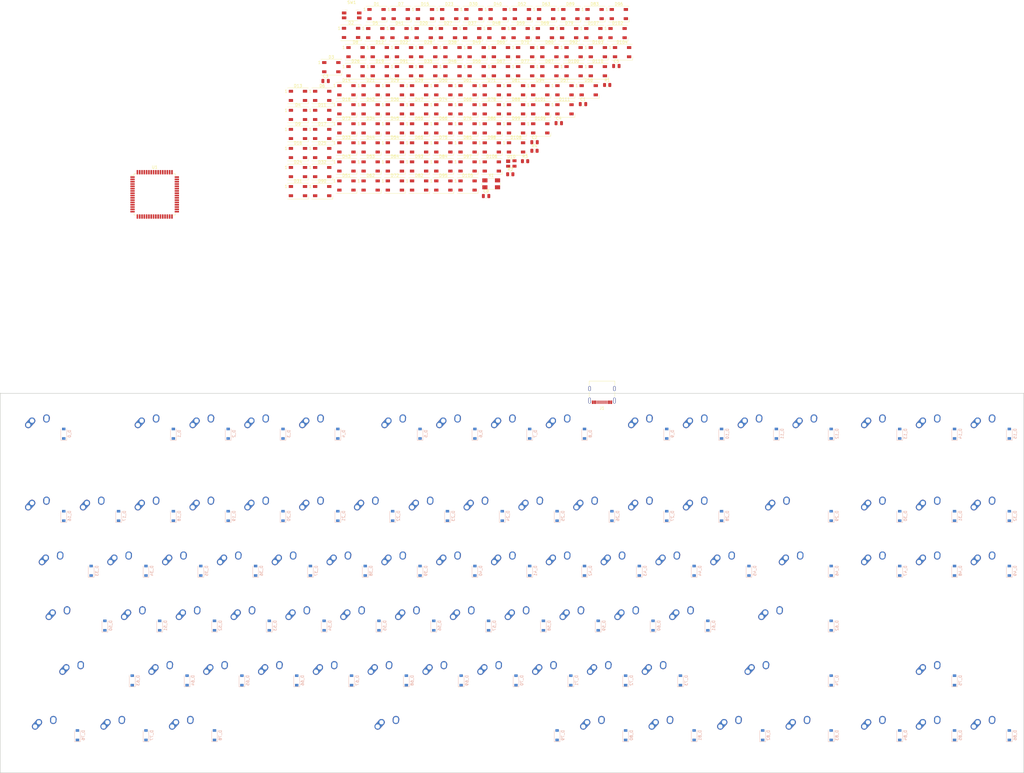
<source format=kicad_pcb>
(kicad_pcb (version 20171130) (host pcbnew 5.1.9)
  (layers (0 F.Cu signal) (31 B.Cu signal) (34 B.Paste user) (35 F.Paste user) (36 B.SilkS user) (37 F.SilkS user) (38 B.Mask user) (39 F.Mask user) (44 Edge.Cuts user))
  (net 0 "")
  (net 1 col0)
  (net 2 col1)
  (net 3 col2)
  (net 4 col3)
  (net 5 col4)
  (net 6 col5)
  (net 7 col6)
  (net 8 col7)
  (net 9 col8)
  (net 10 col9)
  (net 11 col10)
  (net 12 col11)
  (net 13 col12)
  (net 14 col13)
  (net 15 col14)
  (net 16 col15)
  (net 17 row0)
  (net 18 row1)
  (net 19 row2)
  (net 20 row3)
  (net 21 row4)
  (net 22 row5)
  (net 23 "Net-(D_0-Pad2)")
  (net 24 "Net-(D_1-Pad2)")
  (net 25 "Net-(D_2-Pad2)")
  (net 26 "Net-(D_3-Pad2)")
  (net 27 "Net-(D_4-Pad2)")
  (net 28 "Net-(D_5-Pad2)")
  (net 29 "Net-(D_6-Pad2)")
  (net 30 "Net-(D_7-Pad2)")
  (net 31 "Net-(D_8-Pad2)")
  (net 32 "Net-(D_9-Pad2)")
  (net 33 "Net-(D_10-Pad2)")
  (net 34 "Net-(D_11-Pad2)")
  (net 35 "Net-(D_12-Pad2)")
  (net 36 "Net-(D_13-Pad2)")
  (net 37 "Net-(D_14-Pad2)")
  (net 38 "Net-(D_15-Pad2)")
  (net 39 "Net-(D_16-Pad2)")
  (net 40 "Net-(D_17-Pad2)")
  (net 41 "Net-(D_18-Pad2)")
  (net 42 "Net-(D_19-Pad2)")
  (net 43 "Net-(D_20-Pad2)")
  (net 44 "Net-(D_21-Pad2)")
  (net 45 "Net-(D_22-Pad2)")
  (net 46 "Net-(D_23-Pad2)")
  (net 47 "Net-(D_24-Pad2)")
  (net 48 "Net-(D_25-Pad2)")
  (net 49 "Net-(D_26-Pad2)")
  (net 50 "Net-(D_27-Pad2)")
  (net 51 "Net-(D_28-Pad2)")
  (net 52 "Net-(D_30-Pad2)")
  (net 53 "Net-(D_31-Pad2)")
  (net 54 "Net-(D_32-Pad2)")
  (net 55 "Net-(D_33-Pad2)")
  (net 56 "Net-(D_34-Pad2)")
  (net 57 "Net-(D_35-Pad2)")
  (net 58 "Net-(D_36-Pad2)")
  (net 59 "Net-(D_37-Pad2)")
  (net 60 "Net-(D_38-Pad2)")
  (net 61 "Net-(D_39-Pad2)")
  (net 62 "Net-(D_40-Pad2)")
  (net 63 "Net-(D_41-Pad2)")
  (net 64 "Net-(D_42-Pad2)")
  (net 65 "Net-(D_43-Pad2)")
  (net 66 "Net-(D_44-Pad2)")
  (net 67 "Net-(D_45-Pad2)")
  (net 68 "Net-(D_46-Pad2)")
  (net 69 "Net-(D_48-Pad2)")
  (net 70 "Net-(D_49-Pad2)")
  (net 71 "Net-(D_50-Pad2)")
  (net 72 "Net-(D_51-Pad2)")
  (net 73 "Net-(D_52-Pad2)")
  (net 74 "Net-(D_53-Pad2)")
  (net 75 "Net-(D_54-Pad2)")
  (net 76 "Net-(D_55-Pad2)")
  (net 77 "Net-(D_56-Pad2)")
  (net 78 "Net-(D_57-Pad2)")
  (net 79 "Net-(D_58-Pad2)")
  (net 80 "Net-(D_59-Pad2)")
  (net 81 "Net-(D_60-Pad2)")
  (net 82 "Net-(D_61-Pad2)")
  (net 83 "Net-(D_62-Pad2)")
  (net 84 "Net-(D_29-Pad2)")
  (net 85 "Net-(D_63-Pad2)")
  (net 86 "Net-(D_64-Pad2)")
  (net 87 "Net-(D_65-Pad2)")
  (net 88 "Net-(D_66-Pad2)")
  (net 89 "Net-(D_67-Pad2)")
  (net 90 "Net-(D_68-Pad2)")
  (net 91 "Net-(D_69-Pad2)")
  (net 92 "Net-(D_70-Pad2)")
  (net 93 "Net-(D_71-Pad2)")
  (net 94 "Net-(D_72-Pad2)")
  (net 95 "Net-(D_73-Pad2)")
  (net 96 "Net-(D_74-Pad2)")
  (net 97 "Net-(D_75-Pad2)")
  (net 98 "Net-(D_83-Pad2)")
  (net 99 "Net-(D_76-Pad2)")
  (net 100 "Net-(D_77-Pad2)")
  (net 101 "Net-(D_78-Pad2)")
  (net 102 "Net-(D_79-Pad2)")
  (net 103 "Net-(D_80-Pad2)")
  (net 104 "Net-(D_81-Pad2)")
  (net 105 "Net-(D_82-Pad2)")
  (net 106 "Net-(D_84-Pad2)")
  (net 107 "Net-(D_85-Pad2)")
  (net 108 "Net-(D_86-Pad2)")
  (net 109 GND)
  (net 110 "Net-(C1-Pad1)")
  (net 111 "Net-(C2-Pad1)")
  (net 112 VCC)
  (net 113 "Net-(C8-Pad1)")
  (net 114 "Net-(D1-Pad2)")
  (net 115 "Net-(D1-Pad4)")
  (net 116 +5V)
  (net 117 "Net-(D2-Pad2)")
  (net 118 "Net-(D2-Pad4)")
  (net 119 "Net-(D3-Pad2)")
  (net 120 "Net-(D4-Pad2)")
  (net 121 "Net-(D5-Pad2)")
  (net 122 "Net-(D6-Pad2)")
  (net 123 "Net-(D11-Pad4)")
  (net 124 "Net-(D12-Pad4)")
  (net 125 "Net-(D13-Pad4)")
  (net 126 "Net-(D10-Pad3)")
  (net 127 "Net-(D10-Pad2)")
  (net 128 "Net-(D11-Pad2)")
  (net 129 "Net-(D12-Pad2)")
  (net 130 "Net-(D13-Pad2)")
  (net 131 "Net-(D14-Pad2)")
  (net 132 "Net-(D15-Pad2)")
  (net 133 "Net-(D16-Pad2)")
  (net 134 "Net-(D17-Pad2)")
  (net 135 "Net-(D18-Pad2)")
  (net 136 "Net-(D19-Pad2)")
  (net 137 "Net-(D20-Pad2)")
  (net 138 "Net-(D21-Pad2)")
  (net 139 "Net-(D22-Pad2)")
  (net 140 "Net-(D23-Pad2)")
  (net 141 "Net-(D24-Pad2)")
  (net 142 "Net-(D25-Pad2)")
  (net 143 "Net-(D26-Pad2)")
  (net 144 "Net-(D27-Pad2)")
  (net 145 "Net-(D28-Pad2)")
  (net 146 "Net-(D29-Pad2)")
  (net 147 "Net-(D30-Pad2)")
  (net 148 "Net-(D31-Pad2)")
  (net 149 "Net-(D32-Pad2)")
  (net 150 "Net-(D33-Pad2)")
  (net 151 "Net-(D34-Pad2)")
  (net 152 "Net-(D35-Pad2)")
  (net 153 "Net-(D36-Pad2)")
  (net 154 "Net-(D37-Pad2)")
  (net 155 "Net-(D38-Pad2)")
  (net 156 "Net-(D39-Pad2)")
  (net 157 "Net-(D40-Pad2)")
  (net 158 "Net-(D41-Pad2)")
  (net 159 "Net-(D42-Pad2)")
  (net 160 "Net-(D43-Pad2)")
  (net 161 "Net-(D44-Pad2)")
  (net 162 "Net-(D45-Pad2)")
  (net 163 "Net-(D46-Pad2)")
  (net 164 "Net-(D47-Pad2)")
  (net 165 "Net-(D48-Pad2)")
  (net 166 "Net-(D49-Pad2)")
  (net 167 "Net-(D50-Pad2)")
  (net 168 "Net-(D51-Pad2)")
  (net 169 "Net-(D52-Pad2)")
  (net 170 "Net-(D53-Pad2)")
  (net 171 "Net-(D54-Pad2)")
  (net 172 "Net-(D55-Pad2)")
  (net 173 "Net-(D56-Pad2)")
  (net 174 "Net-(D57-Pad2)")
  (net 175 "Net-(D58-Pad2)")
  (net 176 "Net-(D59-Pad2)")
  (net 177 "Net-(D60-Pad2)")
  (net 178 "Net-(D61-Pad2)")
  (net 179 "Net-(D62-Pad2)")
  (net 180 "Net-(D63-Pad2)")
  (net 181 "Net-(D64-Pad2)")
  (net 182 "Net-(D65-Pad2)")
  (net 183 "Net-(D66-Pad2)")
  (net 184 "Net-(D67-Pad2)")
  (net 185 "Net-(D68-Pad2)")
  (net 186 "Net-(D69-Pad2)")
  (net 187 "Net-(D70-Pad2)")
  (net 188 "Net-(D71-Pad2)")
  (net 189 "Net-(D72-Pad2)")
  (net 190 "Net-(D73-Pad2)")
  (net 191 "Net-(D74-Pad2)")
  (net 192 "Net-(D75-Pad2)")
  (net 193 "Net-(D76-Pad2)")
  (net 194 "Net-(D77-Pad2)")
  (net 195 "Net-(D78-Pad2)")
  (net 196 "Net-(D79-Pad2)")
  (net 197 "Net-(D80-Pad2)")
  (net 198 "Net-(D81-Pad2)")
  (net 199 "Net-(D82-Pad2)")
  (net 200 "Net-(D83-Pad2)")
  (net 201 "Net-(D84-Pad2)")
  (net 202 "Net-(D85-Pad2)")
  (net 203 "Net-(D86-Pad2)")
  (net 204 "Net-(D87-Pad2)")
  (net 205 "Net-(D88-Pad2)")
  (net 206 "Net-(D89-Pad2)")
  (net 207 "Net-(D90-Pad2)")
  (net 208 "Net-(D91-Pad2)")
  (net 209 "Net-(D92-Pad2)")
  (net 210 "Net-(D93-Pad2)")
  (net 211 "Net-(D94-Pad2)")
  (net 212 "Net-(D95-Pad2)")
  (net 213 "Net-(D96-Pad2)")
  (net 214 "Net-(D100-Pad4)")
  (net 215 "Net-(D101-Pad4)")
  (net 216 "Net-(D102-Pad4)")
  (net 217 "Net-(D100-Pad2)")
  (net 218 "Net-(D101-Pad2)")
  (net 219 "Net-(D102-Pad2)")
  (net 220 "Net-(D103-Pad2)")
  (net 221 "Net-(D104-Pad2)")
  (net 222 "Net-(D105-Pad2)")
  (net 223 "Net-(D106-Pad2)")
  (net 224 "Net-(D107-Pad2)")
  (net 225 "Net-(D108-Pad2)")
  (net 226 "Net-(D109-Pad2)")
  (net 227 "Net-(D110-Pad2)")
  (net 228 "Net-(J1-PadB5)")
  (net 229 "Net-(J1-PadB6)")
  (net 230 "Net-(J1-PadA8)")
  (net 231 "Net-(J1-PadA5)")
  (net 232 "Net-(J1-PadB8)")
  (net 233 "Net-(J1-PadA7)")
  (net 234 "Net-(R1-Pad1)")
  (net 235 "Net-(R2-Pad2)")
  (net 236 "Net-(R3-Pad1)")
  (net 237 "Net-(R4-Pad1)")
  (net 238 "Net-(U1-Pad62)")
  (net 239 "Net-(U1-Pad61)")
  (net 240 "Net-(U1-Pad60)")
  (net 241 "Net-(U1-Pad59)")
  (net 242 "Net-(U1-Pad57)")
  (net 243 "Net-(U1-Pad51)")
  (net 244 "Net-(U1-Pad48)")
  (net 245 "Net-(U1-Pad47)")
  (net 246 "Net-(U1-Pad44)")
  (net 247 "Net-(U1-Pad41)")
  (net 248 "Net-(U1-Pad39)")
  (net 249 "Net-(U1-Pad37)")
  (net 250 "Net-(U1-Pad35)")
  (net 251 "Net-(U1-Pad30)")
  (net 252 "Net-(U1-Pad29)")
  (net 253 "Net-(U1-Pad28)")
  (net 254 "Net-(U1-Pad27)")
  (net 255 "Net-(U1-Pad26)")
  (net 256 "Net-(U1-Pad25)")
  (net 257 "Net-(U1-Pad19)")
  (net 258 "Net-(U1-Pad18)")
  (net 259 "Net-(U1-Pad16)")
  (net 260 "Net-(U1-Pad15)")
  (net 261 "Net-(U1-Pad14)")
  (net 262 "Net-(U1-Pad12)")
  (module Crystal:Crystal_SMD_0603-4Pin_6.0x3.5mm (layer F.Cu) (at 203.426 -46.341)
    (fp_text reference X1 (at 0 -2.95) (layer F.SilkS))
    (fp_text value XTAL_GND)
    (pad 4 smd rect (at -2.2 -1.2) (size 1.8 1.4) (layers F.Cu F.Paste F.Mask))
    (pad 3 smd rect (at 2.2 -1.2) (size 1.8 1.4) (layers F.Cu F.Paste F.Mask) (net 109 GND))
    (pad 2 smd rect (at 2.2 1.2) (size 1.8 1.4) (layers F.Cu F.Paste F.Mask) (net 111 "Net-(C2-Pad1)"))
    (pad 1 smd rect (at -2.2 1.2) (size 1.8 1.4) (layers F.Cu F.Paste F.Mask) (net 110 "Net-(C1-Pad1)"))
  )
  (module Package_QFP:TQFP-64_14x14mm_P0.8mm (layer F.Cu) (at 86.487 -42.672)
    (fp_text reference U1 (at 0 -9.45) (layer F.SilkS))
    (fp_text value AT90USB646-AU)
    (pad 64 smd rect (at -6 -7.7 90) (size 1.5 0.55) (layers F.Cu F.Paste F.Mask) (net 112 VCC))
    (pad 63 smd rect (at -5.2 -7.7 90) (size 1.5 0.55) (layers F.Cu F.Paste F.Mask) (net 116 +5V))
    (pad 62 smd rect (at -4.4 -7.7 90) (size 1.5 0.55) (layers F.Cu F.Paste F.Mask) (net 238 "Net-(U1-Pad62)"))
    (pad 61 smd rect (at -3.6 -7.7 90) (size 1.5 0.55) (layers F.Cu F.Paste F.Mask) (net 239 "Net-(U1-Pad61)"))
    (pad 60 smd rect (at -2.8 -7.7 90) (size 1.5 0.55) (layers F.Cu F.Paste F.Mask) (net 240 "Net-(U1-Pad60)"))
    (pad 59 smd rect (at -2 -7.7 90) (size 1.5 0.55) (layers F.Cu F.Paste F.Mask) (net 241 "Net-(U1-Pad59)"))
    (pad 58 smd rect (at -1.2 -7.7 90) (size 1.5 0.55) (layers F.Cu F.Paste F.Mask) (net 11 col10))
    (pad 57 smd rect (at -0.4 -7.7 90) (size 1.5 0.55) (layers F.Cu F.Paste F.Mask) (net 242 "Net-(U1-Pad57)"))
    (pad 56 smd rect (at 0.4 -7.7 90) (size 1.5 0.55) (layers F.Cu F.Paste F.Mask) (net 118 "Net-(D2-Pad4)"))
    (pad 55 smd rect (at 1.2 -7.7 90) (size 1.5 0.55) (layers F.Cu F.Paste F.Mask) (net 9 col8))
    (pad 54 smd rect (at 2 -7.7 90) (size 1.5 0.55) (layers F.Cu F.Paste F.Mask) (net 10 col9))
    (pad 53 smd rect (at 2.8 -7.7 90) (size 1.5 0.55) (layers F.Cu F.Paste F.Mask) (net 116 +5V))
    (pad 52 smd rect (at 3.6 -7.7 90) (size 1.5 0.55) (layers F.Cu F.Paste F.Mask) (net 112 VCC))
    (pad 51 smd rect (at 4.4 -7.7 90) (size 1.5 0.55) (layers F.Cu F.Paste F.Mask) (net 243 "Net-(U1-Pad51)"))
    (pad 50 smd rect (at 5.2 -7.7 90) (size 1.5 0.55) (layers F.Cu F.Paste F.Mask) (net 13 col12))
    (pad 49 smd rect (at 6 -7.7 90) (size 1.5 0.55) (layers F.Cu F.Paste F.Mask) (net 22 row5))
    (pad 48 smd rect (at 7.7 -6) (size 1.5 0.55) (layers F.Cu F.Paste F.Mask) (net 244 "Net-(U1-Pad48)"))
    (pad 47 smd rect (at 7.7 -5.2) (size 1.5 0.55) (layers F.Cu F.Paste F.Mask) (net 245 "Net-(U1-Pad47)"))
    (pad 46 smd rect (at 7.7 -4.4) (size 1.5 0.55) (layers F.Cu F.Paste F.Mask) (net 12 col11))
    (pad 45 smd rect (at 7.7 -3.6) (size 1.5 0.55) (layers F.Cu F.Paste F.Mask) (net 16 col15))
    (pad 44 smd rect (at 7.7 -2.8) (size 1.5 0.55) (layers F.Cu F.Paste F.Mask) (net 246 "Net-(U1-Pad44)"))
    (pad 43 smd rect (at 7.7 -2) (size 1.5 0.55) (layers F.Cu F.Paste F.Mask) (net 235 "Net-(R2-Pad2)"))
    (pad 42 smd rect (at 7.7 -1.2) (size 1.5 0.55) (layers F.Cu F.Paste F.Mask) (net 15 col14))
    (pad 41 smd rect (at 7.7 -0.4) (size 1.5 0.55) (layers F.Cu F.Paste F.Mask) (net 247 "Net-(U1-Pad41)"))
    (pad 40 smd rect (at 7.7 0.4) (size 1.5 0.55) (layers F.Cu F.Paste F.Mask) (net 1 col0))
    (pad 39 smd rect (at 7.7 1.2) (size 1.5 0.55) (layers F.Cu F.Paste F.Mask) (net 248 "Net-(U1-Pad39)"))
    (pad 38 smd rect (at 7.7 2) (size 1.5 0.55) (layers F.Cu F.Paste F.Mask) (net 2 col1))
    (pad 37 smd rect (at 7.7 2.8) (size 1.5 0.55) (layers F.Cu F.Paste F.Mask) (net 249 "Net-(U1-Pad37)"))
    (pad 36 smd rect (at 7.7 3.6) (size 1.5 0.55) (layers F.Cu F.Paste F.Mask) (net 3 col2))
    (pad 35 smd rect (at 7.7 4.4) (size 1.5 0.55) (layers F.Cu F.Paste F.Mask) (net 250 "Net-(U1-Pad35)"))
    (pad 34 smd rect (at 7.7 5.2) (size 1.5 0.55) (layers F.Cu F.Paste F.Mask) (net 4 col3))
    (pad 33 smd rect (at 7.7 6) (size 1.5 0.55) (layers F.Cu F.Paste F.Mask) (net 14 col13))
    (pad 32 smd rect (at 6 7.7 90) (size 1.5 0.55) (layers F.Cu F.Paste F.Mask) (net 6 col5))
    (pad 31 smd rect (at 5.2 7.7 90) (size 1.5 0.55) (layers F.Cu F.Paste F.Mask) (net 5 col4))
    (pad 30 smd rect (at 4.4 7.7 90) (size 1.5 0.55) (layers F.Cu F.Paste F.Mask) (net 251 "Net-(U1-Pad30)"))
    (pad 29 smd rect (at 3.6 7.7 90) (size 1.5 0.55) (layers F.Cu F.Paste F.Mask) (net 252 "Net-(U1-Pad29)"))
    (pad 28 smd rect (at 2.8 7.7 90) (size 1.5 0.55) (layers F.Cu F.Paste F.Mask) (net 253 "Net-(U1-Pad28)"))
    (pad 27 smd rect (at 2 7.7 90) (size 1.5 0.55) (layers F.Cu F.Paste F.Mask) (net 254 "Net-(U1-Pad27)"))
    (pad 26 smd rect (at 1.2 7.7 90) (size 1.5 0.55) (layers F.Cu F.Paste F.Mask) (net 255 "Net-(U1-Pad26)"))
    (pad 25 smd rect (at 0.4 7.7 90) (size 1.5 0.55) (layers F.Cu F.Paste F.Mask) (net 256 "Net-(U1-Pad25)"))
    (pad 24 smd rect (at -0.4 7.7 90) (size 1.5 0.55) (layers F.Cu F.Paste F.Mask) (net 110 "Net-(C1-Pad1)"))
    (pad 23 smd rect (at -1.2 7.7 90) (size 1.5 0.55) (layers F.Cu F.Paste F.Mask) (net 111 "Net-(C2-Pad1)"))
    (pad 22 smd rect (at -2 7.7 90) (size 1.5 0.55) (layers F.Cu F.Paste F.Mask) (net 116 +5V))
    (pad 21 smd rect (at -2.8 7.7 90) (size 1.5 0.55) (layers F.Cu F.Paste F.Mask) (net 112 VCC))
    (pad 20 smd rect (at -3.6 7.7 90) (size 1.5 0.55) (layers F.Cu F.Paste F.Mask) (net 234 "Net-(R1-Pad1)"))
    (pad 19 smd rect (at -4.4 7.7 90) (size 1.5 0.55) (layers F.Cu F.Paste F.Mask) (net 257 "Net-(U1-Pad19)"))
    (pad 18 smd rect (at -5.2 7.7 90) (size 1.5 0.55) (layers F.Cu F.Paste F.Mask) (net 258 "Net-(U1-Pad18)"))
    (pad 17 smd rect (at -6 7.7 90) (size 1.5 0.55) (layers F.Cu F.Paste F.Mask) (net 7 col6))
    (pad 16 smd rect (at -7.7 6) (size 1.5 0.55) (layers F.Cu F.Paste F.Mask) (net 259 "Net-(U1-Pad16)"))
    (pad 15 smd rect (at -7.7 5.2) (size 1.5 0.55) (layers F.Cu F.Paste F.Mask) (net 260 "Net-(U1-Pad15)"))
    (pad 14 smd rect (at -7.7 4.4) (size 1.5 0.55) (layers F.Cu F.Paste F.Mask) (net 261 "Net-(U1-Pad14)"))
    (pad 13 smd rect (at -7.7 3.6) (size 1.5 0.55) (layers F.Cu F.Paste F.Mask) (net 8 col7))
    (pad 12 smd rect (at -7.7 2.8) (size 1.5 0.55) (layers F.Cu F.Paste F.Mask) (net 262 "Net-(U1-Pad12)"))
    (pad 11 smd rect (at -7.7 2) (size 1.5 0.55) (layers F.Cu F.Paste F.Mask) (net 21 row4))
    (pad 10 smd rect (at -7.7 1.2) (size 1.5 0.55) (layers F.Cu F.Paste F.Mask) (net 20 row3))
    (pad 9 smd rect (at -7.7 0.4) (size 1.5 0.55) (layers F.Cu F.Paste F.Mask) (net 19 row2))
    (pad 8 smd rect (at -7.7 -0.4) (size 1.5 0.55) (layers F.Cu F.Paste F.Mask) (net 112 VCC))
    (pad 7 smd rect (at -7.7 -1.2) (size 1.5 0.55) (layers F.Cu F.Paste F.Mask) (net 113 "Net-(C8-Pad1)"))
    (pad 6 smd rect (at -7.7 -2) (size 1.5 0.55) (layers F.Cu F.Paste F.Mask) (net 116 +5V))
    (pad 5 smd rect (at -7.7 -2.8) (size 1.5 0.55) (layers F.Cu F.Paste F.Mask) (net 237 "Net-(R4-Pad1)"))
    (pad 4 smd rect (at -7.7 -3.6) (size 1.5 0.55) (layers F.Cu F.Paste F.Mask) (net 236 "Net-(R3-Pad1)"))
    (pad 3 smd rect (at -7.7 -4.4) (size 1.5 0.55) (layers F.Cu F.Paste F.Mask) (net 112 VCC))
    (pad 2 smd rect (at -7.7 -5.2) (size 1.5 0.55) (layers F.Cu F.Paste F.Mask) (net 18 row1))
    (pad 1 smd rect (at -7.7 -6) (size 1.5 0.55) (layers F.Cu F.Paste F.Mask) (net 17 row0))
  )
  (module Button_Switch_SMD:Panasonic_EVQPUJ_EVQPUA (layer F.Cu) (at 154.941 -104.871)
    (fp_text reference SW1 (at 0 -4.5) (layer F.SilkS))
    (fp_text value SW_PUSH)
    (pad 1 smd rect (at 2.625 -0.85 180) (size 1.55 1) (layers F.Cu F.Paste F.Mask) (net 109 GND))
    (pad 1 smd rect (at -2.625 -0.85 180) (size 1.55 1) (layers F.Cu F.Paste F.Mask) (net 109 GND))
    (pad 2 smd rect (at -2.625 0.85 180) (size 1.55 1) (layers F.Cu F.Paste F.Mask) (net 234 "Net-(R1-Pad1)"))
    (pad 2 smd rect (at 2.625 0.85 180) (size 1.55 1) (layers F.Cu F.Paste F.Mask) (net 234 "Net-(R1-Pad1)"))
  )
  (module Resistor_SMD:R_0805_2012Metric (layer F.Cu) (at 218.471 -57.821)
    (fp_text reference R4 (at 0 -1.65) (layer F.SilkS))
    (fp_text value 22)
    (pad 2 smd roundrect (at 0.9125 0) (size 1.025 1.4) (layers F.Cu F.Paste F.Mask) (roundrect_rratio 0.243902) (net 127 "Net-(D10-Pad2)"))
    (pad 1 smd roundrect (at -0.9125 0) (size 1.025 1.4) (layers F.Cu F.Paste F.Mask) (roundrect_rratio 0.243902) (net 237 "Net-(R4-Pad1)"))
  )
  (module Resistor_SMD:R_0805_2012Metric (layer F.Cu) (at 215.201 -54.211)
    (fp_text reference R3 (at 0 -1.65) (layer F.SilkS))
    (fp_text value 22)
    (pad 2 smd roundrect (at 0.9125 0) (size 1.025 1.4) (layers F.Cu F.Paste F.Mask) (roundrect_rratio 0.243902) (net 126 "Net-(D10-Pad3)"))
    (pad 1 smd roundrect (at -0.9125 0) (size 1.025 1.4) (layers F.Cu F.Paste F.Mask) (roundrect_rratio 0.243902) (net 236 "Net-(R3-Pad1)"))
  )
  (module Resistor_SMD:R_0805_2012Metric (layer F.Cu) (at 210.051 -49.661)
    (fp_text reference R2 (at 0 -1.65) (layer F.SilkS))
    (fp_text value 10K)
    (pad 2 smd roundrect (at 0.9125 0) (size 1.025 1.4) (layers F.Cu F.Paste F.Mask) (roundrect_rratio 0.243902) (net 235 "Net-(R2-Pad2)"))
    (pad 1 smd roundrect (at -0.9125 0) (size 1.025 1.4) (layers F.Cu F.Paste F.Mask) (roundrect_rratio 0.243902) (net 109 GND))
  )
  (module Resistor_SMD:R_0805_2012Metric (layer F.Cu) (at 243.731 -80.691)
    (fp_text reference R1 (at 0 -1.65) (layer F.SilkS))
    (fp_text value 10K)
    (pad 2 smd roundrect (at 0.9125 0) (size 1.025 1.4) (layers F.Cu F.Paste F.Mask) (roundrect_rratio 0.243902) (net 112 VCC))
    (pad 1 smd roundrect (at -0.9125 0) (size 1.025 1.4) (layers F.Cu F.Paste F.Mask) (roundrect_rratio 0.243902) (net 234 "Net-(R1-Pad1)"))
  )
  (module Connector_USB:USB_C_Receptacle_Palconn_UTC16-G (layer F.Cu) (at 241.935 27.051 180)
    (fp_text reference J1 (at 0 -4.58) (layer F.SilkS))
    (fp_text value USB_C_Receptacle_USB2.0)
    (pad A12 smd rect (at 3.2 -2.51 180) (size 0.6 1.16) (layers F.Cu F.Paste F.Mask) (net 109 GND))
    (pad A9 smd rect (at 2.4 -2.51 180) (size 0.6 1.16) (layers F.Cu F.Paste F.Mask) (net 112 VCC))
    (pad B1 smd rect (at 3.2 -2.51 180) (size 0.6 1.16) (layers F.Cu F.Paste F.Mask) (net 109 GND))
    (pad B4 smd rect (at 2.4 -2.51 180) (size 0.6 1.16) (layers F.Cu F.Paste F.Mask) (net 112 VCC))
    (pad B12 smd rect (at -3.2 -2.51 180) (size 0.6 1.16) (layers F.Cu F.Paste F.Mask) (net 109 GND))
    (pad A1 smd rect (at -3.2 -2.51 180) (size 0.6 1.16) (layers F.Cu F.Paste F.Mask) (net 109 GND))
    (pad B9 smd rect (at -2.4 -2.51 180) (size 0.6 1.16) (layers F.Cu F.Paste F.Mask) (net 112 VCC))
    (pad A4 smd rect (at -2.4 -2.51 180) (size 0.6 1.16) (layers F.Cu F.Paste F.Mask) (net 112 VCC))
    (pad "" np_thru_hole circle (at -2.89 -1.45) (size 0.6 0.6) (drill 0.6) (layers *.Cu *.Mask))
    (pad "" np_thru_hole circle (at 2.89 -1.45) (size 0.6 0.6) (drill 0.6) (layers *.Cu *.Mask))
    (pad B5 smd rect (at 1.75 -2.51) (size 0.3 1.16) (layers F.Cu F.Paste F.Mask) (net 228 "Net-(J1-PadB5)"))
    (pad B6 smd rect (at 0.75 -2.51) (size 0.3 1.16) (layers F.Cu F.Paste F.Mask) (net 229 "Net-(J1-PadB6)"))
    (pad A8 smd rect (at 1.25 -2.51) (size 0.3 1.16) (layers F.Cu F.Paste F.Mask) (net 230 "Net-(J1-PadA8)"))
    (pad A5 smd rect (at -1.25 -2.51) (size 0.3 1.16) (layers F.Cu F.Paste F.Mask) (net 231 "Net-(J1-PadA5)"))
    (pad B8 smd rect (at -1.75 -2.51) (size 0.3 1.16) (layers F.Cu F.Paste F.Mask) (net 232 "Net-(J1-PadB8)"))
    (pad A7 smd rect (at 0.25 -2.51) (size 0.3 1.16) (layers F.Cu F.Paste F.Mask) (net 233 "Net-(J1-PadA7)"))
    (pad A6 smd rect (at -0.25 -2.51) (size 0.3 1.16) (layers F.Cu F.Paste F.Mask) (net 127 "Net-(D10-Pad2)"))
    (pad B7 smd rect (at -0.75 -2.51) (size 0.3 1.16) (layers F.Cu F.Paste F.Mask) (net 126 "Net-(D10-Pad3)"))
    (pad S1 thru_hole oval (at 4.32 2.24 270) (size 1.7 0.9) (drill oval 1.4 0.6) (layers *.Cu *.Mask) (net 109 GND))
    (pad S1 thru_hole oval (at -4.32 2.24 270) (size 1.7 0.9) (drill oval 1.4 0.6) (layers *.Cu *.Mask) (net 109 GND))
    (pad S1 thru_hole oval (at 4.32 -1.93 270) (size 2 0.9) (drill oval 1.7 0.6) (layers *.Cu *.Mask) (net 109 GND))
    (pad S1 thru_hole oval (at -4.32 -1.93 270) (size 2 0.9) (drill oval 1.7 0.6) (layers *.Cu *.Mask) (net 109 GND))
  )
  (module LED_SMD:LED_WS2812B_PLCC4_5.0x5.0mm_P3.2mm (layer F.Cu) (at 228.896 -72.236)
    (fp_text reference D111 (at 0 -3.5) (layer F.SilkS))
    (fp_text value WS2812B)
    (fp_text user 1 (at -4.15 -1.6) (layer F.SilkS))
    (pad 1 smd rect (at -2.45 -1.6) (size 1.5 1) (layers F.Cu F.Paste F.Mask) (net 112 VCC))
    (pad 2 smd rect (at -2.45 1.6) (size 1.5 1) (layers F.Cu F.Paste F.Mask) (net 227 "Net-(D110-Pad2)"))
    (pad 4 smd rect (at 2.45 -1.6) (size 1.5 1) (layers F.Cu F.Paste F.Mask) (net 225 "Net-(D108-Pad2)"))
    (pad 3 smd rect (at 2.45 1.6) (size 1.5 1) (layers F.Cu F.Paste F.Mask) (net 116 +5V))
  )
  (module LED_SMD:LED_WS2812B_PLCC4_5.0x5.0mm_P3.2mm (layer F.Cu) (at 240.486 -85.476)
    (fp_text reference D110 (at 0 -3.5) (layer F.SilkS))
    (fp_text value WS2812B)
    (fp_text user 1 (at -4.15 -1.6) (layer F.SilkS))
    (pad 1 smd rect (at -2.45 -1.6) (size 1.5 1) (layers F.Cu F.Paste F.Mask) (net 112 VCC))
    (pad 2 smd rect (at -2.45 1.6) (size 1.5 1) (layers F.Cu F.Paste F.Mask) (net 227 "Net-(D110-Pad2)"))
    (pad 4 smd rect (at 2.45 -1.6) (size 1.5 1) (layers F.Cu F.Paste F.Mask) (net 224 "Net-(D107-Pad2)"))
    (pad 3 smd rect (at 2.45 1.6) (size 1.5 1) (layers F.Cu F.Paste F.Mask) (net 116 +5V))
  )
  (module LED_SMD:LED_WS2812B_PLCC4_5.0x5.0mm_P3.2mm (layer F.Cu) (at 220.476 -65.616)
    (fp_text reference D109 (at 0 -3.5) (layer F.SilkS))
    (fp_text value WS2812B)
    (fp_text user 1 (at -4.15 -1.6) (layer F.SilkS))
    (pad 1 smd rect (at -2.45 -1.6) (size 1.5 1) (layers F.Cu F.Paste F.Mask) (net 112 VCC))
    (pad 2 smd rect (at -2.45 1.6) (size 1.5 1) (layers F.Cu F.Paste F.Mask) (net 226 "Net-(D109-Pad2)"))
    (pad 4 smd rect (at 2.45 -1.6) (size 1.5 1) (layers F.Cu F.Paste F.Mask) (net 223 "Net-(D106-Pad2)"))
    (pad 3 smd rect (at 2.45 1.6) (size 1.5 1) (layers F.Cu F.Paste F.Mask) (net 116 +5V))
  )
  (module LED_SMD:LED_WS2812B_PLCC4_5.0x5.0mm_P3.2mm (layer F.Cu) (at 212.056 -58.996)
    (fp_text reference D108 (at 0 -3.5) (layer F.SilkS))
    (fp_text value WS2812B)
    (fp_text user 1 (at -4.15 -1.6) (layer F.SilkS))
    (pad 1 smd rect (at -2.45 -1.6) (size 1.5 1) (layers F.Cu F.Paste F.Mask) (net 112 VCC))
    (pad 2 smd rect (at -2.45 1.6) (size 1.5 1) (layers F.Cu F.Paste F.Mask) (net 225 "Net-(D108-Pad2)"))
    (pad 4 smd rect (at 2.45 -1.6) (size 1.5 1) (layers F.Cu F.Paste F.Mask) (net 222 "Net-(D105-Pad2)"))
    (pad 3 smd rect (at 2.45 1.6) (size 1.5 1) (layers F.Cu F.Paste F.Mask) (net 116 +5V))
  )
  (module LED_SMD:LED_WS2812B_PLCC4_5.0x5.0mm_P3.2mm (layer F.Cu) (at 238.926 -98.716)
    (fp_text reference D107 (at 0 -3.5) (layer F.SilkS))
    (fp_text value WS2812B)
    (fp_text user 1 (at -4.15 -1.6) (layer F.SilkS))
    (pad 1 smd rect (at -2.45 -1.6) (size 1.5 1) (layers F.Cu F.Paste F.Mask) (net 112 VCC))
    (pad 2 smd rect (at -2.45 1.6) (size 1.5 1) (layers F.Cu F.Paste F.Mask) (net 224 "Net-(D107-Pad2)"))
    (pad 4 smd rect (at 2.45 -1.6) (size 1.5 1) (layers F.Cu F.Paste F.Mask) (net 221 "Net-(D104-Pad2)"))
    (pad 3 smd rect (at 2.45 1.6) (size 1.5 1) (layers F.Cu F.Paste F.Mask) (net 116 +5V))
  )
  (module LED_SMD:LED_WS2812B_PLCC4_5.0x5.0mm_P3.2mm (layer F.Cu) (at 203.636 -52.376)
    (fp_text reference D106 (at 0 -3.5) (layer F.SilkS))
    (fp_text value WS2812B)
    (fp_text user 1 (at -4.15 -1.6) (layer F.SilkS))
    (pad 1 smd rect (at -2.45 -1.6) (size 1.5 1) (layers F.Cu F.Paste F.Mask) (net 112 VCC))
    (pad 2 smd rect (at -2.45 1.6) (size 1.5 1) (layers F.Cu F.Paste F.Mask) (net 223 "Net-(D106-Pad2)"))
    (pad 4 smd rect (at 2.45 -1.6) (size 1.5 1) (layers F.Cu F.Paste F.Mask) (net 220 "Net-(D103-Pad2)"))
    (pad 3 smd rect (at 2.45 1.6) (size 1.5 1) (layers F.Cu F.Paste F.Mask) (net 116 +5V))
  )
  (module LED_SMD:LED_WS2812B_PLCC4_5.0x5.0mm_P3.2mm (layer F.Cu) (at 195.216 -45.756)
    (fp_text reference D105 (at 0 -3.5) (layer F.SilkS))
    (fp_text value WS2812B)
    (fp_text user 1 (at -4.15 -1.6) (layer F.SilkS))
    (pad 1 smd rect (at -2.45 -1.6) (size 1.5 1) (layers F.Cu F.Paste F.Mask) (net 112 VCC))
    (pad 2 smd rect (at -2.45 1.6) (size 1.5 1) (layers F.Cu F.Paste F.Mask) (net 222 "Net-(D105-Pad2)"))
    (pad 4 smd rect (at 2.45 -1.6) (size 1.5 1) (layers F.Cu F.Paste F.Mask) (net 219 "Net-(D102-Pad2)"))
    (pad 3 smd rect (at 2.45 1.6) (size 1.5 1) (layers F.Cu F.Paste F.Mask) (net 116 +5V))
  )
  (module LED_SMD:LED_WS2812B_PLCC4_5.0x5.0mm_P3.2mm (layer F.Cu) (at 248.906 -92.096)
    (fp_text reference D104 (at 0 -3.5) (layer F.SilkS))
    (fp_text value WS2812B)
    (fp_text user 1 (at -4.15 -1.6) (layer F.SilkS))
    (pad 1 smd rect (at -2.45 -1.6) (size 1.5 1) (layers F.Cu F.Paste F.Mask) (net 112 VCC))
    (pad 2 smd rect (at -2.45 1.6) (size 1.5 1) (layers F.Cu F.Paste F.Mask) (net 221 "Net-(D104-Pad2)"))
    (pad 4 smd rect (at 2.45 -1.6) (size 1.5 1) (layers F.Cu F.Paste F.Mask) (net 218 "Net-(D101-Pad2)"))
    (pad 3 smd rect (at 2.45 1.6) (size 1.5 1) (layers F.Cu F.Paste F.Mask) (net 116 +5V))
  )
  (module LED_SMD:LED_WS2812B_PLCC4_5.0x5.0mm_P3.2mm (layer F.Cu) (at 240.486 -92.096)
    (fp_text reference D103 (at 0 -3.5) (layer F.SilkS))
    (fp_text value WS2812B)
    (fp_text user 1 (at -4.15 -1.6) (layer F.SilkS))
    (pad 1 smd rect (at -2.45 -1.6) (size 1.5 1) (layers F.Cu F.Paste F.Mask) (net 112 VCC))
    (pad 2 smd rect (at -2.45 1.6) (size 1.5 1) (layers F.Cu F.Paste F.Mask) (net 220 "Net-(D103-Pad2)"))
    (pad 4 smd rect (at 2.45 -1.6) (size 1.5 1) (layers F.Cu F.Paste F.Mask) (net 217 "Net-(D100-Pad2)"))
    (pad 3 smd rect (at 2.45 1.6) (size 1.5 1) (layers F.Cu F.Paste F.Mask) (net 116 +5V))
  )
  (module LED_SMD:LED_WS2812B_PLCC4_5.0x5.0mm_P3.2mm (layer F.Cu) (at 247.346 -98.716)
    (fp_text reference D102 (at 0 -3.5) (layer F.SilkS))
    (fp_text value WS2812B)
    (fp_text user 1 (at -4.15 -1.6) (layer F.SilkS))
    (pad 1 smd rect (at -2.45 -1.6) (size 1.5 1) (layers F.Cu F.Paste F.Mask) (net 112 VCC))
    (pad 2 smd rect (at -2.45 1.6) (size 1.5 1) (layers F.Cu F.Paste F.Mask) (net 219 "Net-(D102-Pad2)"))
    (pad 4 smd rect (at 2.45 -1.6) (size 1.5 1) (layers F.Cu F.Paste F.Mask) (net 216 "Net-(D102-Pad4)"))
    (pad 3 smd rect (at 2.45 1.6) (size 1.5 1) (layers F.Cu F.Paste F.Mask) (net 116 +5V))
  )
  (module LED_SMD:LED_WS2812B_PLCC4_5.0x5.0mm_P3.2mm (layer F.Cu) (at 220.476 -72.236)
    (fp_text reference D101 (at 0 -3.5) (layer F.SilkS))
    (fp_text value WS2812B)
    (fp_text user 1 (at -4.15 -1.6) (layer F.SilkS))
    (pad 1 smd rect (at -2.45 -1.6) (size 1.5 1) (layers F.Cu F.Paste F.Mask) (net 112 VCC))
    (pad 2 smd rect (at -2.45 1.6) (size 1.5 1) (layers F.Cu F.Paste F.Mask) (net 218 "Net-(D101-Pad2)"))
    (pad 4 smd rect (at 2.45 -1.6) (size 1.5 1) (layers F.Cu F.Paste F.Mask) (net 215 "Net-(D101-Pad4)"))
    (pad 3 smd rect (at 2.45 1.6) (size 1.5 1) (layers F.Cu F.Paste F.Mask) (net 116 +5V))
  )
  (module LED_SMD:LED_WS2812B_PLCC4_5.0x5.0mm_P3.2mm (layer F.Cu) (at 232.066 -85.476)
    (fp_text reference D100 (at 0 -3.5) (layer F.SilkS))
    (fp_text value WS2812B)
    (fp_text user 1 (at -4.15 -1.6) (layer F.SilkS))
    (pad 1 smd rect (at -2.45 -1.6) (size 1.5 1) (layers F.Cu F.Paste F.Mask) (net 112 VCC))
    (pad 2 smd rect (at -2.45 1.6) (size 1.5 1) (layers F.Cu F.Paste F.Mask) (net 217 "Net-(D100-Pad2)"))
    (pad 4 smd rect (at 2.45 -1.6) (size 1.5 1) (layers F.Cu F.Paste F.Mask) (net 214 "Net-(D100-Pad4)"))
    (pad 3 smd rect (at 2.45 1.6) (size 1.5 1) (layers F.Cu F.Paste F.Mask) (net 116 +5V))
  )
  (module LED_SMD:LED_WS2812B_PLCC4_5.0x5.0mm_P3.2mm (layer F.Cu) (at 212.056 -65.616)
    (fp_text reference D99 (at 0 -3.5) (layer F.SilkS))
    (fp_text value WS2812B)
    (fp_text user 1 (at -4.15 -1.6) (layer F.SilkS))
    (pad 1 smd rect (at -2.45 -1.6) (size 1.5 1) (layers F.Cu F.Paste F.Mask) (net 112 VCC))
    (pad 2 smd rect (at -2.45 1.6) (size 1.5 1) (layers F.Cu F.Paste F.Mask) (net 216 "Net-(D102-Pad4)"))
    (pad 4 smd rect (at 2.45 -1.6) (size 1.5 1) (layers F.Cu F.Paste F.Mask) (net 213 "Net-(D96-Pad2)"))
    (pad 3 smd rect (at 2.45 1.6) (size 1.5 1) (layers F.Cu F.Paste F.Mask) (net 116 +5V))
  )
  (module LED_SMD:LED_WS2812B_PLCC4_5.0x5.0mm_P3.2mm (layer F.Cu) (at 203.636 -58.996)
    (fp_text reference D98 (at 0 -3.5) (layer F.SilkS))
    (fp_text value WS2812B)
    (fp_text user 1 (at -4.15 -1.6) (layer F.SilkS))
    (pad 1 smd rect (at -2.45 -1.6) (size 1.5 1) (layers F.Cu F.Paste F.Mask) (net 112 VCC))
    (pad 2 smd rect (at -2.45 1.6) (size 1.5 1) (layers F.Cu F.Paste F.Mask) (net 215 "Net-(D101-Pad4)"))
    (pad 4 smd rect (at 2.45 -1.6) (size 1.5 1) (layers F.Cu F.Paste F.Mask) (net 212 "Net-(D95-Pad2)"))
    (pad 3 smd rect (at 2.45 1.6) (size 1.5 1) (layers F.Cu F.Paste F.Mask) (net 116 +5V))
  )
  (module LED_SMD:LED_WS2812B_PLCC4_5.0x5.0mm_P3.2mm (layer F.Cu) (at 195.216 -52.376)
    (fp_text reference D97 (at 0 -3.5) (layer F.SilkS))
    (fp_text value WS2812B)
    (fp_text user 1 (at -4.15 -1.6) (layer F.SilkS))
    (pad 1 smd rect (at -2.45 -1.6) (size 1.5 1) (layers F.Cu F.Paste F.Mask) (net 112 VCC))
    (pad 2 smd rect (at -2.45 1.6) (size 1.5 1) (layers F.Cu F.Paste F.Mask) (net 214 "Net-(D100-Pad4)"))
    (pad 4 smd rect (at 2.45 -1.6) (size 1.5 1) (layers F.Cu F.Paste F.Mask) (net 211 "Net-(D94-Pad2)"))
    (pad 3 smd rect (at 2.45 1.6) (size 1.5 1) (layers F.Cu F.Paste F.Mask) (net 116 +5V))
  )
  (module LED_SMD:LED_WS2812B_PLCC4_5.0x5.0mm_P3.2mm (layer F.Cu) (at 247.776 -105.336)
    (fp_text reference D96 (at 0 -3.5) (layer F.SilkS))
    (fp_text value WS2812B)
    (fp_text user 1 (at -4.15 -1.6) (layer F.SilkS))
    (pad 1 smd rect (at -2.45 -1.6) (size 1.5 1) (layers F.Cu F.Paste F.Mask) (net 112 VCC))
    (pad 2 smd rect (at -2.45 1.6) (size 1.5 1) (layers F.Cu F.Paste F.Mask) (net 213 "Net-(D96-Pad2)"))
    (pad 4 smd rect (at 2.45 -1.6) (size 1.5 1) (layers F.Cu F.Paste F.Mask) (net 210 "Net-(D93-Pad2)"))
    (pad 3 smd rect (at 2.45 1.6) (size 1.5 1) (layers F.Cu F.Paste F.Mask) (net 116 +5V))
  )
  (module LED_SMD:LED_WS2812B_PLCC4_5.0x5.0mm_P3.2mm (layer F.Cu) (at 186.796 -45.756)
    (fp_text reference D95 (at 0 -3.5) (layer F.SilkS))
    (fp_text value WS2812B)
    (fp_text user 1 (at -4.15 -1.6) (layer F.SilkS))
    (pad 1 smd rect (at -2.45 -1.6) (size 1.5 1) (layers F.Cu F.Paste F.Mask) (net 112 VCC))
    (pad 2 smd rect (at -2.45 1.6) (size 1.5 1) (layers F.Cu F.Paste F.Mask) (net 212 "Net-(D95-Pad2)"))
    (pad 4 smd rect (at 2.45 -1.6) (size 1.5 1) (layers F.Cu F.Paste F.Mask) (net 209 "Net-(D92-Pad2)"))
    (pad 3 smd rect (at 2.45 1.6) (size 1.5 1) (layers F.Cu F.Paste F.Mask) (net 116 +5V))
  )
  (module LED_SMD:LED_WS2812B_PLCC4_5.0x5.0mm_P3.2mm (layer F.Cu) (at 220.476 -78.856)
    (fp_text reference D94 (at 0 -3.5) (layer F.SilkS))
    (fp_text value WS2812B)
    (fp_text user 1 (at -4.15 -1.6) (layer F.SilkS))
    (pad 1 smd rect (at -2.45 -1.6) (size 1.5 1) (layers F.Cu F.Paste F.Mask) (net 112 VCC))
    (pad 2 smd rect (at -2.45 1.6) (size 1.5 1) (layers F.Cu F.Paste F.Mask) (net 211 "Net-(D94-Pad2)"))
    (pad 4 smd rect (at 2.45 -1.6) (size 1.5 1) (layers F.Cu F.Paste F.Mask) (net 208 "Net-(D91-Pad2)"))
    (pad 3 smd rect (at 2.45 1.6) (size 1.5 1) (layers F.Cu F.Paste F.Mask) (net 116 +5V))
  )
  (module LED_SMD:LED_WS2812B_PLCC4_5.0x5.0mm_P3.2mm (layer F.Cu) (at 178.376 -52.376)
    (fp_text reference D93 (at 0 -3.5) (layer F.SilkS))
    (fp_text value WS2812B)
    (fp_text user 1 (at -4.15 -1.6) (layer F.SilkS))
    (pad 1 smd rect (at -2.45 -1.6) (size 1.5 1) (layers F.Cu F.Paste F.Mask) (net 112 VCC))
    (pad 2 smd rect (at -2.45 1.6) (size 1.5 1) (layers F.Cu F.Paste F.Mask) (net 210 "Net-(D93-Pad2)"))
    (pad 4 smd rect (at 2.45 -1.6) (size 1.5 1) (layers F.Cu F.Paste F.Mask) (net 207 "Net-(D90-Pad2)"))
    (pad 3 smd rect (at 2.45 1.6) (size 1.5 1) (layers F.Cu F.Paste F.Mask) (net 116 +5V))
  )
  (module LED_SMD:LED_WS2812B_PLCC4_5.0x5.0mm_P3.2mm (layer F.Cu) (at 232.066 -92.096)
    (fp_text reference D92 (at 0 -3.5) (layer F.SilkS))
    (fp_text value WS2812B)
    (fp_text user 1 (at -4.15 -1.6) (layer F.SilkS))
    (pad 1 smd rect (at -2.45 -1.6) (size 1.5 1) (layers F.Cu F.Paste F.Mask) (net 112 VCC))
    (pad 2 smd rect (at -2.45 1.6) (size 1.5 1) (layers F.Cu F.Paste F.Mask) (net 209 "Net-(D92-Pad2)"))
    (pad 4 smd rect (at 2.45 -1.6) (size 1.5 1) (layers F.Cu F.Paste F.Mask) (net 206 "Net-(D89-Pad2)"))
    (pad 3 smd rect (at 2.45 1.6) (size 1.5 1) (layers F.Cu F.Paste F.Mask) (net 116 +5V))
  )
  (module LED_SMD:LED_WS2812B_PLCC4_5.0x5.0mm_P3.2mm (layer F.Cu) (at 173.126 -85.476)
    (fp_text reference D91 (at 0 -3.5) (layer F.SilkS))
    (fp_text value WS2812B)
    (fp_text user 1 (at -4.15 -1.6) (layer F.SilkS))
    (pad 1 smd rect (at -2.45 -1.6) (size 1.5 1) (layers F.Cu F.Paste F.Mask) (net 112 VCC))
    (pad 2 smd rect (at -2.45 1.6) (size 1.5 1) (layers F.Cu F.Paste F.Mask) (net 208 "Net-(D91-Pad2)"))
    (pad 4 smd rect (at 2.45 -1.6) (size 1.5 1) (layers F.Cu F.Paste F.Mask) (net 205 "Net-(D88-Pad2)"))
    (pad 3 smd rect (at 2.45 1.6) (size 1.5 1) (layers F.Cu F.Paste F.Mask) (net 116 +5V))
  )
  (module LED_SMD:LED_WS2812B_PLCC4_5.0x5.0mm_P3.2mm (layer F.Cu) (at 144.696 -43.806)
    (fp_text reference D90 (at 0 -3.5) (layer F.SilkS))
    (fp_text value WS2812B)
    (fp_text user 1 (at -4.15 -1.6) (layer F.SilkS))
    (pad 1 smd rect (at -2.45 -1.6) (size 1.5 1) (layers F.Cu F.Paste F.Mask) (net 112 VCC))
    (pad 2 smd rect (at -2.45 1.6) (size 1.5 1) (layers F.Cu F.Paste F.Mask) (net 207 "Net-(D90-Pad2)"))
    (pad 4 smd rect (at 2.45 -1.6) (size 1.5 1) (layers F.Cu F.Paste F.Mask) (net 204 "Net-(D87-Pad2)"))
    (pad 3 smd rect (at 2.45 1.6) (size 1.5 1) (layers F.Cu F.Paste F.Mask) (net 116 +5V))
  )
  (module LED_SMD:LED_WS2812B_PLCC4_5.0x5.0mm_P3.2mm (layer F.Cu) (at 230.936 -105.336)
    (fp_text reference D89 (at 0 -3.5) (layer F.SilkS))
    (fp_text value WS2812B)
    (fp_text user 1 (at -4.15 -1.6) (layer F.SilkS))
    (pad 1 smd rect (at -2.45 -1.6) (size 1.5 1) (layers F.Cu F.Paste F.Mask) (net 112 VCC))
    (pad 2 smd rect (at -2.45 1.6) (size 1.5 1) (layers F.Cu F.Paste F.Mask) (net 206 "Net-(D89-Pad2)"))
    (pad 4 smd rect (at 2.45 -1.6) (size 1.5 1) (layers F.Cu F.Paste F.Mask) (net 203 "Net-(D86-Pad2)"))
    (pad 3 smd rect (at 2.45 1.6) (size 1.5 1) (layers F.Cu F.Paste F.Mask) (net 116 +5V))
  )
  (module LED_SMD:LED_WS2812B_PLCC4_5.0x5.0mm_P3.2mm (layer F.Cu) (at 212.056 -72.236)
    (fp_text reference D88 (at 0 -3.5) (layer F.SilkS))
    (fp_text value WS2812B)
    (fp_text user 1 (at -4.15 -1.6) (layer F.SilkS))
    (pad 1 smd rect (at -2.45 -1.6) (size 1.5 1) (layers F.Cu F.Paste F.Mask) (net 112 VCC))
    (pad 2 smd rect (at -2.45 1.6) (size 1.5 1) (layers F.Cu F.Paste F.Mask) (net 205 "Net-(D88-Pad2)"))
    (pad 4 smd rect (at 2.45 -1.6) (size 1.5 1) (layers F.Cu F.Paste F.Mask) (net 202 "Net-(D85-Pad2)"))
    (pad 3 smd rect (at 2.45 1.6) (size 1.5 1) (layers F.Cu F.Paste F.Mask) (net 116 +5V))
  )
  (module LED_SMD:LED_WS2812B_PLCC4_5.0x5.0mm_P3.2mm (layer F.Cu) (at 223.646 -85.476)
    (fp_text reference D87 (at 0 -3.5) (layer F.SilkS))
    (fp_text value WS2812B)
    (fp_text user 1 (at -4.15 -1.6) (layer F.SilkS))
    (pad 1 smd rect (at -2.45 -1.6) (size 1.5 1) (layers F.Cu F.Paste F.Mask) (net 112 VCC))
    (pad 2 smd rect (at -2.45 1.6) (size 1.5 1) (layers F.Cu F.Paste F.Mask) (net 204 "Net-(D87-Pad2)"))
    (pad 4 smd rect (at 2.45 -1.6) (size 1.5 1) (layers F.Cu F.Paste F.Mask) (net 201 "Net-(D84-Pad2)"))
    (pad 3 smd rect (at 2.45 1.6) (size 1.5 1) (layers F.Cu F.Paste F.Mask) (net 116 +5V))
  )
  (module LED_SMD:LED_WS2812B_PLCC4_5.0x5.0mm_P3.2mm (layer F.Cu) (at 203.636 -65.616)
    (fp_text reference D86 (at 0 -3.5) (layer F.SilkS))
    (fp_text value WS2812B)
    (fp_text user 1 (at -4.15 -1.6) (layer F.SilkS))
    (pad 1 smd rect (at -2.45 -1.6) (size 1.5 1) (layers F.Cu F.Paste F.Mask) (net 112 VCC))
    (pad 2 smd rect (at -2.45 1.6) (size 1.5 1) (layers F.Cu F.Paste F.Mask) (net 203 "Net-(D86-Pad2)"))
    (pad 4 smd rect (at 2.45 -1.6) (size 1.5 1) (layers F.Cu F.Paste F.Mask) (net 200 "Net-(D83-Pad2)"))
    (pad 3 smd rect (at 2.45 1.6) (size 1.5 1) (layers F.Cu F.Paste F.Mask) (net 116 +5V))
  )
  (module LED_SMD:LED_WS2812B_PLCC4_5.0x5.0mm_P3.2mm (layer F.Cu) (at 195.216 -58.996)
    (fp_text reference D85 (at 0 -3.5) (layer F.SilkS))
    (fp_text value WS2812B)
    (fp_text user 1 (at -4.15 -1.6) (layer F.SilkS))
    (pad 1 smd rect (at -2.45 -1.6) (size 1.5 1) (layers F.Cu F.Paste F.Mask) (net 112 VCC))
    (pad 2 smd rect (at -2.45 1.6) (size 1.5 1) (layers F.Cu F.Paste F.Mask) (net 202 "Net-(D85-Pad2)"))
    (pad 4 smd rect (at 2.45 -1.6) (size 1.5 1) (layers F.Cu F.Paste F.Mask) (net 199 "Net-(D82-Pad2)"))
    (pad 3 smd rect (at 2.45 1.6) (size 1.5 1) (layers F.Cu F.Paste F.Mask) (net 116 +5V))
  )
  (module LED_SMD:LED_WS2812B_PLCC4_5.0x5.0mm_P3.2mm (layer F.Cu) (at 186.796 -52.376)
    (fp_text reference D84 (at 0 -3.5) (layer F.SilkS))
    (fp_text value WS2812B)
    (fp_text user 1 (at -4.15 -1.6) (layer F.SilkS))
    (pad 1 smd rect (at -2.45 -1.6) (size 1.5 1) (layers F.Cu F.Paste F.Mask) (net 112 VCC))
    (pad 2 smd rect (at -2.45 1.6) (size 1.5 1) (layers F.Cu F.Paste F.Mask) (net 201 "Net-(D84-Pad2)"))
    (pad 4 smd rect (at 2.45 -1.6) (size 1.5 1) (layers F.Cu F.Paste F.Mask) (net 198 "Net-(D81-Pad2)"))
    (pad 3 smd rect (at 2.45 1.6) (size 1.5 1) (layers F.Cu F.Paste F.Mask) (net 116 +5V))
  )
  (module LED_SMD:LED_WS2812B_PLCC4_5.0x5.0mm_P3.2mm (layer F.Cu) (at 239.356 -105.336)
    (fp_text reference D83 (at 0 -3.5) (layer F.SilkS))
    (fp_text value WS2812B)
    (fp_text user 1 (at -4.15 -1.6) (layer F.SilkS))
    (pad 1 smd rect (at -2.45 -1.6) (size 1.5 1) (layers F.Cu F.Paste F.Mask) (net 112 VCC))
    (pad 2 smd rect (at -2.45 1.6) (size 1.5 1) (layers F.Cu F.Paste F.Mask) (net 200 "Net-(D83-Pad2)"))
    (pad 4 smd rect (at 2.45 -1.6) (size 1.5 1) (layers F.Cu F.Paste F.Mask) (net 197 "Net-(D80-Pad2)"))
    (pad 3 smd rect (at 2.45 1.6) (size 1.5 1) (layers F.Cu F.Paste F.Mask) (net 116 +5V))
  )
  (module LED_SMD:LED_WS2812B_PLCC4_5.0x5.0mm_P3.2mm (layer F.Cu) (at 178.376 -45.756)
    (fp_text reference D82 (at 0 -3.5) (layer F.SilkS))
    (fp_text value WS2812B)
    (fp_text user 1 (at -4.15 -1.6) (layer F.SilkS))
    (pad 1 smd rect (at -2.45 -1.6) (size 1.5 1) (layers F.Cu F.Paste F.Mask) (net 112 VCC))
    (pad 2 smd rect (at -2.45 1.6) (size 1.5 1) (layers F.Cu F.Paste F.Mask) (net 199 "Net-(D82-Pad2)"))
    (pad 4 smd rect (at 2.45 -1.6) (size 1.5 1) (layers F.Cu F.Paste F.Mask) (net 196 "Net-(D79-Pad2)"))
    (pad 3 smd rect (at 2.45 1.6) (size 1.5 1) (layers F.Cu F.Paste F.Mask) (net 116 +5V))
  )
  (module LED_SMD:LED_WS2812B_PLCC4_5.0x5.0mm_P3.2mm (layer F.Cu) (at 212.056 -78.856)
    (fp_text reference D81 (at 0 -3.5) (layer F.SilkS))
    (fp_text value WS2812B)
    (fp_text user 1 (at -4.15 -1.6) (layer F.SilkS))
    (pad 1 smd rect (at -2.45 -1.6) (size 1.5 1) (layers F.Cu F.Paste F.Mask) (net 112 VCC))
    (pad 2 smd rect (at -2.45 1.6) (size 1.5 1) (layers F.Cu F.Paste F.Mask) (net 198 "Net-(D81-Pad2)"))
    (pad 4 smd rect (at 2.45 -1.6) (size 1.5 1) (layers F.Cu F.Paste F.Mask) (net 195 "Net-(D78-Pad2)"))
    (pad 3 smd rect (at 2.45 1.6) (size 1.5 1) (layers F.Cu F.Paste F.Mask) (net 116 +5V))
  )
  (module LED_SMD:LED_WS2812B_PLCC4_5.0x5.0mm_P3.2mm (layer F.Cu) (at 223.646 -92.096)
    (fp_text reference D80 (at 0 -3.5) (layer F.SilkS))
    (fp_text value WS2812B)
    (fp_text user 1 (at -4.15 -1.6) (layer F.SilkS))
    (pad 1 smd rect (at -2.45 -1.6) (size 1.5 1) (layers F.Cu F.Paste F.Mask) (net 112 VCC))
    (pad 2 smd rect (at -2.45 1.6) (size 1.5 1) (layers F.Cu F.Paste F.Mask) (net 197 "Net-(D80-Pad2)"))
    (pad 4 smd rect (at 2.45 -1.6) (size 1.5 1) (layers F.Cu F.Paste F.Mask) (net 194 "Net-(D77-Pad2)"))
    (pad 3 smd rect (at 2.45 1.6) (size 1.5 1) (layers F.Cu F.Paste F.Mask) (net 116 +5V))
  )
  (module LED_SMD:LED_WS2812B_PLCC4_5.0x5.0mm_P3.2mm (layer F.Cu) (at 230.506 -98.716)
    (fp_text reference D79 (at 0 -3.5) (layer F.SilkS))
    (fp_text value WS2812B)
    (fp_text user 1 (at -4.15 -1.6) (layer F.SilkS))
    (pad 1 smd rect (at -2.45 -1.6) (size 1.5 1) (layers F.Cu F.Paste F.Mask) (net 112 VCC))
    (pad 2 smd rect (at -2.45 1.6) (size 1.5 1) (layers F.Cu F.Paste F.Mask) (net 196 "Net-(D79-Pad2)"))
    (pad 4 smd rect (at 2.45 -1.6) (size 1.5 1) (layers F.Cu F.Paste F.Mask) (net 193 "Net-(D76-Pad2)"))
    (pad 3 smd rect (at 2.45 1.6) (size 1.5 1) (layers F.Cu F.Paste F.Mask) (net 116 +5V))
  )
  (module LED_SMD:LED_WS2812B_PLCC4_5.0x5.0mm_P3.2mm (layer F.Cu) (at 203.636 -72.236)
    (fp_text reference D78 (at 0 -3.5) (layer F.SilkS))
    (fp_text value WS2812B)
    (fp_text user 1 (at -4.15 -1.6) (layer F.SilkS))
    (pad 1 smd rect (at -2.45 -1.6) (size 1.5 1) (layers F.Cu F.Paste F.Mask) (net 112 VCC))
    (pad 2 smd rect (at -2.45 1.6) (size 1.5 1) (layers F.Cu F.Paste F.Mask) (net 195 "Net-(D78-Pad2)"))
    (pad 4 smd rect (at 2.45 -1.6) (size 1.5 1) (layers F.Cu F.Paste F.Mask) (net 192 "Net-(D75-Pad2)"))
    (pad 3 smd rect (at 2.45 1.6) (size 1.5 1) (layers F.Cu F.Paste F.Mask) (net 116 +5V))
  )
  (module LED_SMD:LED_WS2812B_PLCC4_5.0x5.0mm_P3.2mm (layer F.Cu) (at 215.226 -85.476)
    (fp_text reference D77 (at 0 -3.5) (layer F.SilkS))
    (fp_text value WS2812B)
    (fp_text user 1 (at -4.15 -1.6) (layer F.SilkS))
    (pad 1 smd rect (at -2.45 -1.6) (size 1.5 1) (layers F.Cu F.Paste F.Mask) (net 112 VCC))
    (pad 2 smd rect (at -2.45 1.6) (size 1.5 1) (layers F.Cu F.Paste F.Mask) (net 194 "Net-(D77-Pad2)"))
    (pad 4 smd rect (at 2.45 -1.6) (size 1.5 1) (layers F.Cu F.Paste F.Mask) (net 191 "Net-(D74-Pad2)"))
    (pad 3 smd rect (at 2.45 1.6) (size 1.5 1) (layers F.Cu F.Paste F.Mask) (net 116 +5V))
  )
  (module LED_SMD:LED_WS2812B_PLCC4_5.0x5.0mm_P3.2mm (layer F.Cu) (at 195.216 -65.616)
    (fp_text reference D76 (at 0 -3.5) (layer F.SilkS))
    (fp_text value WS2812B)
    (fp_text user 1 (at -4.15 -1.6) (layer F.SilkS))
    (pad 1 smd rect (at -2.45 -1.6) (size 1.5 1) (layers F.Cu F.Paste F.Mask) (net 112 VCC))
    (pad 2 smd rect (at -2.45 1.6) (size 1.5 1) (layers F.Cu F.Paste F.Mask) (net 193 "Net-(D76-Pad2)"))
    (pad 4 smd rect (at 2.45 -1.6) (size 1.5 1) (layers F.Cu F.Paste F.Mask) (net 190 "Net-(D73-Pad2)"))
    (pad 3 smd rect (at 2.45 1.6) (size 1.5 1) (layers F.Cu F.Paste F.Mask) (net 116 +5V))
  )
  (module LED_SMD:LED_WS2812B_PLCC4_5.0x5.0mm_P3.2mm (layer F.Cu) (at 186.796 -58.996)
    (fp_text reference D75 (at 0 -3.5) (layer F.SilkS))
    (fp_text value WS2812B)
    (fp_text user 1 (at -4.15 -1.6) (layer F.SilkS))
    (pad 1 smd rect (at -2.45 -1.6) (size 1.5 1) (layers F.Cu F.Paste F.Mask) (net 112 VCC))
    (pad 2 smd rect (at -2.45 1.6) (size 1.5 1) (layers F.Cu F.Paste F.Mask) (net 192 "Net-(D75-Pad2)"))
    (pad 4 smd rect (at 2.45 -1.6) (size 1.5 1) (layers F.Cu F.Paste F.Mask) (net 189 "Net-(D72-Pad2)"))
    (pad 3 smd rect (at 2.45 1.6) (size 1.5 1) (layers F.Cu F.Paste F.Mask) (net 116 +5V))
  )
  (module LED_SMD:LED_WS2812B_PLCC4_5.0x5.0mm_P3.2mm (layer F.Cu) (at 186.796 -72.236)
    (fp_text reference D74 (at 0 -3.5) (layer F.SilkS))
    (fp_text value WS2812B)
    (fp_text user 1 (at -4.15 -1.6) (layer F.SilkS))
    (pad 1 smd rect (at -2.45 -1.6) (size 1.5 1) (layers F.Cu F.Paste F.Mask) (net 112 VCC))
    (pad 2 smd rect (at -2.45 1.6) (size 1.5 1) (layers F.Cu F.Paste F.Mask) (net 191 "Net-(D74-Pad2)"))
    (pad 4 smd rect (at 2.45 -1.6) (size 1.5 1) (layers F.Cu F.Paste F.Mask) (net 188 "Net-(D71-Pad2)"))
    (pad 3 smd rect (at 2.45 1.6) (size 1.5 1) (layers F.Cu F.Paste F.Mask) (net 116 +5V))
  )
  (module LED_SMD:LED_WS2812B_PLCC4_5.0x5.0mm_P3.2mm (layer F.Cu) (at 153.116 -65.616)
    (fp_text reference D73 (at 0 -3.5) (layer F.SilkS))
    (fp_text value WS2812B)
    (fp_text user 1 (at -4.15 -1.6) (layer F.SilkS))
    (pad 1 smd rect (at -2.45 -1.6) (size 1.5 1) (layers F.Cu F.Paste F.Mask) (net 112 VCC))
    (pad 2 smd rect (at -2.45 1.6) (size 1.5 1) (layers F.Cu F.Paste F.Mask) (net 190 "Net-(D73-Pad2)"))
    (pad 4 smd rect (at 2.45 -1.6) (size 1.5 1) (layers F.Cu F.Paste F.Mask) (net 187 "Net-(D70-Pad2)"))
    (pad 3 smd rect (at 2.45 1.6) (size 1.5 1) (layers F.Cu F.Paste F.Mask) (net 116 +5V))
  )
  (module LED_SMD:LED_WS2812B_PLCC4_5.0x5.0mm_P3.2mm (layer F.Cu) (at 169.956 -45.756)
    (fp_text reference D72 (at 0 -3.5) (layer F.SilkS))
    (fp_text value WS2812B)
    (fp_text user 1 (at -4.15 -1.6) (layer F.SilkS))
    (pad 1 smd rect (at -2.45 -1.6) (size 1.5 1) (layers F.Cu F.Paste F.Mask) (net 112 VCC))
    (pad 2 smd rect (at -2.45 1.6) (size 1.5 1) (layers F.Cu F.Paste F.Mask) (net 189 "Net-(D72-Pad2)"))
    (pad 4 smd rect (at 2.45 -1.6) (size 1.5 1) (layers F.Cu F.Paste F.Mask) (net 186 "Net-(D69-Pad2)"))
    (pad 3 smd rect (at 2.45 1.6) (size 1.5 1) (layers F.Cu F.Paste F.Mask) (net 116 +5V))
  )
  (module LED_SMD:LED_WS2812B_PLCC4_5.0x5.0mm_P3.2mm (layer F.Cu) (at 203.636 -78.856)
    (fp_text reference D71 (at 0 -3.5) (layer F.SilkS))
    (fp_text value WS2812B)
    (fp_text user 1 (at -4.15 -1.6) (layer F.SilkS))
    (pad 1 smd rect (at -2.45 -1.6) (size 1.5 1) (layers F.Cu F.Paste F.Mask) (net 112 VCC))
    (pad 2 smd rect (at -2.45 1.6) (size 1.5 1) (layers F.Cu F.Paste F.Mask) (net 188 "Net-(D71-Pad2)"))
    (pad 4 smd rect (at 2.45 -1.6) (size 1.5 1) (layers F.Cu F.Paste F.Mask) (net 185 "Net-(D68-Pad2)"))
    (pad 3 smd rect (at 2.45 1.6) (size 1.5 1) (layers F.Cu F.Paste F.Mask) (net 116 +5V))
  )
  (module LED_SMD:LED_WS2812B_PLCC4_5.0x5.0mm_P3.2mm (layer F.Cu) (at 215.226 -92.096)
    (fp_text reference D70 (at 0 -3.5) (layer F.SilkS))
    (fp_text value WS2812B)
    (fp_text user 1 (at -4.15 -1.6) (layer F.SilkS))
    (pad 1 smd rect (at -2.45 -1.6) (size 1.5 1) (layers F.Cu F.Paste F.Mask) (net 112 VCC))
    (pad 2 smd rect (at -2.45 1.6) (size 1.5 1) (layers F.Cu F.Paste F.Mask) (net 187 "Net-(D70-Pad2)"))
    (pad 4 smd rect (at 2.45 -1.6) (size 1.5 1) (layers F.Cu F.Paste F.Mask) (net 184 "Net-(D67-Pad2)"))
    (pad 3 smd rect (at 2.45 1.6) (size 1.5 1) (layers F.Cu F.Paste F.Mask) (net 116 +5V))
  )
  (module LED_SMD:LED_WS2812B_PLCC4_5.0x5.0mm_P3.2mm (layer F.Cu) (at 222.086 -98.716)
    (fp_text reference D69 (at 0 -3.5) (layer F.SilkS))
    (fp_text value WS2812B)
    (fp_text user 1 (at -4.15 -1.6) (layer F.SilkS))
    (pad 1 smd rect (at -2.45 -1.6) (size 1.5 1) (layers F.Cu F.Paste F.Mask) (net 112 VCC))
    (pad 2 smd rect (at -2.45 1.6) (size 1.5 1) (layers F.Cu F.Paste F.Mask) (net 186 "Net-(D69-Pad2)"))
    (pad 4 smd rect (at 2.45 -1.6) (size 1.5 1) (layers F.Cu F.Paste F.Mask) (net 183 "Net-(D66-Pad2)"))
    (pad 3 smd rect (at 2.45 1.6) (size 1.5 1) (layers F.Cu F.Paste F.Mask) (net 116 +5V))
  )
  (module LED_SMD:LED_WS2812B_PLCC4_5.0x5.0mm_P3.2mm (layer F.Cu) (at 195.216 -72.236)
    (fp_text reference D68 (at 0 -3.5) (layer F.SilkS))
    (fp_text value WS2812B)
    (fp_text user 1 (at -4.15 -1.6) (layer F.SilkS))
    (pad 1 smd rect (at -2.45 -1.6) (size 1.5 1) (layers F.Cu F.Paste F.Mask) (net 112 VCC))
    (pad 2 smd rect (at -2.45 1.6) (size 1.5 1) (layers F.Cu F.Paste F.Mask) (net 185 "Net-(D68-Pad2)"))
    (pad 4 smd rect (at 2.45 -1.6) (size 1.5 1) (layers F.Cu F.Paste F.Mask) (net 182 "Net-(D65-Pad2)"))
    (pad 3 smd rect (at 2.45 1.6) (size 1.5 1) (layers F.Cu F.Paste F.Mask) (net 116 +5V))
  )
  (module LED_SMD:LED_WS2812B_PLCC4_5.0x5.0mm_P3.2mm (layer F.Cu) (at 206.806 -85.476)
    (fp_text reference D67 (at 0 -3.5) (layer F.SilkS))
    (fp_text value WS2812B)
    (fp_text user 1 (at -4.15 -1.6) (layer F.SilkS))
    (pad 1 smd rect (at -2.45 -1.6) (size 1.5 1) (layers F.Cu F.Paste F.Mask) (net 112 VCC))
    (pad 2 smd rect (at -2.45 1.6) (size 1.5 1) (layers F.Cu F.Paste F.Mask) (net 184 "Net-(D67-Pad2)"))
    (pad 4 smd rect (at 2.45 -1.6) (size 1.5 1) (layers F.Cu F.Paste F.Mask) (net 181 "Net-(D64-Pad2)"))
    (pad 3 smd rect (at 2.45 1.6) (size 1.5 1) (layers F.Cu F.Paste F.Mask) (net 116 +5V))
  )
  (module LED_SMD:LED_WS2812B_PLCC4_5.0x5.0mm_P3.2mm (layer F.Cu) (at 186.796 -65.616)
    (fp_text reference D66 (at 0 -3.5) (layer F.SilkS))
    (fp_text value WS2812B)
    (fp_text user 1 (at -4.15 -1.6) (layer F.SilkS))
    (pad 1 smd rect (at -2.45 -1.6) (size 1.5 1) (layers F.Cu F.Paste F.Mask) (net 112 VCC))
    (pad 2 smd rect (at -2.45 1.6) (size 1.5 1) (layers F.Cu F.Paste F.Mask) (net 183 "Net-(D66-Pad2)"))
    (pad 4 smd rect (at 2.45 -1.6) (size 1.5 1) (layers F.Cu F.Paste F.Mask) (net 180 "Net-(D63-Pad2)"))
    (pad 3 smd rect (at 2.45 1.6) (size 1.5 1) (layers F.Cu F.Paste F.Mask) (net 116 +5V))
  )
  (module LED_SMD:LED_WS2812B_PLCC4_5.0x5.0mm_P3.2mm (layer F.Cu) (at 178.376 -58.996)
    (fp_text reference D65 (at 0 -3.5) (layer F.SilkS))
    (fp_text value WS2812B)
    (fp_text user 1 (at -4.15 -1.6) (layer F.SilkS))
    (pad 1 smd rect (at -2.45 -1.6) (size 1.5 1) (layers F.Cu F.Paste F.Mask) (net 112 VCC))
    (pad 2 smd rect (at -2.45 1.6) (size 1.5 1) (layers F.Cu F.Paste F.Mask) (net 182 "Net-(D65-Pad2)"))
    (pad 4 smd rect (at 2.45 -1.6) (size 1.5 1) (layers F.Cu F.Paste F.Mask) (net 179 "Net-(D62-Pad2)"))
    (pad 3 smd rect (at 2.45 1.6) (size 1.5 1) (layers F.Cu F.Paste F.Mask) (net 116 +5V))
  )
  (module LED_SMD:LED_WS2812B_PLCC4_5.0x5.0mm_P3.2mm (layer F.Cu) (at 169.956 -52.376)
    (fp_text reference D64 (at 0 -3.5) (layer F.SilkS))
    (fp_text value WS2812B)
    (fp_text user 1 (at -4.15 -1.6) (layer F.SilkS))
    (pad 1 smd rect (at -2.45 -1.6) (size 1.5 1) (layers F.Cu F.Paste F.Mask) (net 112 VCC))
    (pad 2 smd rect (at -2.45 1.6) (size 1.5 1) (layers F.Cu F.Paste F.Mask) (net 181 "Net-(D64-Pad2)"))
    (pad 4 smd rect (at 2.45 -1.6) (size 1.5 1) (layers F.Cu F.Paste F.Mask) (net 178 "Net-(D61-Pad2)"))
    (pad 3 smd rect (at 2.45 1.6) (size 1.5 1) (layers F.Cu F.Paste F.Mask) (net 116 +5V))
  )
  (module LED_SMD:LED_WS2812B_PLCC4_5.0x5.0mm_P3.2mm (layer F.Cu) (at 222.516 -105.336)
    (fp_text reference D63 (at 0 -3.5) (layer F.SilkS))
    (fp_text value WS2812B)
    (fp_text user 1 (at -4.15 -1.6) (layer F.SilkS))
    (pad 1 smd rect (at -2.45 -1.6) (size 1.5 1) (layers F.Cu F.Paste F.Mask) (net 112 VCC))
    (pad 2 smd rect (at -2.45 1.6) (size 1.5 1) (layers F.Cu F.Paste F.Mask) (net 180 "Net-(D63-Pad2)"))
    (pad 4 smd rect (at 2.45 -1.6) (size 1.5 1) (layers F.Cu F.Paste F.Mask) (net 177 "Net-(D60-Pad2)"))
    (pad 3 smd rect (at 2.45 1.6) (size 1.5 1) (layers F.Cu F.Paste F.Mask) (net 116 +5V))
  )
  (module LED_SMD:LED_WS2812B_PLCC4_5.0x5.0mm_P3.2mm (layer F.Cu) (at 161.536 -45.756)
    (fp_text reference D62 (at 0 -3.5) (layer F.SilkS))
    (fp_text value WS2812B)
    (fp_text user 1 (at -4.15 -1.6) (layer F.SilkS))
    (pad 1 smd rect (at -2.45 -1.6) (size 1.5 1) (layers F.Cu F.Paste F.Mask) (net 112 VCC))
    (pad 2 smd rect (at -2.45 1.6) (size 1.5 1) (layers F.Cu F.Paste F.Mask) (net 179 "Net-(D62-Pad2)"))
    (pad 4 smd rect (at 2.45 -1.6) (size 1.5 1) (layers F.Cu F.Paste F.Mask) (net 176 "Net-(D59-Pad2)"))
    (pad 3 smd rect (at 2.45 1.6) (size 1.5 1) (layers F.Cu F.Paste F.Mask) (net 116 +5V))
  )
  (module LED_SMD:LED_WS2812B_PLCC4_5.0x5.0mm_P3.2mm (layer F.Cu) (at 195.216 -78.856)
    (fp_text reference D61 (at 0 -3.5) (layer F.SilkS))
    (fp_text value WS2812B)
    (fp_text user 1 (at -4.15 -1.6) (layer F.SilkS))
    (pad 1 smd rect (at -2.45 -1.6) (size 1.5 1) (layers F.Cu F.Paste F.Mask) (net 112 VCC))
    (pad 2 smd rect (at -2.45 1.6) (size 1.5 1) (layers F.Cu F.Paste F.Mask) (net 178 "Net-(D61-Pad2)"))
    (pad 4 smd rect (at 2.45 -1.6) (size 1.5 1) (layers F.Cu F.Paste F.Mask) (net 175 "Net-(D58-Pad2)"))
    (pad 3 smd rect (at 2.45 1.6) (size 1.5 1) (layers F.Cu F.Paste F.Mask) (net 116 +5V))
  )
  (module LED_SMD:LED_WS2812B_PLCC4_5.0x5.0mm_P3.2mm (layer F.Cu) (at 206.806 -92.096)
    (fp_text reference D60 (at 0 -3.5) (layer F.SilkS))
    (fp_text value WS2812B)
    (fp_text user 1 (at -4.15 -1.6) (layer F.SilkS))
    (pad 1 smd rect (at -2.45 -1.6) (size 1.5 1) (layers F.Cu F.Paste F.Mask) (net 112 VCC))
    (pad 2 smd rect (at -2.45 1.6) (size 1.5 1) (layers F.Cu F.Paste F.Mask) (net 177 "Net-(D60-Pad2)"))
    (pad 4 smd rect (at 2.45 -1.6) (size 1.5 1) (layers F.Cu F.Paste F.Mask) (net 174 "Net-(D57-Pad2)"))
    (pad 3 smd rect (at 2.45 1.6) (size 1.5 1) (layers F.Cu F.Paste F.Mask) (net 116 +5V))
  )
  (module LED_SMD:LED_WS2812B_PLCC4_5.0x5.0mm_P3.2mm (layer F.Cu) (at 213.666 -98.716)
    (fp_text reference D59 (at 0 -3.5) (layer F.SilkS))
    (fp_text value WS2812B)
    (fp_text user 1 (at -4.15 -1.6) (layer F.SilkS))
    (pad 1 smd rect (at -2.45 -1.6) (size 1.5 1) (layers F.Cu F.Paste F.Mask) (net 112 VCC))
    (pad 2 smd rect (at -2.45 1.6) (size 1.5 1) (layers F.Cu F.Paste F.Mask) (net 176 "Net-(D59-Pad2)"))
    (pad 4 smd rect (at 2.45 -1.6) (size 1.5 1) (layers F.Cu F.Paste F.Mask) (net 173 "Net-(D56-Pad2)"))
    (pad 3 smd rect (at 2.45 1.6) (size 1.5 1) (layers F.Cu F.Paste F.Mask) (net 116 +5V))
  )
  (module LED_SMD:LED_WS2812B_PLCC4_5.0x5.0mm_P3.2mm (layer F.Cu) (at 237.316 -78.856)
    (fp_text reference D58 (at 0 -3.5) (layer F.SilkS))
    (fp_text value WS2812B)
    (fp_text user 1 (at -4.15 -1.6) (layer F.SilkS))
    (pad 1 smd rect (at -2.45 -1.6) (size 1.5 1) (layers F.Cu F.Paste F.Mask) (net 112 VCC))
    (pad 2 smd rect (at -2.45 1.6) (size 1.5 1) (layers F.Cu F.Paste F.Mask) (net 175 "Net-(D58-Pad2)"))
    (pad 4 smd rect (at 2.45 -1.6) (size 1.5 1) (layers F.Cu F.Paste F.Mask) (net 172 "Net-(D55-Pad2)"))
    (pad 3 smd rect (at 2.45 1.6) (size 1.5 1) (layers F.Cu F.Paste F.Mask) (net 116 +5V))
  )
  (module LED_SMD:LED_WS2812B_PLCC4_5.0x5.0mm_P3.2mm (layer F.Cu) (at 228.896 -78.856)
    (fp_text reference D57 (at 0 -3.5) (layer F.SilkS))
    (fp_text value WS2812B)
    (fp_text user 1 (at -4.15 -1.6) (layer F.SilkS))
    (pad 1 smd rect (at -2.45 -1.6) (size 1.5 1) (layers F.Cu F.Paste F.Mask) (net 112 VCC))
    (pad 2 smd rect (at -2.45 1.6) (size 1.5 1) (layers F.Cu F.Paste F.Mask) (net 174 "Net-(D57-Pad2)"))
    (pad 4 smd rect (at 2.45 -1.6) (size 1.5 1) (layers F.Cu F.Paste F.Mask) (net 171 "Net-(D54-Pad2)"))
    (pad 3 smd rect (at 2.45 1.6) (size 1.5 1) (layers F.Cu F.Paste F.Mask) (net 116 +5V))
  )
  (module LED_SMD:LED_WS2812B_PLCC4_5.0x5.0mm_P3.2mm (layer F.Cu) (at 198.386 -85.476)
    (fp_text reference D56 (at 0 -3.5) (layer F.SilkS))
    (fp_text value WS2812B)
    (fp_text user 1 (at -4.15 -1.6) (layer F.SilkS))
    (pad 1 smd rect (at -2.45 -1.6) (size 1.5 1) (layers F.Cu F.Paste F.Mask) (net 112 VCC))
    (pad 2 smd rect (at -2.45 1.6) (size 1.5 1) (layers F.Cu F.Paste F.Mask) (net 173 "Net-(D56-Pad2)"))
    (pad 4 smd rect (at 2.45 -1.6) (size 1.5 1) (layers F.Cu F.Paste F.Mask) (net 170 "Net-(D53-Pad2)"))
    (pad 3 smd rect (at 2.45 1.6) (size 1.5 1) (layers F.Cu F.Paste F.Mask) (net 116 +5V))
  )
  (module LED_SMD:LED_WS2812B_PLCC4_5.0x5.0mm_P3.2mm (layer F.Cu) (at 178.376 -65.616)
    (fp_text reference D55 (at 0 -3.5) (layer F.SilkS))
    (fp_text value WS2812B)
    (fp_text user 1 (at -4.15 -1.6) (layer F.SilkS))
    (pad 1 smd rect (at -2.45 -1.6) (size 1.5 1) (layers F.Cu F.Paste F.Mask) (net 112 VCC))
    (pad 2 smd rect (at -2.45 1.6) (size 1.5 1) (layers F.Cu F.Paste F.Mask) (net 172 "Net-(D55-Pad2)"))
    (pad 4 smd rect (at 2.45 -1.6) (size 1.5 1) (layers F.Cu F.Paste F.Mask) (net 169 "Net-(D52-Pad2)"))
    (pad 3 smd rect (at 2.45 1.6) (size 1.5 1) (layers F.Cu F.Paste F.Mask) (net 116 +5V))
  )
  (module LED_SMD:LED_WS2812B_PLCC4_5.0x5.0mm_P3.2mm (layer F.Cu) (at 169.956 -58.996)
    (fp_text reference D54 (at 0 -3.5) (layer F.SilkS))
    (fp_text value WS2812B)
    (fp_text user 1 (at -4.15 -1.6) (layer F.SilkS))
    (pad 1 smd rect (at -2.45 -1.6) (size 1.5 1) (layers F.Cu F.Paste F.Mask) (net 112 VCC))
    (pad 2 smd rect (at -2.45 1.6) (size 1.5 1) (layers F.Cu F.Paste F.Mask) (net 171 "Net-(D54-Pad2)"))
    (pad 4 smd rect (at 2.45 -1.6) (size 1.5 1) (layers F.Cu F.Paste F.Mask) (net 168 "Net-(D51-Pad2)"))
    (pad 3 smd rect (at 2.45 1.6) (size 1.5 1) (layers F.Cu F.Paste F.Mask) (net 116 +5V))
  )
  (module LED_SMD:LED_WS2812B_PLCC4_5.0x5.0mm_P3.2mm (layer F.Cu) (at 161.536 -52.376)
    (fp_text reference D53 (at 0 -3.5) (layer F.SilkS))
    (fp_text value WS2812B)
    (fp_text user 1 (at -4.15 -1.6) (layer F.SilkS))
    (pad 1 smd rect (at -2.45 -1.6) (size 1.5 1) (layers F.Cu F.Paste F.Mask) (net 112 VCC))
    (pad 2 smd rect (at -2.45 1.6) (size 1.5 1) (layers F.Cu F.Paste F.Mask) (net 170 "Net-(D53-Pad2)"))
    (pad 4 smd rect (at 2.45 -1.6) (size 1.5 1) (layers F.Cu F.Paste F.Mask) (net 167 "Net-(D50-Pad2)"))
    (pad 3 smd rect (at 2.45 1.6) (size 1.5 1) (layers F.Cu F.Paste F.Mask) (net 116 +5V))
  )
  (module LED_SMD:LED_WS2812B_PLCC4_5.0x5.0mm_P3.2mm (layer F.Cu) (at 214.096 -105.336)
    (fp_text reference D52 (at 0 -3.5) (layer F.SilkS))
    (fp_text value WS2812B)
    (fp_text user 1 (at -4.15 -1.6) (layer F.SilkS))
    (pad 1 smd rect (at -2.45 -1.6) (size 1.5 1) (layers F.Cu F.Paste F.Mask) (net 112 VCC))
    (pad 2 smd rect (at -2.45 1.6) (size 1.5 1) (layers F.Cu F.Paste F.Mask) (net 169 "Net-(D52-Pad2)"))
    (pad 4 smd rect (at 2.45 -1.6) (size 1.5 1) (layers F.Cu F.Paste F.Mask) (net 166 "Net-(D49-Pad2)"))
    (pad 3 smd rect (at 2.45 1.6) (size 1.5 1) (layers F.Cu F.Paste F.Mask) (net 116 +5V))
  )
  (module LED_SMD:LED_WS2812B_PLCC4_5.0x5.0mm_P3.2mm (layer F.Cu) (at 153.116 -45.756)
    (fp_text reference D51 (at 0 -3.5) (layer F.SilkS))
    (fp_text value WS2812B)
    (fp_text user 1 (at -4.15 -1.6) (layer F.SilkS))
    (pad 1 smd rect (at -2.45 -1.6) (size 1.5 1) (layers F.Cu F.Paste F.Mask) (net 112 VCC))
    (pad 2 smd rect (at -2.45 1.6) (size 1.5 1) (layers F.Cu F.Paste F.Mask) (net 168 "Net-(D51-Pad2)"))
    (pad 4 smd rect (at 2.45 -1.6) (size 1.5 1) (layers F.Cu F.Paste F.Mask) (net 165 "Net-(D48-Pad2)"))
    (pad 3 smd rect (at 2.45 1.6) (size 1.5 1) (layers F.Cu F.Paste F.Mask) (net 116 +5V))
  )
  (module LED_SMD:LED_WS2812B_PLCC4_5.0x5.0mm_P3.2mm (layer F.Cu) (at 186.796 -78.856)
    (fp_text reference D50 (at 0 -3.5) (layer F.SilkS))
    (fp_text value WS2812B)
    (fp_text user 1 (at -4.15 -1.6) (layer F.SilkS))
    (pad 1 smd rect (at -2.45 -1.6) (size 1.5 1) (layers F.Cu F.Paste F.Mask) (net 112 VCC))
    (pad 2 smd rect (at -2.45 1.6) (size 1.5 1) (layers F.Cu F.Paste F.Mask) (net 167 "Net-(D50-Pad2)"))
    (pad 4 smd rect (at 2.45 -1.6) (size 1.5 1) (layers F.Cu F.Paste F.Mask) (net 164 "Net-(D47-Pad2)"))
    (pad 3 smd rect (at 2.45 1.6) (size 1.5 1) (layers F.Cu F.Paste F.Mask) (net 116 +5V))
  )
  (module LED_SMD:LED_WS2812B_PLCC4_5.0x5.0mm_P3.2mm (layer F.Cu) (at 198.386 -92.096)
    (fp_text reference D49 (at 0 -3.5) (layer F.SilkS))
    (fp_text value WS2812B)
    (fp_text user 1 (at -4.15 -1.6) (layer F.SilkS))
    (pad 1 smd rect (at -2.45 -1.6) (size 1.5 1) (layers F.Cu F.Paste F.Mask) (net 112 VCC))
    (pad 2 smd rect (at -2.45 1.6) (size 1.5 1) (layers F.Cu F.Paste F.Mask) (net 166 "Net-(D49-Pad2)"))
    (pad 4 smd rect (at 2.45 -1.6) (size 1.5 1) (layers F.Cu F.Paste F.Mask) (net 163 "Net-(D46-Pad2)"))
    (pad 3 smd rect (at 2.45 1.6) (size 1.5 1) (layers F.Cu F.Paste F.Mask) (net 116 +5V))
  )
  (module LED_SMD:LED_WS2812B_PLCC4_5.0x5.0mm_P3.2mm (layer F.Cu) (at 205.246 -98.716)
    (fp_text reference D48 (at 0 -3.5) (layer F.SilkS))
    (fp_text value WS2812B)
    (fp_text user 1 (at -4.15 -1.6) (layer F.SilkS))
    (pad 1 smd rect (at -2.45 -1.6) (size 1.5 1) (layers F.Cu F.Paste F.Mask) (net 112 VCC))
    (pad 2 smd rect (at -2.45 1.6) (size 1.5 1) (layers F.Cu F.Paste F.Mask) (net 165 "Net-(D48-Pad2)"))
    (pad 4 smd rect (at 2.45 -1.6) (size 1.5 1) (layers F.Cu F.Paste F.Mask) (net 162 "Net-(D45-Pad2)"))
    (pad 3 smd rect (at 2.45 1.6) (size 1.5 1) (layers F.Cu F.Paste F.Mask) (net 116 +5V))
  )
  (module LED_SMD:LED_WS2812B_PLCC4_5.0x5.0mm_P3.2mm (layer F.Cu) (at 178.376 -72.236)
    (fp_text reference D47 (at 0 -3.5) (layer F.SilkS))
    (fp_text value WS2812B)
    (fp_text user 1 (at -4.15 -1.6) (layer F.SilkS))
    (pad 1 smd rect (at -2.45 -1.6) (size 1.5 1) (layers F.Cu F.Paste F.Mask) (net 112 VCC))
    (pad 2 smd rect (at -2.45 1.6) (size 1.5 1) (layers F.Cu F.Paste F.Mask) (net 164 "Net-(D47-Pad2)"))
    (pad 4 smd rect (at 2.45 -1.6) (size 1.5 1) (layers F.Cu F.Paste F.Mask) (net 161 "Net-(D44-Pad2)"))
    (pad 3 smd rect (at 2.45 1.6) (size 1.5 1) (layers F.Cu F.Paste F.Mask) (net 116 +5V))
  )
  (module LED_SMD:LED_WS2812B_PLCC4_5.0x5.0mm_P3.2mm (layer F.Cu) (at 189.966 -85.476)
    (fp_text reference D46 (at 0 -3.5) (layer F.SilkS))
    (fp_text value WS2812B)
    (fp_text user 1 (at -4.15 -1.6) (layer F.SilkS))
    (pad 1 smd rect (at -2.45 -1.6) (size 1.5 1) (layers F.Cu F.Paste F.Mask) (net 112 VCC))
    (pad 2 smd rect (at -2.45 1.6) (size 1.5 1) (layers F.Cu F.Paste F.Mask) (net 163 "Net-(D46-Pad2)"))
    (pad 4 smd rect (at 2.45 -1.6) (size 1.5 1) (layers F.Cu F.Paste F.Mask) (net 160 "Net-(D43-Pad2)"))
    (pad 3 smd rect (at 2.45 1.6) (size 1.5 1) (layers F.Cu F.Paste F.Mask) (net 116 +5V))
  )
  (module LED_SMD:LED_WS2812B_PLCC4_5.0x5.0mm_P3.2mm (layer F.Cu) (at 169.956 -65.616)
    (fp_text reference D45 (at 0 -3.5) (layer F.SilkS))
    (fp_text value WS2812B)
    (fp_text user 1 (at -4.15 -1.6) (layer F.SilkS))
    (pad 1 smd rect (at -2.45 -1.6) (size 1.5 1) (layers F.Cu F.Paste F.Mask) (net 112 VCC))
    (pad 2 smd rect (at -2.45 1.6) (size 1.5 1) (layers F.Cu F.Paste F.Mask) (net 162 "Net-(D45-Pad2)"))
    (pad 4 smd rect (at 2.45 -1.6) (size 1.5 1) (layers F.Cu F.Paste F.Mask) (net 159 "Net-(D42-Pad2)"))
    (pad 3 smd rect (at 2.45 1.6) (size 1.5 1) (layers F.Cu F.Paste F.Mask) (net 116 +5V))
  )
  (module LED_SMD:LED_WS2812B_PLCC4_5.0x5.0mm_P3.2mm (layer F.Cu) (at 161.536 -58.996)
    (fp_text reference D44 (at 0 -3.5) (layer F.SilkS))
    (fp_text value WS2812B)
    (fp_text user 1 (at -4.15 -1.6) (layer F.SilkS))
    (pad 1 smd rect (at -2.45 -1.6) (size 1.5 1) (layers F.Cu F.Paste F.Mask) (net 112 VCC))
    (pad 2 smd rect (at -2.45 1.6) (size 1.5 1) (layers F.Cu F.Paste F.Mask) (net 161 "Net-(D44-Pad2)"))
    (pad 4 smd rect (at 2.45 -1.6) (size 1.5 1) (layers F.Cu F.Paste F.Mask) (net 158 "Net-(D41-Pad2)"))
    (pad 3 smd rect (at 2.45 1.6) (size 1.5 1) (layers F.Cu F.Paste F.Mask) (net 116 +5V))
  )
  (module LED_SMD:LED_WS2812B_PLCC4_5.0x5.0mm_P3.2mm (layer F.Cu) (at 153.116 -52.376)
    (fp_text reference D43 (at 0 -3.5) (layer F.SilkS))
    (fp_text value WS2812B)
    (fp_text user 1 (at -4.15 -1.6) (layer F.SilkS))
    (pad 1 smd rect (at -2.45 -1.6) (size 1.5 1) (layers F.Cu F.Paste F.Mask) (net 112 VCC))
    (pad 2 smd rect (at -2.45 1.6) (size 1.5 1) (layers F.Cu F.Paste F.Mask) (net 160 "Net-(D43-Pad2)"))
    (pad 4 smd rect (at 2.45 -1.6) (size 1.5 1) (layers F.Cu F.Paste F.Mask) (net 157 "Net-(D40-Pad2)"))
    (pad 3 smd rect (at 2.45 1.6) (size 1.5 1) (layers F.Cu F.Paste F.Mask) (net 116 +5V))
  )
  (module LED_SMD:LED_WS2812B_PLCC4_5.0x5.0mm_P3.2mm (layer F.Cu) (at 161.536 -72.236)
    (fp_text reference D42 (at 0 -3.5) (layer F.SilkS))
    (fp_text value WS2812B)
    (fp_text user 1 (at -4.15 -1.6) (layer F.SilkS))
    (pad 1 smd rect (at -2.45 -1.6) (size 1.5 1) (layers F.Cu F.Paste F.Mask) (net 112 VCC))
    (pad 2 smd rect (at -2.45 1.6) (size 1.5 1) (layers F.Cu F.Paste F.Mask) (net 159 "Net-(D42-Pad2)"))
    (pad 4 smd rect (at 2.45 -1.6) (size 1.5 1) (layers F.Cu F.Paste F.Mask) (net 156 "Net-(D39-Pad2)"))
    (pad 3 smd rect (at 2.45 1.6) (size 1.5 1) (layers F.Cu F.Paste F.Mask) (net 116 +5V))
  )
  (module LED_SMD:LED_WS2812B_PLCC4_5.0x5.0mm_P3.2mm (layer F.Cu) (at 171.566 -98.716)
    (fp_text reference D41 (at 0 -3.5) (layer F.SilkS))
    (fp_text value WS2812B)
    (fp_text user 1 (at -4.15 -1.6) (layer F.SilkS))
    (pad 1 smd rect (at -2.45 -1.6) (size 1.5 1) (layers F.Cu F.Paste F.Mask) (net 112 VCC))
    (pad 2 smd rect (at -2.45 1.6) (size 1.5 1) (layers F.Cu F.Paste F.Mask) (net 158 "Net-(D41-Pad2)"))
    (pad 4 smd rect (at 2.45 -1.6) (size 1.5 1) (layers F.Cu F.Paste F.Mask) (net 155 "Net-(D38-Pad2)"))
    (pad 3 smd rect (at 2.45 1.6) (size 1.5 1) (layers F.Cu F.Paste F.Mask) (net 116 +5V))
  )
  (module LED_SMD:LED_WS2812B_PLCC4_5.0x5.0mm_P3.2mm (layer F.Cu) (at 205.676 -105.336)
    (fp_text reference D40 (at 0 -3.5) (layer F.SilkS))
    (fp_text value WS2812B)
    (fp_text user 1 (at -4.15 -1.6) (layer F.SilkS))
    (pad 1 smd rect (at -2.45 -1.6) (size 1.5 1) (layers F.Cu F.Paste F.Mask) (net 112 VCC))
    (pad 2 smd rect (at -2.45 1.6) (size 1.5 1) (layers F.Cu F.Paste F.Mask) (net 157 "Net-(D40-Pad2)"))
    (pad 4 smd rect (at 2.45 -1.6) (size 1.5 1) (layers F.Cu F.Paste F.Mask) (net 154 "Net-(D37-Pad2)"))
    (pad 3 smd rect (at 2.45 1.6) (size 1.5 1) (layers F.Cu F.Paste F.Mask) (net 116 +5V))
  )
  (module LED_SMD:LED_WS2812B_PLCC4_5.0x5.0mm_P3.2mm (layer F.Cu) (at 178.376 -78.856)
    (fp_text reference D39 (at 0 -3.5) (layer F.SilkS))
    (fp_text value WS2812B)
    (fp_text user 1 (at -4.15 -1.6) (layer F.SilkS))
    (pad 1 smd rect (at -2.45 -1.6) (size 1.5 1) (layers F.Cu F.Paste F.Mask) (net 112 VCC))
    (pad 2 smd rect (at -2.45 1.6) (size 1.5 1) (layers F.Cu F.Paste F.Mask) (net 156 "Net-(D39-Pad2)"))
    (pad 4 smd rect (at 2.45 -1.6) (size 1.5 1) (layers F.Cu F.Paste F.Mask) (net 153 "Net-(D36-Pad2)"))
    (pad 3 smd rect (at 2.45 1.6) (size 1.5 1) (layers F.Cu F.Paste F.Mask) (net 116 +5V))
  )
  (module LED_SMD:LED_WS2812B_PLCC4_5.0x5.0mm_P3.2mm (layer F.Cu) (at 189.966 -92.096)
    (fp_text reference D38 (at 0 -3.5) (layer F.SilkS))
    (fp_text value WS2812B)
    (fp_text user 1 (at -4.15 -1.6) (layer F.SilkS))
    (pad 1 smd rect (at -2.45 -1.6) (size 1.5 1) (layers F.Cu F.Paste F.Mask) (net 112 VCC))
    (pad 2 smd rect (at -2.45 1.6) (size 1.5 1) (layers F.Cu F.Paste F.Mask) (net 155 "Net-(D38-Pad2)"))
    (pad 4 smd rect (at 2.45 -1.6) (size 1.5 1) (layers F.Cu F.Paste F.Mask) (net 152 "Net-(D35-Pad2)"))
    (pad 3 smd rect (at 2.45 1.6) (size 1.5 1) (layers F.Cu F.Paste F.Mask) (net 116 +5V))
  )
  (module LED_SMD:LED_WS2812B_PLCC4_5.0x5.0mm_P3.2mm (layer F.Cu) (at 196.826 -98.716)
    (fp_text reference D37 (at 0 -3.5) (layer F.SilkS))
    (fp_text value WS2812B)
    (fp_text user 1 (at -4.15 -1.6) (layer F.SilkS))
    (pad 1 smd rect (at -2.45 -1.6) (size 1.5 1) (layers F.Cu F.Paste F.Mask) (net 112 VCC))
    (pad 2 smd rect (at -2.45 1.6) (size 1.5 1) (layers F.Cu F.Paste F.Mask) (net 154 "Net-(D37-Pad2)"))
    (pad 4 smd rect (at 2.45 -1.6) (size 1.5 1) (layers F.Cu F.Paste F.Mask) (net 151 "Net-(D34-Pad2)"))
    (pad 3 smd rect (at 2.45 1.6) (size 1.5 1) (layers F.Cu F.Paste F.Mask) (net 116 +5V))
  )
  (module LED_SMD:LED_WS2812B_PLCC4_5.0x5.0mm_P3.2mm (layer F.Cu) (at 169.956 -72.236)
    (fp_text reference D36 (at 0 -3.5) (layer F.SilkS))
    (fp_text value WS2812B)
    (fp_text user 1 (at -4.15 -1.6) (layer F.SilkS))
    (pad 1 smd rect (at -2.45 -1.6) (size 1.5 1) (layers F.Cu F.Paste F.Mask) (net 112 VCC))
    (pad 2 smd rect (at -2.45 1.6) (size 1.5 1) (layers F.Cu F.Paste F.Mask) (net 153 "Net-(D36-Pad2)"))
    (pad 4 smd rect (at 2.45 -1.6) (size 1.5 1) (layers F.Cu F.Paste F.Mask) (net 150 "Net-(D33-Pad2)"))
    (pad 3 smd rect (at 2.45 1.6) (size 1.5 1) (layers F.Cu F.Paste F.Mask) (net 116 +5V))
  )
  (module LED_SMD:LED_WS2812B_PLCC4_5.0x5.0mm_P3.2mm (layer F.Cu) (at 181.546 -85.476)
    (fp_text reference D35 (at 0 -3.5) (layer F.SilkS))
    (fp_text value WS2812B)
    (fp_text user 1 (at -4.15 -1.6) (layer F.SilkS))
    (pad 1 smd rect (at -2.45 -1.6) (size 1.5 1) (layers F.Cu F.Paste F.Mask) (net 112 VCC))
    (pad 2 smd rect (at -2.45 1.6) (size 1.5 1) (layers F.Cu F.Paste F.Mask) (net 152 "Net-(D35-Pad2)"))
    (pad 4 smd rect (at 2.45 -1.6) (size 1.5 1) (layers F.Cu F.Paste F.Mask) (net 149 "Net-(D32-Pad2)"))
    (pad 3 smd rect (at 2.45 1.6) (size 1.5 1) (layers F.Cu F.Paste F.Mask) (net 116 +5V))
  )
  (module LED_SMD:LED_WS2812B_PLCC4_5.0x5.0mm_P3.2mm (layer F.Cu) (at 161.536 -65.616)
    (fp_text reference D34 (at 0 -3.5) (layer F.SilkS))
    (fp_text value WS2812B)
    (fp_text user 1 (at -4.15 -1.6) (layer F.SilkS))
    (pad 1 smd rect (at -2.45 -1.6) (size 1.5 1) (layers F.Cu F.Paste F.Mask) (net 112 VCC))
    (pad 2 smd rect (at -2.45 1.6) (size 1.5 1) (layers F.Cu F.Paste F.Mask) (net 151 "Net-(D34-Pad2)"))
    (pad 4 smd rect (at 2.45 -1.6) (size 1.5 1) (layers F.Cu F.Paste F.Mask) (net 148 "Net-(D31-Pad2)"))
    (pad 3 smd rect (at 2.45 1.6) (size 1.5 1) (layers F.Cu F.Paste F.Mask) (net 116 +5V))
  )
  (module LED_SMD:LED_WS2812B_PLCC4_5.0x5.0mm_P3.2mm (layer F.Cu) (at 153.116 -58.996)
    (fp_text reference D33 (at 0 -3.5) (layer F.SilkS))
    (fp_text value WS2812B)
    (fp_text user 1 (at -4.15 -1.6) (layer F.SilkS))
    (pad 1 smd rect (at -2.45 -1.6) (size 1.5 1) (layers F.Cu F.Paste F.Mask) (net 112 VCC))
    (pad 2 smd rect (at -2.45 1.6) (size 1.5 1) (layers F.Cu F.Paste F.Mask) (net 150 "Net-(D33-Pad2)"))
    (pad 4 smd rect (at 2.45 -1.6) (size 1.5 1) (layers F.Cu F.Paste F.Mask) (net 147 "Net-(D30-Pad2)"))
    (pad 3 smd rect (at 2.45 1.6) (size 1.5 1) (layers F.Cu F.Paste F.Mask) (net 116 +5V))
  )
  (module LED_SMD:LED_WS2812B_PLCC4_5.0x5.0mm_P3.2mm (layer F.Cu) (at 144.696 -50.426)
    (fp_text reference D32 (at 0 -3.5) (layer F.SilkS))
    (fp_text value WS2812B)
    (fp_text user 1 (at -4.15 -1.6) (layer F.SilkS))
    (pad 1 smd rect (at -2.45 -1.6) (size 1.5 1) (layers F.Cu F.Paste F.Mask) (net 112 VCC))
    (pad 2 smd rect (at -2.45 1.6) (size 1.5 1) (layers F.Cu F.Paste F.Mask) (net 149 "Net-(D32-Pad2)"))
    (pad 4 smd rect (at 2.45 -1.6) (size 1.5 1) (layers F.Cu F.Paste F.Mask) (net 146 "Net-(D29-Pad2)"))
    (pad 3 smd rect (at 2.45 1.6) (size 1.5 1) (layers F.Cu F.Paste F.Mask) (net 116 +5V))
  )
  (module LED_SMD:LED_WS2812B_PLCC4_5.0x5.0mm_P3.2mm (layer F.Cu) (at 136.276 -43.806)
    (fp_text reference D31 (at 0 -3.5) (layer F.SilkS))
    (fp_text value WS2812B)
    (fp_text user 1 (at -4.15 -1.6) (layer F.SilkS))
    (pad 1 smd rect (at -2.45 -1.6) (size 1.5 1) (layers F.Cu F.Paste F.Mask) (net 112 VCC))
    (pad 2 smd rect (at -2.45 1.6) (size 1.5 1) (layers F.Cu F.Paste F.Mask) (net 148 "Net-(D31-Pad2)"))
    (pad 4 smd rect (at 2.45 -1.6) (size 1.5 1) (layers F.Cu F.Paste F.Mask) (net 145 "Net-(D28-Pad2)"))
    (pad 3 smd rect (at 2.45 1.6) (size 1.5 1) (layers F.Cu F.Paste F.Mask) (net 116 +5V))
  )
  (module LED_SMD:LED_WS2812B_PLCC4_5.0x5.0mm_P3.2mm (layer F.Cu) (at 197.256 -105.336)
    (fp_text reference D30 (at 0 -3.5) (layer F.SilkS))
    (fp_text value WS2812B)
    (fp_text user 1 (at -4.15 -1.6) (layer F.SilkS))
    (pad 1 smd rect (at -2.45 -1.6) (size 1.5 1) (layers F.Cu F.Paste F.Mask) (net 112 VCC))
    (pad 2 smd rect (at -2.45 1.6) (size 1.5 1) (layers F.Cu F.Paste F.Mask) (net 147 "Net-(D30-Pad2)"))
    (pad 4 smd rect (at 2.45 -1.6) (size 1.5 1) (layers F.Cu F.Paste F.Mask) (net 144 "Net-(D27-Pad2)"))
    (pad 3 smd rect (at 2.45 1.6) (size 1.5 1) (layers F.Cu F.Paste F.Mask) (net 116 +5V))
  )
  (module LED_SMD:LED_WS2812B_PLCC4_5.0x5.0mm_P3.2mm (layer F.Cu) (at 169.956 -78.856)
    (fp_text reference D29 (at 0 -3.5) (layer F.SilkS))
    (fp_text value WS2812B)
    (fp_text user 1 (at -4.15 -1.6) (layer F.SilkS))
    (pad 1 smd rect (at -2.45 -1.6) (size 1.5 1) (layers F.Cu F.Paste F.Mask) (net 112 VCC))
    (pad 2 smd rect (at -2.45 1.6) (size 1.5 1) (layers F.Cu F.Paste F.Mask) (net 146 "Net-(D29-Pad2)"))
    (pad 4 smd rect (at 2.45 -1.6) (size 1.5 1) (layers F.Cu F.Paste F.Mask) (net 143 "Net-(D26-Pad2)"))
    (pad 3 smd rect (at 2.45 1.6) (size 1.5 1) (layers F.Cu F.Paste F.Mask) (net 116 +5V))
  )
  (module LED_SMD:LED_WS2812B_PLCC4_5.0x5.0mm_P3.2mm (layer F.Cu) (at 181.546 -92.096)
    (fp_text reference D28 (at 0 -3.5) (layer F.SilkS))
    (fp_text value WS2812B)
    (fp_text user 1 (at -4.15 -1.6) (layer F.SilkS))
    (pad 1 smd rect (at -2.45 -1.6) (size 1.5 1) (layers F.Cu F.Paste F.Mask) (net 112 VCC))
    (pad 2 smd rect (at -2.45 1.6) (size 1.5 1) (layers F.Cu F.Paste F.Mask) (net 145 "Net-(D28-Pad2)"))
    (pad 4 smd rect (at 2.45 -1.6) (size 1.5 1) (layers F.Cu F.Paste F.Mask) (net 142 "Net-(D25-Pad2)"))
    (pad 3 smd rect (at 2.45 1.6) (size 1.5 1) (layers F.Cu F.Paste F.Mask) (net 116 +5V))
  )
  (module LED_SMD:LED_WS2812B_PLCC4_5.0x5.0mm_P3.2mm (layer F.Cu) (at 188.406 -98.716)
    (fp_text reference D27 (at 0 -3.5) (layer F.SilkS))
    (fp_text value WS2812B)
    (fp_text user 1 (at -4.15 -1.6) (layer F.SilkS))
    (pad 1 smd rect (at -2.45 -1.6) (size 1.5 1) (layers F.Cu F.Paste F.Mask) (net 112 VCC))
    (pad 2 smd rect (at -2.45 1.6) (size 1.5 1) (layers F.Cu F.Paste F.Mask) (net 144 "Net-(D27-Pad2)"))
    (pad 4 smd rect (at 2.45 -1.6) (size 1.5 1) (layers F.Cu F.Paste F.Mask) (net 141 "Net-(D24-Pad2)"))
    (pad 3 smd rect (at 2.45 1.6) (size 1.5 1) (layers F.Cu F.Paste F.Mask) (net 116 +5V))
  )
  (module LED_SMD:LED_WS2812B_PLCC4_5.0x5.0mm_P3.2mm (layer F.Cu) (at 156.286 -85.476)
    (fp_text reference D26 (at 0 -3.5) (layer F.SilkS))
    (fp_text value WS2812B)
    (fp_text user 1 (at -4.15 -1.6) (layer F.SilkS))
    (pad 1 smd rect (at -2.45 -1.6) (size 1.5 1) (layers F.Cu F.Paste F.Mask) (net 112 VCC))
    (pad 2 smd rect (at -2.45 1.6) (size 1.5 1) (layers F.Cu F.Paste F.Mask) (net 143 "Net-(D26-Pad2)"))
    (pad 4 smd rect (at 2.45 -1.6) (size 1.5 1) (layers F.Cu F.Paste F.Mask) (net 140 "Net-(D23-Pad2)"))
    (pad 3 smd rect (at 2.45 1.6) (size 1.5 1) (layers F.Cu F.Paste F.Mask) (net 116 +5V))
  )
  (module LED_SMD:LED_WS2812B_PLCC4_5.0x5.0mm_P3.2mm (layer F.Cu) (at 144.696 -57.046)
    (fp_text reference D25 (at 0 -3.5) (layer F.SilkS))
    (fp_text value WS2812B)
    (fp_text user 1 (at -4.15 -1.6) (layer F.SilkS))
    (pad 1 smd rect (at -2.45 -1.6) (size 1.5 1) (layers F.Cu F.Paste F.Mask) (net 112 VCC))
    (pad 2 smd rect (at -2.45 1.6) (size 1.5 1) (layers F.Cu F.Paste F.Mask) (net 142 "Net-(D25-Pad2)"))
    (pad 4 smd rect (at 2.45 -1.6) (size 1.5 1) (layers F.Cu F.Paste F.Mask) (net 139 "Net-(D22-Pad2)"))
    (pad 3 smd rect (at 2.45 1.6) (size 1.5 1) (layers F.Cu F.Paste F.Mask) (net 116 +5V))
  )
  (module LED_SMD:LED_WS2812B_PLCC4_5.0x5.0mm_P3.2mm (layer F.Cu) (at 136.276 -50.426)
    (fp_text reference D24 (at 0 -3.5) (layer F.SilkS))
    (fp_text value WS2812B)
    (fp_text user 1 (at -4.15 -1.6) (layer F.SilkS))
    (pad 1 smd rect (at -2.45 -1.6) (size 1.5 1) (layers F.Cu F.Paste F.Mask) (net 112 VCC))
    (pad 2 smd rect (at -2.45 1.6) (size 1.5 1) (layers F.Cu F.Paste F.Mask) (net 141 "Net-(D24-Pad2)"))
    (pad 4 smd rect (at 2.45 -1.6) (size 1.5 1) (layers F.Cu F.Paste F.Mask) (net 138 "Net-(D21-Pad2)"))
    (pad 3 smd rect (at 2.45 1.6) (size 1.5 1) (layers F.Cu F.Paste F.Mask) (net 116 +5V))
  )
  (module LED_SMD:LED_WS2812B_PLCC4_5.0x5.0mm_P3.2mm (layer F.Cu) (at 188.836 -105.336)
    (fp_text reference D23 (at 0 -3.5) (layer F.SilkS))
    (fp_text value WS2812B)
    (fp_text user 1 (at -4.15 -1.6) (layer F.SilkS))
    (pad 1 smd rect (at -2.45 -1.6) (size 1.5 1) (layers F.Cu F.Paste F.Mask) (net 112 VCC))
    (pad 2 smd rect (at -2.45 1.6) (size 1.5 1) (layers F.Cu F.Paste F.Mask) (net 140 "Net-(D23-Pad2)"))
    (pad 4 smd rect (at 2.45 -1.6) (size 1.5 1) (layers F.Cu F.Paste F.Mask) (net 137 "Net-(D20-Pad2)"))
    (pad 3 smd rect (at 2.45 1.6) (size 1.5 1) (layers F.Cu F.Paste F.Mask) (net 116 +5V))
  )
  (module LED_SMD:LED_WS2812B_PLCC4_5.0x5.0mm_P3.2mm (layer F.Cu) (at 173.126 -92.096)
    (fp_text reference D22 (at 0 -3.5) (layer F.SilkS))
    (fp_text value WS2812B)
    (fp_text user 1 (at -4.15 -1.6) (layer F.SilkS))
    (pad 1 smd rect (at -2.45 -1.6) (size 1.5 1) (layers F.Cu F.Paste F.Mask) (net 112 VCC))
    (pad 2 smd rect (at -2.45 1.6) (size 1.5 1) (layers F.Cu F.Paste F.Mask) (net 139 "Net-(D22-Pad2)"))
    (pad 4 smd rect (at 2.45 -1.6) (size 1.5 1) (layers F.Cu F.Paste F.Mask) (net 136 "Net-(D19-Pad2)"))
    (pad 3 smd rect (at 2.45 1.6) (size 1.5 1) (layers F.Cu F.Paste F.Mask) (net 116 +5V))
  )
  (module LED_SMD:LED_WS2812B_PLCC4_5.0x5.0mm_P3.2mm (layer F.Cu) (at 161.536 -78.856)
    (fp_text reference D21 (at 0 -3.5) (layer F.SilkS))
    (fp_text value WS2812B)
    (fp_text user 1 (at -4.15 -1.6) (layer F.SilkS))
    (pad 1 smd rect (at -2.45 -1.6) (size 1.5 1) (layers F.Cu F.Paste F.Mask) (net 112 VCC))
    (pad 2 smd rect (at -2.45 1.6) (size 1.5 1) (layers F.Cu F.Paste F.Mask) (net 138 "Net-(D21-Pad2)"))
    (pad 4 smd rect (at 2.45 -1.6) (size 1.5 1) (layers F.Cu F.Paste F.Mask) (net 135 "Net-(D18-Pad2)"))
    (pad 3 smd rect (at 2.45 1.6) (size 1.5 1) (layers F.Cu F.Paste F.Mask) (net 116 +5V))
  )
  (module LED_SMD:LED_WS2812B_PLCC4_5.0x5.0mm_P3.2mm (layer F.Cu) (at 179.986 -98.716)
    (fp_text reference D20 (at 0 -3.5) (layer F.SilkS))
    (fp_text value WS2812B)
    (fp_text user 1 (at -4.15 -1.6) (layer F.SilkS))
    (pad 1 smd rect (at -2.45 -1.6) (size 1.5 1) (layers F.Cu F.Paste F.Mask) (net 112 VCC))
    (pad 2 smd rect (at -2.45 1.6) (size 1.5 1) (layers F.Cu F.Paste F.Mask) (net 137 "Net-(D20-Pad2)"))
    (pad 4 smd rect (at 2.45 -1.6) (size 1.5 1) (layers F.Cu F.Paste F.Mask) (net 134 "Net-(D17-Pad2)"))
    (pad 3 smd rect (at 2.45 1.6) (size 1.5 1) (layers F.Cu F.Paste F.Mask) (net 116 +5V))
  )
  (module LED_SMD:LED_WS2812B_PLCC4_5.0x5.0mm_P3.2mm (layer F.Cu) (at 164.706 -85.476)
    (fp_text reference D19 (at 0 -3.5) (layer F.SilkS))
    (fp_text value WS2812B)
    (fp_text user 1 (at -4.15 -1.6) (layer F.SilkS))
    (pad 1 smd rect (at -2.45 -1.6) (size 1.5 1) (layers F.Cu F.Paste F.Mask) (net 112 VCC))
    (pad 2 smd rect (at -2.45 1.6) (size 1.5 1) (layers F.Cu F.Paste F.Mask) (net 136 "Net-(D19-Pad2)"))
    (pad 4 smd rect (at 2.45 -1.6) (size 1.5 1) (layers F.Cu F.Paste F.Mask) (net 133 "Net-(D16-Pad2)"))
    (pad 3 smd rect (at 2.45 1.6) (size 1.5 1) (layers F.Cu F.Paste F.Mask) (net 116 +5V))
  )
  (module LED_SMD:LED_WS2812B_PLCC4_5.0x5.0mm_P3.2mm (layer F.Cu) (at 153.116 -72.236)
    (fp_text reference D18 (at 0 -3.5) (layer F.SilkS))
    (fp_text value WS2812B)
    (fp_text user 1 (at -4.15 -1.6) (layer F.SilkS))
    (pad 1 smd rect (at -2.45 -1.6) (size 1.5 1) (layers F.Cu F.Paste F.Mask) (net 112 VCC))
    (pad 2 smd rect (at -2.45 1.6) (size 1.5 1) (layers F.Cu F.Paste F.Mask) (net 135 "Net-(D18-Pad2)"))
    (pad 4 smd rect (at 2.45 -1.6) (size 1.5 1) (layers F.Cu F.Paste F.Mask) (net 132 "Net-(D15-Pad2)"))
    (pad 3 smd rect (at 2.45 1.6) (size 1.5 1) (layers F.Cu F.Paste F.Mask) (net 116 +5V))
  )
  (module LED_SMD:LED_WS2812B_PLCC4_5.0x5.0mm_P3.2mm (layer F.Cu) (at 144.696 -63.666)
    (fp_text reference D17 (at 0 -3.5) (layer F.SilkS))
    (fp_text value WS2812B)
    (fp_text user 1 (at -4.15 -1.6) (layer F.SilkS))
    (pad 1 smd rect (at -2.45 -1.6) (size 1.5 1) (layers F.Cu F.Paste F.Mask) (net 112 VCC))
    (pad 2 smd rect (at -2.45 1.6) (size 1.5 1) (layers F.Cu F.Paste F.Mask) (net 134 "Net-(D17-Pad2)"))
    (pad 4 smd rect (at 2.45 -1.6) (size 1.5 1) (layers F.Cu F.Paste F.Mask) (net 131 "Net-(D14-Pad2)"))
    (pad 3 smd rect (at 2.45 1.6) (size 1.5 1) (layers F.Cu F.Paste F.Mask) (net 116 +5V))
  )
  (module LED_SMD:LED_WS2812B_PLCC4_5.0x5.0mm_P3.2mm (layer F.Cu) (at 136.276 -57.046)
    (fp_text reference D16 (at 0 -3.5) (layer F.SilkS))
    (fp_text value WS2812B)
    (fp_text user 1 (at -4.15 -1.6) (layer F.SilkS))
    (pad 1 smd rect (at -2.45 -1.6) (size 1.5 1) (layers F.Cu F.Paste F.Mask) (net 112 VCC))
    (pad 2 smd rect (at -2.45 1.6) (size 1.5 1) (layers F.Cu F.Paste F.Mask) (net 133 "Net-(D16-Pad2)"))
    (pad 4 smd rect (at 2.45 -1.6) (size 1.5 1) (layers F.Cu F.Paste F.Mask) (net 130 "Net-(D13-Pad2)"))
    (pad 3 smd rect (at 2.45 1.6) (size 1.5 1) (layers F.Cu F.Paste F.Mask) (net 116 +5V))
  )
  (module LED_SMD:LED_WS2812B_PLCC4_5.0x5.0mm_P3.2mm (layer F.Cu) (at 180.416 -105.336)
    (fp_text reference D15 (at 0 -3.5) (layer F.SilkS))
    (fp_text value WS2812B)
    (fp_text user 1 (at -4.15 -1.6) (layer F.SilkS))
    (pad 1 smd rect (at -2.45 -1.6) (size 1.5 1) (layers F.Cu F.Paste F.Mask) (net 112 VCC))
    (pad 2 smd rect (at -2.45 1.6) (size 1.5 1) (layers F.Cu F.Paste F.Mask) (net 132 "Net-(D15-Pad2)"))
    (pad 4 smd rect (at 2.45 -1.6) (size 1.5 1) (layers F.Cu F.Paste F.Mask) (net 129 "Net-(D12-Pad2)"))
    (pad 3 smd rect (at 2.45 1.6) (size 1.5 1) (layers F.Cu F.Paste F.Mask) (net 116 +5V))
  )
  (module LED_SMD:LED_WS2812B_PLCC4_5.0x5.0mm_P3.2mm (layer F.Cu) (at 153.116 -78.856)
    (fp_text reference D14 (at 0 -3.5) (layer F.SilkS))
    (fp_text value WS2812B)
    (fp_text user 1 (at -4.15 -1.6) (layer F.SilkS))
    (pad 1 smd rect (at -2.45 -1.6) (size 1.5 1) (layers F.Cu F.Paste F.Mask) (net 112 VCC))
    (pad 2 smd rect (at -2.45 1.6) (size 1.5 1) (layers F.Cu F.Paste F.Mask) (net 131 "Net-(D14-Pad2)"))
    (pad 4 smd rect (at 2.45 -1.6) (size 1.5 1) (layers F.Cu F.Paste F.Mask) (net 128 "Net-(D11-Pad2)"))
    (pad 3 smd rect (at 2.45 1.6) (size 1.5 1) (layers F.Cu F.Paste F.Mask) (net 116 +5V))
  )
  (module LED_SMD:LED_WS2812B_PLCC4_5.0x5.0mm_P3.2mm (layer F.Cu) (at 136.276 -76.906)
    (fp_text reference D13 (at 0 -3.5) (layer F.SilkS))
    (fp_text value WS2812B)
    (fp_text user 1 (at -4.15 -1.6) (layer F.SilkS))
    (pad 1 smd rect (at -2.45 -1.6) (size 1.5 1) (layers F.Cu F.Paste F.Mask) (net 112 VCC))
    (pad 2 smd rect (at -2.45 1.6) (size 1.5 1) (layers F.Cu F.Paste F.Mask) (net 130 "Net-(D13-Pad2)"))
    (pad 4 smd rect (at 2.45 -1.6) (size 1.5 1) (layers F.Cu F.Paste F.Mask) (net 125 "Net-(D13-Pad4)"))
    (pad 3 smd rect (at 2.45 1.6) (size 1.5 1) (layers F.Cu F.Paste F.Mask) (net 116 +5V))
  )
  (module LED_SMD:LED_WS2812B_PLCC4_5.0x5.0mm_P3.2mm (layer F.Cu) (at 164.706 -92.096)
    (fp_text reference D12 (at 0 -3.5) (layer F.SilkS))
    (fp_text value WS2812B)
    (fp_text user 1 (at -4.15 -1.6) (layer F.SilkS))
    (pad 1 smd rect (at -2.45 -1.6) (size 1.5 1) (layers F.Cu F.Paste F.Mask) (net 112 VCC))
    (pad 2 smd rect (at -2.45 1.6) (size 1.5 1) (layers F.Cu F.Paste F.Mask) (net 129 "Net-(D12-Pad2)"))
    (pad 4 smd rect (at 2.45 -1.6) (size 1.5 1) (layers F.Cu F.Paste F.Mask) (net 124 "Net-(D12-Pad4)"))
    (pad 3 smd rect (at 2.45 1.6) (size 1.5 1) (layers F.Cu F.Paste F.Mask) (net 116 +5V))
  )
  (module LED_SMD:LED_WS2812B_PLCC4_5.0x5.0mm_P3.2mm (layer F.Cu) (at 144.696 -70.286)
    (fp_text reference D11 (at 0 -3.5) (layer F.SilkS))
    (fp_text value WS2812B)
    (fp_text user 1 (at -4.15 -1.6) (layer F.SilkS))
    (pad 1 smd rect (at -2.45 -1.6) (size 1.5 1) (layers F.Cu F.Paste F.Mask) (net 112 VCC))
    (pad 2 smd rect (at -2.45 1.6) (size 1.5 1) (layers F.Cu F.Paste F.Mask) (net 128 "Net-(D11-Pad2)"))
    (pad 4 smd rect (at 2.45 -1.6) (size 1.5 1) (layers F.Cu F.Paste F.Mask) (net 123 "Net-(D11-Pad4)"))
    (pad 3 smd rect (at 2.45 1.6) (size 1.5 1) (layers F.Cu F.Paste F.Mask) (net 116 +5V))
  )
  (module Package_TO_SOT_SMD:SOT-143 (layer F.Cu) (at 210.421 -53.411)
    (fp_text reference D10 (at 0.02 -2.38) (layer F.SilkS))
    (fp_text value PRTR5V0U2X)
    (pad 4 smd rect (at 1.1 -0.95 270) (size 1 1.4) (layers F.Cu F.Paste F.Mask) (net 112 VCC))
    (pad 3 smd rect (at 1.1 0.95 270) (size 1 1.4) (layers F.Cu F.Paste F.Mask) (net 126 "Net-(D10-Pad3)"))
    (pad 2 smd rect (at -1.1 0.95 270) (size 1 1.4) (layers F.Cu F.Paste F.Mask) (net 127 "Net-(D10-Pad2)"))
    (pad 1 smd rect (at -1.1 -0.77 270) (size 1.2 1.4) (layers F.Cu F.Paste F.Mask) (net 109 GND))
  )
  (module LED_SMD:LED_WS2812B_PLCC4_5.0x5.0mm_P3.2mm (layer F.Cu) (at 136.276 -63.666)
    (fp_text reference D9 (at 0 -3.5) (layer F.SilkS))
    (fp_text value WS2812B)
    (fp_text user 1 (at -4.15 -1.6) (layer F.SilkS))
    (pad 1 smd rect (at -2.45 -1.6) (size 1.5 1) (layers F.Cu F.Paste F.Mask) (net 112 VCC))
    (pad 2 smd rect (at -2.45 1.6) (size 1.5 1) (layers F.Cu F.Paste F.Mask) (net 125 "Net-(D13-Pad4)"))
    (pad 4 smd rect (at 2.45 -1.6) (size 1.5 1) (layers F.Cu F.Paste F.Mask) (net 122 "Net-(D6-Pad2)"))
    (pad 3 smd rect (at 2.45 1.6) (size 1.5 1) (layers F.Cu F.Paste F.Mask) (net 116 +5V))
  )
  (module LED_SMD:LED_WS2812B_PLCC4_5.0x5.0mm_P3.2mm (layer F.Cu) (at 156.286 -92.096)
    (fp_text reference D8 (at 0 -3.5) (layer F.SilkS))
    (fp_text value WS2812B)
    (fp_text user 1 (at -4.15 -1.6) (layer F.SilkS))
    (pad 1 smd rect (at -2.45 -1.6) (size 1.5 1) (layers F.Cu F.Paste F.Mask) (net 112 VCC))
    (pad 2 smd rect (at -2.45 1.6) (size 1.5 1) (layers F.Cu F.Paste F.Mask) (net 124 "Net-(D12-Pad4)"))
    (pad 4 smd rect (at 2.45 -1.6) (size 1.5 1) (layers F.Cu F.Paste F.Mask) (net 121 "Net-(D5-Pad2)"))
    (pad 3 smd rect (at 2.45 1.6) (size 1.5 1) (layers F.Cu F.Paste F.Mask) (net 116 +5V))
  )
  (module LED_SMD:LED_WS2812B_PLCC4_5.0x5.0mm_P3.2mm (layer F.Cu) (at 171.996 -105.336)
    (fp_text reference D7 (at 0 -3.5) (layer F.SilkS))
    (fp_text value WS2812B)
    (fp_text user 1 (at -4.15 -1.6) (layer F.SilkS))
    (pad 1 smd rect (at -2.45 -1.6) (size 1.5 1) (layers F.Cu F.Paste F.Mask) (net 112 VCC))
    (pad 2 smd rect (at -2.45 1.6) (size 1.5 1) (layers F.Cu F.Paste F.Mask) (net 123 "Net-(D11-Pad4)"))
    (pad 4 smd rect (at 2.45 -1.6) (size 1.5 1) (layers F.Cu F.Paste F.Mask) (net 120 "Net-(D4-Pad2)"))
    (pad 3 smd rect (at 2.45 1.6) (size 1.5 1) (layers F.Cu F.Paste F.Mask) (net 116 +5V))
  )
  (module LED_SMD:LED_WS2812B_PLCC4_5.0x5.0mm_P3.2mm (layer F.Cu) (at 144.696 -76.906)
    (fp_text reference D6 (at 0 -3.5) (layer F.SilkS))
    (fp_text value WS2812B)
    (fp_text user 1 (at -4.15 -1.6) (layer F.SilkS))
    (pad 1 smd rect (at -2.45 -1.6) (size 1.5 1) (layers F.Cu F.Paste F.Mask) (net 112 VCC))
    (pad 2 smd rect (at -2.45 1.6) (size 1.5 1) (layers F.Cu F.Paste F.Mask) (net 122 "Net-(D6-Pad2)"))
    (pad 4 smd rect (at 2.45 -1.6) (size 1.5 1) (layers F.Cu F.Paste F.Mask) (net 119 "Net-(D3-Pad2)"))
    (pad 3 smd rect (at 2.45 1.6) (size 1.5 1) (layers F.Cu F.Paste F.Mask) (net 116 +5V))
  )
  (module LED_SMD:LED_WS2812B_PLCC4_5.0x5.0mm_P3.2mm (layer F.Cu) (at 163.146 -98.716)
    (fp_text reference D5 (at 0 -3.5) (layer F.SilkS))
    (fp_text value WS2812B)
    (fp_text user 1 (at -4.15 -1.6) (layer F.SilkS))
    (pad 1 smd rect (at -2.45 -1.6) (size 1.5 1) (layers F.Cu F.Paste F.Mask) (net 112 VCC))
    (pad 2 smd rect (at -2.45 1.6) (size 1.5 1) (layers F.Cu F.Paste F.Mask) (net 121 "Net-(D5-Pad2)"))
    (pad 4 smd rect (at 2.45 -1.6) (size 1.5 1) (layers F.Cu F.Paste F.Mask) (net 117 "Net-(D2-Pad2)"))
    (pad 3 smd rect (at 2.45 1.6) (size 1.5 1) (layers F.Cu F.Paste F.Mask) (net 116 +5V))
  )
  (module LED_SMD:LED_WS2812B_PLCC4_5.0x5.0mm_P3.2mm (layer F.Cu) (at 136.276 -70.286)
    (fp_text reference D4 (at 0 -3.5) (layer F.SilkS))
    (fp_text value WS2812B)
    (fp_text user 1 (at -4.15 -1.6) (layer F.SilkS))
    (pad 1 smd rect (at -2.45 -1.6) (size 1.5 1) (layers F.Cu F.Paste F.Mask) (net 112 VCC))
    (pad 2 smd rect (at -2.45 1.6) (size 1.5 1) (layers F.Cu F.Paste F.Mask) (net 120 "Net-(D4-Pad2)"))
    (pad 4 smd rect (at 2.45 -1.6) (size 1.5 1) (layers F.Cu F.Paste F.Mask) (net 114 "Net-(D1-Pad2)"))
    (pad 3 smd rect (at 2.45 1.6) (size 1.5 1) (layers F.Cu F.Paste F.Mask) (net 116 +5V))
  )
  (module LED_SMD:LED_WS2812B_PLCC4_5.0x5.0mm_P3.2mm (layer F.Cu) (at 147.866 -86.886)
    (fp_text reference D3 (at 0 -3.5) (layer F.SilkS))
    (fp_text value WS2812B)
    (fp_text user 1 (at -4.15 -1.6) (layer F.SilkS))
    (pad 1 smd rect (at -2.45 -1.6) (size 1.5 1) (layers F.Cu F.Paste F.Mask) (net 112 VCC))
    (pad 2 smd rect (at -2.45 1.6) (size 1.5 1) (layers F.Cu F.Paste F.Mask) (net 119 "Net-(D3-Pad2)"))
    (pad 4 smd rect (at 2.45 -1.6) (size 1.5 1) (layers F.Cu F.Paste F.Mask) (net 115 "Net-(D1-Pad4)"))
    (pad 3 smd rect (at 2.45 1.6) (size 1.5 1) (layers F.Cu F.Paste F.Mask) (net 116 +5V))
  )
  (module LED_SMD:LED_WS2812B_PLCC4_5.0x5.0mm_P3.2mm (layer F.Cu) (at 154.726 -98.786)
    (fp_text reference D2 (at 0 -3.5) (layer F.SilkS))
    (fp_text value WS2812B)
    (fp_text user 1 (at -4.15 -1.6) (layer F.SilkS))
    (pad 1 smd rect (at -2.45 -1.6) (size 1.5 1) (layers F.Cu F.Paste F.Mask) (net 112 VCC))
    (pad 2 smd rect (at -2.45 1.6) (size 1.5 1) (layers F.Cu F.Paste F.Mask) (net 117 "Net-(D2-Pad2)"))
    (pad 4 smd rect (at 2.45 -1.6) (size 1.5 1) (layers F.Cu F.Paste F.Mask) (net 118 "Net-(D2-Pad4)"))
    (pad 3 smd rect (at 2.45 1.6) (size 1.5 1) (layers F.Cu F.Paste F.Mask) (net 116 +5V))
  )
  (module LED_SMD:LED_WS2812B_PLCC4_5.0x5.0mm_P3.2mm (layer F.Cu) (at 163.576 -105.336)
    (fp_text reference D1 (at 0 -3.5) (layer F.SilkS))
    (fp_text value WS2812B)
    (fp_text user 1 (at -4.15 -1.6) (layer F.SilkS))
    (pad 1 smd rect (at -2.45 -1.6) (size 1.5 1) (layers F.Cu F.Paste F.Mask) (net 112 VCC))
    (pad 2 smd rect (at -2.45 1.6) (size 1.5 1) (layers F.Cu F.Paste F.Mask) (net 114 "Net-(D1-Pad2)"))
    (pad 4 smd rect (at 2.45 -1.6) (size 1.5 1) (layers F.Cu F.Paste F.Mask) (net 115 "Net-(D1-Pad4)"))
    (pad 3 smd rect (at 2.45 1.6) (size 1.5 1) (layers F.Cu F.Paste F.Mask) (net 116 +5V))
  )
  (module Capacitor_SMD:C_0805_2012Metric (layer F.Cu) (at 201.651 -42.091)
    (fp_text reference C8 (at 0 -1.68) (layer F.SilkS))
    (fp_text value 1u)
    (pad 2 smd roundrect (at 0.95 0) (size 1 1.45) (layers F.Cu F.Paste F.Mask) (net 109 GND))
    (pad 1 smd roundrect (at -0.95 0) (size 1 1.45) (layers F.Cu F.Paste F.Mask) (net 113 "Net-(C8-Pad1)"))
  )
  (module Capacitor_SMD:C_0805_2012Metric (layer F.Cu) (at 246.921 -87.281)
    (fp_text reference C5 (at 0 -1.68) (layer F.SilkS))
    (fp_text value 0.1u)
    (pad 2 smd roundrect (at 0.95 0) (size 1 1.45) (layers F.Cu F.Paste F.Mask) (net 109 GND))
    (pad 1 smd roundrect (at -0.95 0) (size 1 1.45) (layers F.Cu F.Paste F.Mask) (net 112 VCC))
  )
  (module Capacitor_SMD:C_0805_2012Metric (layer F.Cu) (at 226.911 -67.421)
    (fp_text reference C4 (at 0 -1.68) (layer F.SilkS))
    (fp_text value 0.1u)
    (pad 2 smd roundrect (at 0.95 0) (size 1 1.45) (layers F.Cu F.Paste F.Mask) (net 109 GND))
    (pad 1 smd roundrect (at -0.95 0) (size 1 1.45) (layers F.Cu F.Paste F.Mask) (net 112 VCC))
  )
  (module Capacitor_SMD:C_0805_2012Metric (layer F.Cu) (at 145.881 -82.071)
    (fp_text reference C3 (at 0 -1.68) (layer F.SilkS))
    (fp_text value 0.1u)
    (pad 2 smd roundrect (at 0.95 0) (size 1 1.45) (layers F.Cu F.Paste F.Mask) (net 109 GND))
    (pad 1 smd roundrect (at -0.95 0) (size 1 1.45) (layers F.Cu F.Paste F.Mask) (net 112 VCC))
  )
  (module Capacitor_SMD:C_0805_2012Metric (layer F.Cu) (at 218.491 -60.801)
    (fp_text reference C2 (at 0 -1.68) (layer F.SilkS))
    (fp_text value 22p)
    (pad 2 smd roundrect (at 0.95 0) (size 1 1.45) (layers F.Cu F.Paste F.Mask) (net 109 GND))
    (pad 1 smd roundrect (at -0.95 0) (size 1 1.45) (layers F.Cu F.Paste F.Mask) (net 111 "Net-(C2-Pad1)"))
  )
  (module Capacitor_SMD:C_0805_2012Metric (layer F.Cu) (at 235.331 -74.041)
    (fp_text reference C1 (at 0 -1.68) (layer F.SilkS))
    (fp_text value 22p)
    (pad 2 smd roundrect (at 0.95 0) (size 1 1.45) (layers F.Cu F.Paste F.Mask) (net 109 GND))
    (pad 1 smd roundrect (at -0.95 0) (size 1 1.45) (layers F.Cu F.Paste F.Mask) (net 110 "Net-(C1-Pad1)"))
  )
  (module MX_Alps_Hybrid:MX-1U-NoLED (layer F.Cu) (at 46.355 40.005)
    (fp_text reference K_0)
    (fp_text value KEYSW)
    (pad "" np_thru_hole circle (at 5.08 0 48.0996) (size 1.75 1.75) (drill 1.75) (layers *.Cu *.Mask))
    (pad "" np_thru_hole circle (at -5.08 0 48.0996) (size 1.75 1.75) (drill 1.75) (layers *.Cu *.Mask))
    (pad 1 thru_hole circle (at -2.5 -4) (size 2.25 2.25) (drill 1.47) (layers *.Cu B.Mask) (net 1 col0))
    (pad "" np_thru_hole circle (at 0 0) (size 3.9878 3.9878) (drill 3.9878) (layers *.Cu *.Mask))
    (pad 1 thru_hole oval (at -3.81 -2.54 48.0996) (size 4.211556 2.25) (drill 1.47 (offset 0.980778 0)) (layers *.Cu B.Mask) (net 1 col0))
    (pad 2 thru_hole circle (at 2.54 -5.08) (size 2.25 2.25) (drill 1.47) (layers *.Cu B.Mask) (net 23 "Net-(D_0-Pad2)"))
    (pad 2 thru_hole oval (at 2.5 -4.5 86.0548) (size 2.831378 2.25) (drill 1.47 (offset 0.290689 0)) (layers *.Cu B.Mask) (net 23 "Net-(D_0-Pad2)"))
  )
  (module Diode_SMD:D_SOD-123 (layer B.Cu) (at 54.88 40.505 90)
    (fp_text reference D_0 (at 0 2 90) (layer B.SilkS) (effects (justify mirror)))
    (fp_text value D)
    (pad 2 smd rect (at 1.65 0 90) (size 0.9 1.2) (layers B.Cu B.Paste B.Mask) (net 23 "Net-(D_0-Pad2)"))
    (pad 1 smd rect (at -1.65 0 90) (size 0.9 1.2) (layers B.Cu B.Paste B.Mask) (net 17 row0))
  )
  (module MX_Alps_Hybrid:MX-1U-NoLED (layer F.Cu) (at 84.455 40.005)
    (fp_text reference K_1)
    (fp_text value KEYSW)
    (pad "" np_thru_hole circle (at 5.08 0 48.0996) (size 1.75 1.75) (drill 1.75) (layers *.Cu *.Mask))
    (pad "" np_thru_hole circle (at -5.08 0 48.0996) (size 1.75 1.75) (drill 1.75) (layers *.Cu *.Mask))
    (pad 1 thru_hole circle (at -2.5 -4) (size 2.25 2.25) (drill 1.47) (layers *.Cu B.Mask) (net 2 col1))
    (pad "" np_thru_hole circle (at 0 0) (size 3.9878 3.9878) (drill 3.9878) (layers *.Cu *.Mask))
    (pad 1 thru_hole oval (at -3.81 -2.54 48.0996) (size 4.211556 2.25) (drill 1.47 (offset 0.980778 0)) (layers *.Cu B.Mask) (net 2 col1))
    (pad 2 thru_hole circle (at 2.54 -5.08) (size 2.25 2.25) (drill 1.47) (layers *.Cu B.Mask) (net 24 "Net-(D_1-Pad2)"))
    (pad 2 thru_hole oval (at 2.5 -4.5 86.0548) (size 2.831378 2.25) (drill 1.47 (offset 0.290689 0)) (layers *.Cu B.Mask) (net 24 "Net-(D_1-Pad2)"))
  )
  (module Diode_SMD:D_SOD-123 (layer B.Cu) (at 92.98 40.505 90)
    (fp_text reference D_1 (at 0 2 90) (layer B.SilkS) (effects (justify mirror)))
    (fp_text value D)
    (pad 2 smd rect (at 1.65 0 90) (size 0.9 1.2) (layers B.Cu B.Paste B.Mask) (net 24 "Net-(D_1-Pad2)"))
    (pad 1 smd rect (at -1.65 0 90) (size 0.9 1.2) (layers B.Cu B.Paste B.Mask) (net 17 row0))
  )
  (module MX_Alps_Hybrid:MX-1U-NoLED (layer F.Cu) (at 103.505 40.005)
    (fp_text reference K_2)
    (fp_text value KEYSW)
    (pad "" np_thru_hole circle (at 5.08 0 48.0996) (size 1.75 1.75) (drill 1.75) (layers *.Cu *.Mask))
    (pad "" np_thru_hole circle (at -5.08 0 48.0996) (size 1.75 1.75) (drill 1.75) (layers *.Cu *.Mask))
    (pad 1 thru_hole circle (at -2.5 -4) (size 2.25 2.25) (drill 1.47) (layers *.Cu B.Mask) (net 3 col2))
    (pad "" np_thru_hole circle (at 0 0) (size 3.9878 3.9878) (drill 3.9878) (layers *.Cu *.Mask))
    (pad 1 thru_hole oval (at -3.81 -2.54 48.0996) (size 4.211556 2.25) (drill 1.47 (offset 0.980778 0)) (layers *.Cu B.Mask) (net 3 col2))
    (pad 2 thru_hole circle (at 2.54 -5.08) (size 2.25 2.25) (drill 1.47) (layers *.Cu B.Mask) (net 25 "Net-(D_2-Pad2)"))
    (pad 2 thru_hole oval (at 2.5 -4.5 86.0548) (size 2.831378 2.25) (drill 1.47 (offset 0.290689 0)) (layers *.Cu B.Mask) (net 25 "Net-(D_2-Pad2)"))
  )
  (module Diode_SMD:D_SOD-123 (layer B.Cu) (at 112.03 40.505 90)
    (fp_text reference D_2 (at 0 2 90) (layer B.SilkS) (effects (justify mirror)))
    (fp_text value D)
    (pad 2 smd rect (at 1.65 0 90) (size 0.9 1.2) (layers B.Cu B.Paste B.Mask) (net 25 "Net-(D_2-Pad2)"))
    (pad 1 smd rect (at -1.65 0 90) (size 0.9 1.2) (layers B.Cu B.Paste B.Mask) (net 17 row0))
  )
  (module MX_Alps_Hybrid:MX-1U-NoLED (layer F.Cu) (at 122.555 40.005)
    (fp_text reference K_3)
    (fp_text value KEYSW)
    (pad "" np_thru_hole circle (at 5.08 0 48.0996) (size 1.75 1.75) (drill 1.75) (layers *.Cu *.Mask))
    (pad "" np_thru_hole circle (at -5.08 0 48.0996) (size 1.75 1.75) (drill 1.75) (layers *.Cu *.Mask))
    (pad 1 thru_hole circle (at -2.5 -4) (size 2.25 2.25) (drill 1.47) (layers *.Cu B.Mask) (net 4 col3))
    (pad "" np_thru_hole circle (at 0 0) (size 3.9878 3.9878) (drill 3.9878) (layers *.Cu *.Mask))
    (pad 1 thru_hole oval (at -3.81 -2.54 48.0996) (size 4.211556 2.25) (drill 1.47 (offset 0.980778 0)) (layers *.Cu B.Mask) (net 4 col3))
    (pad 2 thru_hole circle (at 2.54 -5.08) (size 2.25 2.25) (drill 1.47) (layers *.Cu B.Mask) (net 26 "Net-(D_3-Pad2)"))
    (pad 2 thru_hole oval (at 2.5 -4.5 86.0548) (size 2.831378 2.25) (drill 1.47 (offset 0.290689 0)) (layers *.Cu B.Mask) (net 26 "Net-(D_3-Pad2)"))
  )
  (module Diode_SMD:D_SOD-123 (layer B.Cu) (at 131.08 40.505 90)
    (fp_text reference D_3 (at 0 2 90) (layer B.SilkS) (effects (justify mirror)))
    (fp_text value D)
    (pad 2 smd rect (at 1.65 0 90) (size 0.9 1.2) (layers B.Cu B.Paste B.Mask) (net 26 "Net-(D_3-Pad2)"))
    (pad 1 smd rect (at -1.65 0 90) (size 0.9 1.2) (layers B.Cu B.Paste B.Mask) (net 17 row0))
  )
  (module MX_Alps_Hybrid:MX-1U-NoLED (layer F.Cu) (at 141.605 40.005)
    (fp_text reference K_4)
    (fp_text value KEYSW)
    (pad "" np_thru_hole circle (at 5.08 0 48.0996) (size 1.75 1.75) (drill 1.75) (layers *.Cu *.Mask))
    (pad "" np_thru_hole circle (at -5.08 0 48.0996) (size 1.75 1.75) (drill 1.75) (layers *.Cu *.Mask))
    (pad 1 thru_hole circle (at -2.5 -4) (size 2.25 2.25) (drill 1.47) (layers *.Cu B.Mask) (net 5 col4))
    (pad "" np_thru_hole circle (at 0 0) (size 3.9878 3.9878) (drill 3.9878) (layers *.Cu *.Mask))
    (pad 1 thru_hole oval (at -3.81 -2.54 48.0996) (size 4.211556 2.25) (drill 1.47 (offset 0.980778 0)) (layers *.Cu B.Mask) (net 5 col4))
    (pad 2 thru_hole circle (at 2.54 -5.08) (size 2.25 2.25) (drill 1.47) (layers *.Cu B.Mask) (net 27 "Net-(D_4-Pad2)"))
    (pad 2 thru_hole oval (at 2.5 -4.5 86.0548) (size 2.831378 2.25) (drill 1.47 (offset 0.290689 0)) (layers *.Cu B.Mask) (net 27 "Net-(D_4-Pad2)"))
  )
  (module Diode_SMD:D_SOD-123 (layer B.Cu) (at 150.13 40.505 90)
    (fp_text reference D_4 (at 0 2 90) (layer B.SilkS) (effects (justify mirror)))
    (fp_text value D)
    (pad 2 smd rect (at 1.65 0 90) (size 0.9 1.2) (layers B.Cu B.Paste B.Mask) (net 27 "Net-(D_4-Pad2)"))
    (pad 1 smd rect (at -1.65 0 90) (size 0.9 1.2) (layers B.Cu B.Paste B.Mask) (net 17 row0))
  )
  (module MX_Alps_Hybrid:MX-1U-NoLED (layer F.Cu) (at 170.18 40.005)
    (fp_text reference K_5)
    (fp_text value KEYSW)
    (pad "" np_thru_hole circle (at 5.08 0 48.0996) (size 1.75 1.75) (drill 1.75) (layers *.Cu *.Mask))
    (pad "" np_thru_hole circle (at -5.08 0 48.0996) (size 1.75 1.75) (drill 1.75) (layers *.Cu *.Mask))
    (pad 1 thru_hole circle (at -2.5 -4) (size 2.25 2.25) (drill 1.47) (layers *.Cu B.Mask) (net 6 col5))
    (pad "" np_thru_hole circle (at 0 0) (size 3.9878 3.9878) (drill 3.9878) (layers *.Cu *.Mask))
    (pad 1 thru_hole oval (at -3.81 -2.54 48.0996) (size 4.211556 2.25) (drill 1.47 (offset 0.980778 0)) (layers *.Cu B.Mask) (net 6 col5))
    (pad 2 thru_hole circle (at 2.54 -5.08) (size 2.25 2.25) (drill 1.47) (layers *.Cu B.Mask) (net 28 "Net-(D_5-Pad2)"))
    (pad 2 thru_hole oval (at 2.5 -4.5 86.0548) (size 2.831378 2.25) (drill 1.47 (offset 0.290689 0)) (layers *.Cu B.Mask) (net 28 "Net-(D_5-Pad2)"))
  )
  (module Diode_SMD:D_SOD-123 (layer B.Cu) (at 178.705 40.505 90)
    (fp_text reference D_5 (at 0 2 90) (layer B.SilkS) (effects (justify mirror)))
    (fp_text value D)
    (pad 2 smd rect (at 1.65 0 90) (size 0.9 1.2) (layers B.Cu B.Paste B.Mask) (net 28 "Net-(D_5-Pad2)"))
    (pad 1 smd rect (at -1.65 0 90) (size 0.9 1.2) (layers B.Cu B.Paste B.Mask) (net 17 row0))
  )
  (module MX_Alps_Hybrid:MX-1U-NoLED (layer F.Cu) (at 189.23 40.005)
    (fp_text reference K_6)
    (fp_text value KEYSW)
    (pad "" np_thru_hole circle (at 5.08 0 48.0996) (size 1.75 1.75) (drill 1.75) (layers *.Cu *.Mask))
    (pad "" np_thru_hole circle (at -5.08 0 48.0996) (size 1.75 1.75) (drill 1.75) (layers *.Cu *.Mask))
    (pad 1 thru_hole circle (at -2.5 -4) (size 2.25 2.25) (drill 1.47) (layers *.Cu B.Mask) (net 7 col6))
    (pad "" np_thru_hole circle (at 0 0) (size 3.9878 3.9878) (drill 3.9878) (layers *.Cu *.Mask))
    (pad 1 thru_hole oval (at -3.81 -2.54 48.0996) (size 4.211556 2.25) (drill 1.47 (offset 0.980778 0)) (layers *.Cu B.Mask) (net 7 col6))
    (pad 2 thru_hole circle (at 2.54 -5.08) (size 2.25 2.25) (drill 1.47) (layers *.Cu B.Mask) (net 29 "Net-(D_6-Pad2)"))
    (pad 2 thru_hole oval (at 2.5 -4.5 86.0548) (size 2.831378 2.25) (drill 1.47 (offset 0.290689 0)) (layers *.Cu B.Mask) (net 29 "Net-(D_6-Pad2)"))
  )
  (module Diode_SMD:D_SOD-123 (layer B.Cu) (at 197.755 40.505 90)
    (fp_text reference D_6 (at 0 2 90) (layer B.SilkS) (effects (justify mirror)))
    (fp_text value D)
    (pad 2 smd rect (at 1.65 0 90) (size 0.9 1.2) (layers B.Cu B.Paste B.Mask) (net 29 "Net-(D_6-Pad2)"))
    (pad 1 smd rect (at -1.65 0 90) (size 0.9 1.2) (layers B.Cu B.Paste B.Mask) (net 17 row0))
  )
  (module MX_Alps_Hybrid:MX-1U-NoLED (layer F.Cu) (at 208.28 40.005)
    (fp_text reference K_7)
    (fp_text value KEYSW)
    (pad "" np_thru_hole circle (at 5.08 0 48.0996) (size 1.75 1.75) (drill 1.75) (layers *.Cu *.Mask))
    (pad "" np_thru_hole circle (at -5.08 0 48.0996) (size 1.75 1.75) (drill 1.75) (layers *.Cu *.Mask))
    (pad 1 thru_hole circle (at -2.5 -4) (size 2.25 2.25) (drill 1.47) (layers *.Cu B.Mask) (net 8 col7))
    (pad "" np_thru_hole circle (at 0 0) (size 3.9878 3.9878) (drill 3.9878) (layers *.Cu *.Mask))
    (pad 1 thru_hole oval (at -3.81 -2.54 48.0996) (size 4.211556 2.25) (drill 1.47 (offset 0.980778 0)) (layers *.Cu B.Mask) (net 8 col7))
    (pad 2 thru_hole circle (at 2.54 -5.08) (size 2.25 2.25) (drill 1.47) (layers *.Cu B.Mask) (net 30 "Net-(D_7-Pad2)"))
    (pad 2 thru_hole oval (at 2.5 -4.5 86.0548) (size 2.831378 2.25) (drill 1.47 (offset 0.290689 0)) (layers *.Cu B.Mask) (net 30 "Net-(D_7-Pad2)"))
  )
  (module Diode_SMD:D_SOD-123 (layer B.Cu) (at 216.805 40.505 90)
    (fp_text reference D_7 (at 0 2 90) (layer B.SilkS) (effects (justify mirror)))
    (fp_text value D)
    (pad 2 smd rect (at 1.65 0 90) (size 0.9 1.2) (layers B.Cu B.Paste B.Mask) (net 30 "Net-(D_7-Pad2)"))
    (pad 1 smd rect (at -1.65 0 90) (size 0.9 1.2) (layers B.Cu B.Paste B.Mask) (net 17 row0))
  )
  (module MX_Alps_Hybrid:MX-1U-NoLED (layer F.Cu) (at 227.33 40.005)
    (fp_text reference K_8)
    (fp_text value KEYSW)
    (pad "" np_thru_hole circle (at 5.08 0 48.0996) (size 1.75 1.75) (drill 1.75) (layers *.Cu *.Mask))
    (pad "" np_thru_hole circle (at -5.08 0 48.0996) (size 1.75 1.75) (drill 1.75) (layers *.Cu *.Mask))
    (pad 1 thru_hole circle (at -2.5 -4) (size 2.25 2.25) (drill 1.47) (layers *.Cu B.Mask) (net 9 col8))
    (pad "" np_thru_hole circle (at 0 0) (size 3.9878 3.9878) (drill 3.9878) (layers *.Cu *.Mask))
    (pad 1 thru_hole oval (at -3.81 -2.54 48.0996) (size 4.211556 2.25) (drill 1.47 (offset 0.980778 0)) (layers *.Cu B.Mask) (net 9 col8))
    (pad 2 thru_hole circle (at 2.54 -5.08) (size 2.25 2.25) (drill 1.47) (layers *.Cu B.Mask) (net 31 "Net-(D_8-Pad2)"))
    (pad 2 thru_hole oval (at 2.5 -4.5 86.0548) (size 2.831378 2.25) (drill 1.47 (offset 0.290689 0)) (layers *.Cu B.Mask) (net 31 "Net-(D_8-Pad2)"))
  )
  (module Diode_SMD:D_SOD-123 (layer B.Cu) (at 235.855 40.505 90)
    (fp_text reference D_8 (at 0 2 90) (layer B.SilkS) (effects (justify mirror)))
    (fp_text value D)
    (pad 2 smd rect (at 1.65 0 90) (size 0.9 1.2) (layers B.Cu B.Paste B.Mask) (net 31 "Net-(D_8-Pad2)"))
    (pad 1 smd rect (at -1.65 0 90) (size 0.9 1.2) (layers B.Cu B.Paste B.Mask) (net 17 row0))
  )
  (module MX_Alps_Hybrid:MX-1U-NoLED (layer F.Cu) (at 255.905 40.005)
    (fp_text reference K_9)
    (fp_text value KEYSW)
    (pad "" np_thru_hole circle (at 5.08 0 48.0996) (size 1.75 1.75) (drill 1.75) (layers *.Cu *.Mask))
    (pad "" np_thru_hole circle (at -5.08 0 48.0996) (size 1.75 1.75) (drill 1.75) (layers *.Cu *.Mask))
    (pad 1 thru_hole circle (at -2.5 -4) (size 2.25 2.25) (drill 1.47) (layers *.Cu B.Mask) (net 10 col9))
    (pad "" np_thru_hole circle (at 0 0) (size 3.9878 3.9878) (drill 3.9878) (layers *.Cu *.Mask))
    (pad 1 thru_hole oval (at -3.81 -2.54 48.0996) (size 4.211556 2.25) (drill 1.47 (offset 0.980778 0)) (layers *.Cu B.Mask) (net 10 col9))
    (pad 2 thru_hole circle (at 2.54 -5.08) (size 2.25 2.25) (drill 1.47) (layers *.Cu B.Mask) (net 32 "Net-(D_9-Pad2)"))
    (pad 2 thru_hole oval (at 2.5 -4.5 86.0548) (size 2.831378 2.25) (drill 1.47 (offset 0.290689 0)) (layers *.Cu B.Mask) (net 32 "Net-(D_9-Pad2)"))
  )
  (module Diode_SMD:D_SOD-123 (layer B.Cu) (at 264.43 40.505 90)
    (fp_text reference D_9 (at 0 2 90) (layer B.SilkS) (effects (justify mirror)))
    (fp_text value D)
    (pad 2 smd rect (at 1.65 0 90) (size 0.9 1.2) (layers B.Cu B.Paste B.Mask) (net 32 "Net-(D_9-Pad2)"))
    (pad 1 smd rect (at -1.65 0 90) (size 0.9 1.2) (layers B.Cu B.Paste B.Mask) (net 17 row0))
  )
  (module MX_Alps_Hybrid:MX-1U-NoLED (layer F.Cu) (at 274.955 40.005)
    (fp_text reference K_10)
    (fp_text value KEYSW)
    (pad "" np_thru_hole circle (at 5.08 0 48.0996) (size 1.75 1.75) (drill 1.75) (layers *.Cu *.Mask))
    (pad "" np_thru_hole circle (at -5.08 0 48.0996) (size 1.75 1.75) (drill 1.75) (layers *.Cu *.Mask))
    (pad 1 thru_hole circle (at -2.5 -4) (size 2.25 2.25) (drill 1.47) (layers *.Cu B.Mask) (net 11 col10))
    (pad "" np_thru_hole circle (at 0 0) (size 3.9878 3.9878) (drill 3.9878) (layers *.Cu *.Mask))
    (pad 1 thru_hole oval (at -3.81 -2.54 48.0996) (size 4.211556 2.25) (drill 1.47 (offset 0.980778 0)) (layers *.Cu B.Mask) (net 11 col10))
    (pad 2 thru_hole circle (at 2.54 -5.08) (size 2.25 2.25) (drill 1.47) (layers *.Cu B.Mask) (net 33 "Net-(D_10-Pad2)"))
    (pad 2 thru_hole oval (at 2.5 -4.5 86.0548) (size 2.831378 2.25) (drill 1.47 (offset 0.290689 0)) (layers *.Cu B.Mask) (net 33 "Net-(D_10-Pad2)"))
  )
  (module Diode_SMD:D_SOD-123 (layer B.Cu) (at 283.48 40.505 90)
    (fp_text reference D_10 (at 0 2 90) (layer B.SilkS) (effects (justify mirror)))
    (fp_text value D)
    (pad 2 smd rect (at 1.65 0 90) (size 0.9 1.2) (layers B.Cu B.Paste B.Mask) (net 33 "Net-(D_10-Pad2)"))
    (pad 1 smd rect (at -1.65 0 90) (size 0.9 1.2) (layers B.Cu B.Paste B.Mask) (net 17 row0))
  )
  (module MX_Alps_Hybrid:MX-1U-NoLED (layer F.Cu) (at 294.005 40.005)
    (fp_text reference K_11)
    (fp_text value KEYSW)
    (pad "" np_thru_hole circle (at 5.08 0 48.0996) (size 1.75 1.75) (drill 1.75) (layers *.Cu *.Mask))
    (pad "" np_thru_hole circle (at -5.08 0 48.0996) (size 1.75 1.75) (drill 1.75) (layers *.Cu *.Mask))
    (pad 1 thru_hole circle (at -2.5 -4) (size 2.25 2.25) (drill 1.47) (layers *.Cu B.Mask) (net 12 col11))
    (pad "" np_thru_hole circle (at 0 0) (size 3.9878 3.9878) (drill 3.9878) (layers *.Cu *.Mask))
    (pad 1 thru_hole oval (at -3.81 -2.54 48.0996) (size 4.211556 2.25) (drill 1.47 (offset 0.980778 0)) (layers *.Cu B.Mask) (net 12 col11))
    (pad 2 thru_hole circle (at 2.54 -5.08) (size 2.25 2.25) (drill 1.47) (layers *.Cu B.Mask) (net 34 "Net-(D_11-Pad2)"))
    (pad 2 thru_hole oval (at 2.5 -4.5 86.0548) (size 2.831378 2.25) (drill 1.47 (offset 0.290689 0)) (layers *.Cu B.Mask) (net 34 "Net-(D_11-Pad2)"))
  )
  (module Diode_SMD:D_SOD-123 (layer B.Cu) (at 302.53 40.505 90)
    (fp_text reference D_11 (at 0 2 90) (layer B.SilkS) (effects (justify mirror)))
    (fp_text value D)
    (pad 2 smd rect (at 1.65 0 90) (size 0.9 1.2) (layers B.Cu B.Paste B.Mask) (net 34 "Net-(D_11-Pad2)"))
    (pad 1 smd rect (at -1.65 0 90) (size 0.9 1.2) (layers B.Cu B.Paste B.Mask) (net 17 row0))
  )
  (module MX_Alps_Hybrid:MX-1U-NoLED (layer F.Cu) (at 313.055 40.005)
    (fp_text reference K_12)
    (fp_text value KEYSW)
    (pad "" np_thru_hole circle (at 5.08 0 48.0996) (size 1.75 1.75) (drill 1.75) (layers *.Cu *.Mask))
    (pad "" np_thru_hole circle (at -5.08 0 48.0996) (size 1.75 1.75) (drill 1.75) (layers *.Cu *.Mask))
    (pad 1 thru_hole circle (at -2.5 -4) (size 2.25 2.25) (drill 1.47) (layers *.Cu B.Mask) (net 13 col12))
    (pad "" np_thru_hole circle (at 0 0) (size 3.9878 3.9878) (drill 3.9878) (layers *.Cu *.Mask))
    (pad 1 thru_hole oval (at -3.81 -2.54 48.0996) (size 4.211556 2.25) (drill 1.47 (offset 0.980778 0)) (layers *.Cu B.Mask) (net 13 col12))
    (pad 2 thru_hole circle (at 2.54 -5.08) (size 2.25 2.25) (drill 1.47) (layers *.Cu B.Mask) (net 35 "Net-(D_12-Pad2)"))
    (pad 2 thru_hole oval (at 2.5 -4.5 86.0548) (size 2.831378 2.25) (drill 1.47 (offset 0.290689 0)) (layers *.Cu B.Mask) (net 35 "Net-(D_12-Pad2)"))
  )
  (module Diode_SMD:D_SOD-123 (layer B.Cu) (at 321.58 40.505 90)
    (fp_text reference D_12 (at 0 2 90) (layer B.SilkS) (effects (justify mirror)))
    (fp_text value D)
    (pad 2 smd rect (at 1.65 0 90) (size 0.9 1.2) (layers B.Cu B.Paste B.Mask) (net 35 "Net-(D_12-Pad2)"))
    (pad 1 smd rect (at -1.65 0 90) (size 0.9 1.2) (layers B.Cu B.Paste B.Mask) (net 17 row0))
  )
  (module MX_Alps_Hybrid:MX-1U-NoLED (layer F.Cu) (at 336.8675 40.005)
    (fp_text reference K_13)
    (fp_text value KEYSW)
    (pad "" np_thru_hole circle (at 5.08 0 48.0996) (size 1.75 1.75) (drill 1.75) (layers *.Cu *.Mask))
    (pad "" np_thru_hole circle (at -5.08 0 48.0996) (size 1.75 1.75) (drill 1.75) (layers *.Cu *.Mask))
    (pad 1 thru_hole circle (at -2.5 -4) (size 2.25 2.25) (drill 1.47) (layers *.Cu B.Mask) (net 14 col13))
    (pad "" np_thru_hole circle (at 0 0) (size 3.9878 3.9878) (drill 3.9878) (layers *.Cu *.Mask))
    (pad 1 thru_hole oval (at -3.81 -2.54 48.0996) (size 4.211556 2.25) (drill 1.47 (offset 0.980778 0)) (layers *.Cu B.Mask) (net 14 col13))
    (pad 2 thru_hole circle (at 2.54 -5.08) (size 2.25 2.25) (drill 1.47) (layers *.Cu B.Mask) (net 36 "Net-(D_13-Pad2)"))
    (pad 2 thru_hole oval (at 2.5 -4.5 86.0548) (size 2.831378 2.25) (drill 1.47 (offset 0.290689 0)) (layers *.Cu B.Mask) (net 36 "Net-(D_13-Pad2)"))
  )
  (module Diode_SMD:D_SOD-123 (layer B.Cu) (at 345.3925 40.505 90)
    (fp_text reference D_13 (at 0 2 90) (layer B.SilkS) (effects (justify mirror)))
    (fp_text value D)
    (pad 2 smd rect (at 1.65 0 90) (size 0.9 1.2) (layers B.Cu B.Paste B.Mask) (net 36 "Net-(D_13-Pad2)"))
    (pad 1 smd rect (at -1.65 0 90) (size 0.9 1.2) (layers B.Cu B.Paste B.Mask) (net 17 row0))
  )
  (module MX_Alps_Hybrid:MX-1U-NoLED (layer F.Cu) (at 355.9175 40.005)
    (fp_text reference K_14)
    (fp_text value KEYSW)
    (pad "" np_thru_hole circle (at 5.08 0 48.0996) (size 1.75 1.75) (drill 1.75) (layers *.Cu *.Mask))
    (pad "" np_thru_hole circle (at -5.08 0 48.0996) (size 1.75 1.75) (drill 1.75) (layers *.Cu *.Mask))
    (pad 1 thru_hole circle (at -2.5 -4) (size 2.25 2.25) (drill 1.47) (layers *.Cu B.Mask) (net 15 col14))
    (pad "" np_thru_hole circle (at 0 0) (size 3.9878 3.9878) (drill 3.9878) (layers *.Cu *.Mask))
    (pad 1 thru_hole oval (at -3.81 -2.54 48.0996) (size 4.211556 2.25) (drill 1.47 (offset 0.980778 0)) (layers *.Cu B.Mask) (net 15 col14))
    (pad 2 thru_hole circle (at 2.54 -5.08) (size 2.25 2.25) (drill 1.47) (layers *.Cu B.Mask) (net 37 "Net-(D_14-Pad2)"))
    (pad 2 thru_hole oval (at 2.5 -4.5 86.0548) (size 2.831378 2.25) (drill 1.47 (offset 0.290689 0)) (layers *.Cu B.Mask) (net 37 "Net-(D_14-Pad2)"))
  )
  (module Diode_SMD:D_SOD-123 (layer B.Cu) (at 364.4425 40.505 90)
    (fp_text reference D_14 (at 0 2 90) (layer B.SilkS) (effects (justify mirror)))
    (fp_text value D)
    (pad 2 smd rect (at 1.65 0 90) (size 0.9 1.2) (layers B.Cu B.Paste B.Mask) (net 37 "Net-(D_14-Pad2)"))
    (pad 1 smd rect (at -1.65 0 90) (size 0.9 1.2) (layers B.Cu B.Paste B.Mask) (net 17 row0))
  )
  (module MX_Alps_Hybrid:MX-1U-NoLED (layer F.Cu) (at 374.9675 40.005)
    (fp_text reference K_15)
    (fp_text value KEYSW)
    (pad "" np_thru_hole circle (at 5.08 0 48.0996) (size 1.75 1.75) (drill 1.75) (layers *.Cu *.Mask))
    (pad "" np_thru_hole circle (at -5.08 0 48.0996) (size 1.75 1.75) (drill 1.75) (layers *.Cu *.Mask))
    (pad 1 thru_hole circle (at -2.5 -4) (size 2.25 2.25) (drill 1.47) (layers *.Cu B.Mask) (net 16 col15))
    (pad "" np_thru_hole circle (at 0 0) (size 3.9878 3.9878) (drill 3.9878) (layers *.Cu *.Mask))
    (pad 1 thru_hole oval (at -3.81 -2.54 48.0996) (size 4.211556 2.25) (drill 1.47 (offset 0.980778 0)) (layers *.Cu B.Mask) (net 16 col15))
    (pad 2 thru_hole circle (at 2.54 -5.08) (size 2.25 2.25) (drill 1.47) (layers *.Cu B.Mask) (net 38 "Net-(D_15-Pad2)"))
    (pad 2 thru_hole oval (at 2.5 -4.5 86.0548) (size 2.831378 2.25) (drill 1.47 (offset 0.290689 0)) (layers *.Cu B.Mask) (net 38 "Net-(D_15-Pad2)"))
  )
  (module Diode_SMD:D_SOD-123 (layer B.Cu) (at 383.4925 40.505 90)
    (fp_text reference D_15 (at 0 2 90) (layer B.SilkS) (effects (justify mirror)))
    (fp_text value D)
    (pad 2 smd rect (at 1.65 0 90) (size 0.9 1.2) (layers B.Cu B.Paste B.Mask) (net 38 "Net-(D_15-Pad2)"))
    (pad 1 smd rect (at -1.65 0 90) (size 0.9 1.2) (layers B.Cu B.Paste B.Mask) (net 17 row0))
  )
  (module MX_Alps_Hybrid:MX-1U-NoLED (layer F.Cu) (at 46.355 68.58)
    (fp_text reference K_16)
    (fp_text value KEYSW)
    (pad "" np_thru_hole circle (at 5.08 0 48.0996) (size 1.75 1.75) (drill 1.75) (layers *.Cu *.Mask))
    (pad "" np_thru_hole circle (at -5.08 0 48.0996) (size 1.75 1.75) (drill 1.75) (layers *.Cu *.Mask))
    (pad 1 thru_hole circle (at -2.5 -4) (size 2.25 2.25) (drill 1.47) (layers *.Cu B.Mask) (net 1 col0))
    (pad "" np_thru_hole circle (at 0 0) (size 3.9878 3.9878) (drill 3.9878) (layers *.Cu *.Mask))
    (pad 1 thru_hole oval (at -3.81 -2.54 48.0996) (size 4.211556 2.25) (drill 1.47 (offset 0.980778 0)) (layers *.Cu B.Mask) (net 1 col0))
    (pad 2 thru_hole circle (at 2.54 -5.08) (size 2.25 2.25) (drill 1.47) (layers *.Cu B.Mask) (net 39 "Net-(D_16-Pad2)"))
    (pad 2 thru_hole oval (at 2.5 -4.5 86.0548) (size 2.831378 2.25) (drill 1.47 (offset 0.290689 0)) (layers *.Cu B.Mask) (net 39 "Net-(D_16-Pad2)"))
  )
  (module Diode_SMD:D_SOD-123 (layer B.Cu) (at 54.88 69.08 90)
    (fp_text reference D_16 (at 0 2 90) (layer B.SilkS) (effects (justify mirror)))
    (fp_text value D)
    (pad 2 smd rect (at 1.65 0 90) (size 0.9 1.2) (layers B.Cu B.Paste B.Mask) (net 39 "Net-(D_16-Pad2)"))
    (pad 1 smd rect (at -1.65 0 90) (size 0.9 1.2) (layers B.Cu B.Paste B.Mask) (net 18 row1))
  )
  (module MX_Alps_Hybrid:MX-1U-NoLED (layer F.Cu) (at 65.405 68.58)
    (fp_text reference K_17)
    (fp_text value KEYSW)
    (pad "" np_thru_hole circle (at 5.08 0 48.0996) (size 1.75 1.75) (drill 1.75) (layers *.Cu *.Mask))
    (pad "" np_thru_hole circle (at -5.08 0 48.0996) (size 1.75 1.75) (drill 1.75) (layers *.Cu *.Mask))
    (pad 1 thru_hole circle (at -2.5 -4) (size 2.25 2.25) (drill 1.47) (layers *.Cu B.Mask) (net 2 col1))
    (pad "" np_thru_hole circle (at 0 0) (size 3.9878 3.9878) (drill 3.9878) (layers *.Cu *.Mask))
    (pad 1 thru_hole oval (at -3.81 -2.54 48.0996) (size 4.211556 2.25) (drill 1.47 (offset 0.980778 0)) (layers *.Cu B.Mask) (net 2 col1))
    (pad 2 thru_hole circle (at 2.54 -5.08) (size 2.25 2.25) (drill 1.47) (layers *.Cu B.Mask) (net 40 "Net-(D_17-Pad2)"))
    (pad 2 thru_hole oval (at 2.5 -4.5 86.0548) (size 2.831378 2.25) (drill 1.47 (offset 0.290689 0)) (layers *.Cu B.Mask) (net 40 "Net-(D_17-Pad2)"))
  )
  (module Diode_SMD:D_SOD-123 (layer B.Cu) (at 73.93 69.08 90)
    (fp_text reference D_17 (at 0 2 90) (layer B.SilkS) (effects (justify mirror)))
    (fp_text value D)
    (pad 2 smd rect (at 1.65 0 90) (size 0.9 1.2) (layers B.Cu B.Paste B.Mask) (net 40 "Net-(D_17-Pad2)"))
    (pad 1 smd rect (at -1.65 0 90) (size 0.9 1.2) (layers B.Cu B.Paste B.Mask) (net 18 row1))
  )
  (module MX_Alps_Hybrid:MX-1U-NoLED (layer F.Cu) (at 84.455 68.58)
    (fp_text reference K_18)
    (fp_text value KEYSW)
    (pad "" np_thru_hole circle (at 5.08 0 48.0996) (size 1.75 1.75) (drill 1.75) (layers *.Cu *.Mask))
    (pad "" np_thru_hole circle (at -5.08 0 48.0996) (size 1.75 1.75) (drill 1.75) (layers *.Cu *.Mask))
    (pad 1 thru_hole circle (at -2.5 -4) (size 2.25 2.25) (drill 1.47) (layers *.Cu B.Mask) (net 3 col2))
    (pad "" np_thru_hole circle (at 0 0) (size 3.9878 3.9878) (drill 3.9878) (layers *.Cu *.Mask))
    (pad 1 thru_hole oval (at -3.81 -2.54 48.0996) (size 4.211556 2.25) (drill 1.47 (offset 0.980778 0)) (layers *.Cu B.Mask) (net 3 col2))
    (pad 2 thru_hole circle (at 2.54 -5.08) (size 2.25 2.25) (drill 1.47) (layers *.Cu B.Mask) (net 41 "Net-(D_18-Pad2)"))
    (pad 2 thru_hole oval (at 2.5 -4.5 86.0548) (size 2.831378 2.25) (drill 1.47 (offset 0.290689 0)) (layers *.Cu B.Mask) (net 41 "Net-(D_18-Pad2)"))
  )
  (module Diode_SMD:D_SOD-123 (layer B.Cu) (at 92.98 69.08 90)
    (fp_text reference D_18 (at 0 2 90) (layer B.SilkS) (effects (justify mirror)))
    (fp_text value D)
    (pad 2 smd rect (at 1.65 0 90) (size 0.9 1.2) (layers B.Cu B.Paste B.Mask) (net 41 "Net-(D_18-Pad2)"))
    (pad 1 smd rect (at -1.65 0 90) (size 0.9 1.2) (layers B.Cu B.Paste B.Mask) (net 18 row1))
  )
  (module MX_Alps_Hybrid:MX-1U-NoLED (layer F.Cu) (at 103.505 68.58)
    (fp_text reference K_19)
    (fp_text value KEYSW)
    (pad "" np_thru_hole circle (at 5.08 0 48.0996) (size 1.75 1.75) (drill 1.75) (layers *.Cu *.Mask))
    (pad "" np_thru_hole circle (at -5.08 0 48.0996) (size 1.75 1.75) (drill 1.75) (layers *.Cu *.Mask))
    (pad 1 thru_hole circle (at -2.5 -4) (size 2.25 2.25) (drill 1.47) (layers *.Cu B.Mask) (net 4 col3))
    (pad "" np_thru_hole circle (at 0 0) (size 3.9878 3.9878) (drill 3.9878) (layers *.Cu *.Mask))
    (pad 1 thru_hole oval (at -3.81 -2.54 48.0996) (size 4.211556 2.25) (drill 1.47 (offset 0.980778 0)) (layers *.Cu B.Mask) (net 4 col3))
    (pad 2 thru_hole circle (at 2.54 -5.08) (size 2.25 2.25) (drill 1.47) (layers *.Cu B.Mask) (net 42 "Net-(D_19-Pad2)"))
    (pad 2 thru_hole oval (at 2.5 -4.5 86.0548) (size 2.831378 2.25) (drill 1.47 (offset 0.290689 0)) (layers *.Cu B.Mask) (net 42 "Net-(D_19-Pad2)"))
  )
  (module Diode_SMD:D_SOD-123 (layer B.Cu) (at 112.03 69.08 90)
    (fp_text reference D_19 (at 0 2 90) (layer B.SilkS) (effects (justify mirror)))
    (fp_text value D)
    (pad 2 smd rect (at 1.65 0 90) (size 0.9 1.2) (layers B.Cu B.Paste B.Mask) (net 42 "Net-(D_19-Pad2)"))
    (pad 1 smd rect (at -1.65 0 90) (size 0.9 1.2) (layers B.Cu B.Paste B.Mask) (net 18 row1))
  )
  (module MX_Alps_Hybrid:MX-1U-NoLED (layer F.Cu) (at 122.555 68.58)
    (fp_text reference K_20)
    (fp_text value KEYSW)
    (pad "" np_thru_hole circle (at 5.08 0 48.0996) (size 1.75 1.75) (drill 1.75) (layers *.Cu *.Mask))
    (pad "" np_thru_hole circle (at -5.08 0 48.0996) (size 1.75 1.75) (drill 1.75) (layers *.Cu *.Mask))
    (pad 1 thru_hole circle (at -2.5 -4) (size 2.25 2.25) (drill 1.47) (layers *.Cu B.Mask) (net 5 col4))
    (pad "" np_thru_hole circle (at 0 0) (size 3.9878 3.9878) (drill 3.9878) (layers *.Cu *.Mask))
    (pad 1 thru_hole oval (at -3.81 -2.54 48.0996) (size 4.211556 2.25) (drill 1.47 (offset 0.980778 0)) (layers *.Cu B.Mask) (net 5 col4))
    (pad 2 thru_hole circle (at 2.54 -5.08) (size 2.25 2.25) (drill 1.47) (layers *.Cu B.Mask) (net 43 "Net-(D_20-Pad2)"))
    (pad 2 thru_hole oval (at 2.5 -4.5 86.0548) (size 2.831378 2.25) (drill 1.47 (offset 0.290689 0)) (layers *.Cu B.Mask) (net 43 "Net-(D_20-Pad2)"))
  )
  (module Diode_SMD:D_SOD-123 (layer B.Cu) (at 131.08 69.08 90)
    (fp_text reference D_20 (at 0 2 90) (layer B.SilkS) (effects (justify mirror)))
    (fp_text value D)
    (pad 2 smd rect (at 1.65 0 90) (size 0.9 1.2) (layers B.Cu B.Paste B.Mask) (net 43 "Net-(D_20-Pad2)"))
    (pad 1 smd rect (at -1.65 0 90) (size 0.9 1.2) (layers B.Cu B.Paste B.Mask) (net 18 row1))
  )
  (module MX_Alps_Hybrid:MX-1U-NoLED (layer F.Cu) (at 141.605 68.58)
    (fp_text reference K_21)
    (fp_text value KEYSW)
    (pad "" np_thru_hole circle (at 5.08 0 48.0996) (size 1.75 1.75) (drill 1.75) (layers *.Cu *.Mask))
    (pad "" np_thru_hole circle (at -5.08 0 48.0996) (size 1.75 1.75) (drill 1.75) (layers *.Cu *.Mask))
    (pad 1 thru_hole circle (at -2.5 -4) (size 2.25 2.25) (drill 1.47) (layers *.Cu B.Mask) (net 6 col5))
    (pad "" np_thru_hole circle (at 0 0) (size 3.9878 3.9878) (drill 3.9878) (layers *.Cu *.Mask))
    (pad 1 thru_hole oval (at -3.81 -2.54 48.0996) (size 4.211556 2.25) (drill 1.47 (offset 0.980778 0)) (layers *.Cu B.Mask) (net 6 col5))
    (pad 2 thru_hole circle (at 2.54 -5.08) (size 2.25 2.25) (drill 1.47) (layers *.Cu B.Mask) (net 44 "Net-(D_21-Pad2)"))
    (pad 2 thru_hole oval (at 2.5 -4.5 86.0548) (size 2.831378 2.25) (drill 1.47 (offset 0.290689 0)) (layers *.Cu B.Mask) (net 44 "Net-(D_21-Pad2)"))
  )
  (module Diode_SMD:D_SOD-123 (layer B.Cu) (at 150.13 69.08 90)
    (fp_text reference D_21 (at 0 2 90) (layer B.SilkS) (effects (justify mirror)))
    (fp_text value D)
    (pad 2 smd rect (at 1.65 0 90) (size 0.9 1.2) (layers B.Cu B.Paste B.Mask) (net 44 "Net-(D_21-Pad2)"))
    (pad 1 smd rect (at -1.65 0 90) (size 0.9 1.2) (layers B.Cu B.Paste B.Mask) (net 18 row1))
  )
  (module MX_Alps_Hybrid:MX-1U-NoLED (layer F.Cu) (at 160.655 68.58)
    (fp_text reference K_22)
    (fp_text value KEYSW)
    (pad "" np_thru_hole circle (at 5.08 0 48.0996) (size 1.75 1.75) (drill 1.75) (layers *.Cu *.Mask))
    (pad "" np_thru_hole circle (at -5.08 0 48.0996) (size 1.75 1.75) (drill 1.75) (layers *.Cu *.Mask))
    (pad 1 thru_hole circle (at -2.5 -4) (size 2.25 2.25) (drill 1.47) (layers *.Cu B.Mask) (net 7 col6))
    (pad "" np_thru_hole circle (at 0 0) (size 3.9878 3.9878) (drill 3.9878) (layers *.Cu *.Mask))
    (pad 1 thru_hole oval (at -3.81 -2.54 48.0996) (size 4.211556 2.25) (drill 1.47 (offset 0.980778 0)) (layers *.Cu B.Mask) (net 7 col6))
    (pad 2 thru_hole circle (at 2.54 -5.08) (size 2.25 2.25) (drill 1.47) (layers *.Cu B.Mask) (net 45 "Net-(D_22-Pad2)"))
    (pad 2 thru_hole oval (at 2.5 -4.5 86.0548) (size 2.831378 2.25) (drill 1.47 (offset 0.290689 0)) (layers *.Cu B.Mask) (net 45 "Net-(D_22-Pad2)"))
  )
  (module Diode_SMD:D_SOD-123 (layer B.Cu) (at 169.18 69.08 90)
    (fp_text reference D_22 (at 0 2 90) (layer B.SilkS) (effects (justify mirror)))
    (fp_text value D)
    (pad 2 smd rect (at 1.65 0 90) (size 0.9 1.2) (layers B.Cu B.Paste B.Mask) (net 45 "Net-(D_22-Pad2)"))
    (pad 1 smd rect (at -1.65 0 90) (size 0.9 1.2) (layers B.Cu B.Paste B.Mask) (net 18 row1))
  )
  (module MX_Alps_Hybrid:MX-1U-NoLED (layer F.Cu) (at 179.705 68.58)
    (fp_text reference K_23)
    (fp_text value KEYSW)
    (pad "" np_thru_hole circle (at 5.08 0 48.0996) (size 1.75 1.75) (drill 1.75) (layers *.Cu *.Mask))
    (pad "" np_thru_hole circle (at -5.08 0 48.0996) (size 1.75 1.75) (drill 1.75) (layers *.Cu *.Mask))
    (pad 1 thru_hole circle (at -2.5 -4) (size 2.25 2.25) (drill 1.47) (layers *.Cu B.Mask) (net 8 col7))
    (pad "" np_thru_hole circle (at 0 0) (size 3.9878 3.9878) (drill 3.9878) (layers *.Cu *.Mask))
    (pad 1 thru_hole oval (at -3.81 -2.54 48.0996) (size 4.211556 2.25) (drill 1.47 (offset 0.980778 0)) (layers *.Cu B.Mask) (net 8 col7))
    (pad 2 thru_hole circle (at 2.54 -5.08) (size 2.25 2.25) (drill 1.47) (layers *.Cu B.Mask) (net 46 "Net-(D_23-Pad2)"))
    (pad 2 thru_hole oval (at 2.5 -4.5 86.0548) (size 2.831378 2.25) (drill 1.47 (offset 0.290689 0)) (layers *.Cu B.Mask) (net 46 "Net-(D_23-Pad2)"))
  )
  (module Diode_SMD:D_SOD-123 (layer B.Cu) (at 188.23 69.08 90)
    (fp_text reference D_23 (at 0 2 90) (layer B.SilkS) (effects (justify mirror)))
    (fp_text value D)
    (pad 2 smd rect (at 1.65 0 90) (size 0.9 1.2) (layers B.Cu B.Paste B.Mask) (net 46 "Net-(D_23-Pad2)"))
    (pad 1 smd rect (at -1.65 0 90) (size 0.9 1.2) (layers B.Cu B.Paste B.Mask) (net 18 row1))
  )
  (module MX_Alps_Hybrid:MX-1U-NoLED (layer F.Cu) (at 198.755 68.58)
    (fp_text reference K_24)
    (fp_text value KEYSW)
    (pad "" np_thru_hole circle (at 5.08 0 48.0996) (size 1.75 1.75) (drill 1.75) (layers *.Cu *.Mask))
    (pad "" np_thru_hole circle (at -5.08 0 48.0996) (size 1.75 1.75) (drill 1.75) (layers *.Cu *.Mask))
    (pad 1 thru_hole circle (at -2.5 -4) (size 2.25 2.25) (drill 1.47) (layers *.Cu B.Mask) (net 9 col8))
    (pad "" np_thru_hole circle (at 0 0) (size 3.9878 3.9878) (drill 3.9878) (layers *.Cu *.Mask))
    (pad 1 thru_hole oval (at -3.81 -2.54 48.0996) (size 4.211556 2.25) (drill 1.47 (offset 0.980778 0)) (layers *.Cu B.Mask) (net 9 col8))
    (pad 2 thru_hole circle (at 2.54 -5.08) (size 2.25 2.25) (drill 1.47) (layers *.Cu B.Mask) (net 47 "Net-(D_24-Pad2)"))
    (pad 2 thru_hole oval (at 2.5 -4.5 86.0548) (size 2.831378 2.25) (drill 1.47 (offset 0.290689 0)) (layers *.Cu B.Mask) (net 47 "Net-(D_24-Pad2)"))
  )
  (module Diode_SMD:D_SOD-123 (layer B.Cu) (at 207.28 69.08 90)
    (fp_text reference D_24 (at 0 2 90) (layer B.SilkS) (effects (justify mirror)))
    (fp_text value D)
    (pad 2 smd rect (at 1.65 0 90) (size 0.9 1.2) (layers B.Cu B.Paste B.Mask) (net 47 "Net-(D_24-Pad2)"))
    (pad 1 smd rect (at -1.65 0 90) (size 0.9 1.2) (layers B.Cu B.Paste B.Mask) (net 18 row1))
  )
  (module MX_Alps_Hybrid:MX-1U-NoLED (layer F.Cu) (at 217.805 68.58)
    (fp_text reference K_25)
    (fp_text value KEYSW)
    (pad "" np_thru_hole circle (at 5.08 0 48.0996) (size 1.75 1.75) (drill 1.75) (layers *.Cu *.Mask))
    (pad "" np_thru_hole circle (at -5.08 0 48.0996) (size 1.75 1.75) (drill 1.75) (layers *.Cu *.Mask))
    (pad 1 thru_hole circle (at -2.5 -4) (size 2.25 2.25) (drill 1.47) (layers *.Cu B.Mask) (net 10 col9))
    (pad "" np_thru_hole circle (at 0 0) (size 3.9878 3.9878) (drill 3.9878) (layers *.Cu *.Mask))
    (pad 1 thru_hole oval (at -3.81 -2.54 48.0996) (size 4.211556 2.25) (drill 1.47 (offset 0.980778 0)) (layers *.Cu B.Mask) (net 10 col9))
    (pad 2 thru_hole circle (at 2.54 -5.08) (size 2.25 2.25) (drill 1.47) (layers *.Cu B.Mask) (net 48 "Net-(D_25-Pad2)"))
    (pad 2 thru_hole oval (at 2.5 -4.5 86.0548) (size 2.831378 2.25) (drill 1.47 (offset 0.290689 0)) (layers *.Cu B.Mask) (net 48 "Net-(D_25-Pad2)"))
  )
  (module Diode_SMD:D_SOD-123 (layer B.Cu) (at 226.33 69.08 90)
    (fp_text reference D_25 (at 0 2 90) (layer B.SilkS) (effects (justify mirror)))
    (fp_text value D)
    (pad 2 smd rect (at 1.65 0 90) (size 0.9 1.2) (layers B.Cu B.Paste B.Mask) (net 48 "Net-(D_25-Pad2)"))
    (pad 1 smd rect (at -1.65 0 90) (size 0.9 1.2) (layers B.Cu B.Paste B.Mask) (net 18 row1))
  )
  (module MX_Alps_Hybrid:MX-1U-NoLED (layer F.Cu) (at 236.855 68.58)
    (fp_text reference K_26)
    (fp_text value KEYSW)
    (pad "" np_thru_hole circle (at 5.08 0 48.0996) (size 1.75 1.75) (drill 1.75) (layers *.Cu *.Mask))
    (pad "" np_thru_hole circle (at -5.08 0 48.0996) (size 1.75 1.75) (drill 1.75) (layers *.Cu *.Mask))
    (pad 1 thru_hole circle (at -2.5 -4) (size 2.25 2.25) (drill 1.47) (layers *.Cu B.Mask) (net 11 col10))
    (pad "" np_thru_hole circle (at 0 0) (size 3.9878 3.9878) (drill 3.9878) (layers *.Cu *.Mask))
    (pad 1 thru_hole oval (at -3.81 -2.54 48.0996) (size 4.211556 2.25) (drill 1.47 (offset 0.980778 0)) (layers *.Cu B.Mask) (net 11 col10))
    (pad 2 thru_hole circle (at 2.54 -5.08) (size 2.25 2.25) (drill 1.47) (layers *.Cu B.Mask) (net 49 "Net-(D_26-Pad2)"))
    (pad 2 thru_hole oval (at 2.5 -4.5 86.0548) (size 2.831378 2.25) (drill 1.47 (offset 0.290689 0)) (layers *.Cu B.Mask) (net 49 "Net-(D_26-Pad2)"))
  )
  (module Diode_SMD:D_SOD-123 (layer B.Cu) (at 245.38 69.08 90)
    (fp_text reference D_26 (at 0 2 90) (layer B.SilkS) (effects (justify mirror)))
    (fp_text value D)
    (pad 2 smd rect (at 1.65 0 90) (size 0.9 1.2) (layers B.Cu B.Paste B.Mask) (net 49 "Net-(D_26-Pad2)"))
    (pad 1 smd rect (at -1.65 0 90) (size 0.9 1.2) (layers B.Cu B.Paste B.Mask) (net 18 row1))
  )
  (module MX_Alps_Hybrid:MX-1U-NoLED (layer F.Cu) (at 255.905 68.58)
    (fp_text reference K_27)
    (fp_text value KEYSW)
    (pad "" np_thru_hole circle (at 5.08 0 48.0996) (size 1.75 1.75) (drill 1.75) (layers *.Cu *.Mask))
    (pad "" np_thru_hole circle (at -5.08 0 48.0996) (size 1.75 1.75) (drill 1.75) (layers *.Cu *.Mask))
    (pad 1 thru_hole circle (at -2.5 -4) (size 2.25 2.25) (drill 1.47) (layers *.Cu B.Mask) (net 12 col11))
    (pad "" np_thru_hole circle (at 0 0) (size 3.9878 3.9878) (drill 3.9878) (layers *.Cu *.Mask))
    (pad 1 thru_hole oval (at -3.81 -2.54 48.0996) (size 4.211556 2.25) (drill 1.47 (offset 0.980778 0)) (layers *.Cu B.Mask) (net 12 col11))
    (pad 2 thru_hole circle (at 2.54 -5.08) (size 2.25 2.25) (drill 1.47) (layers *.Cu B.Mask) (net 50 "Net-(D_27-Pad2)"))
    (pad 2 thru_hole oval (at 2.5 -4.5 86.0548) (size 2.831378 2.25) (drill 1.47 (offset 0.290689 0)) (layers *.Cu B.Mask) (net 50 "Net-(D_27-Pad2)"))
  )
  (module Diode_SMD:D_SOD-123 (layer B.Cu) (at 264.43 69.08 90)
    (fp_text reference D_27 (at 0 2 90) (layer B.SilkS) (effects (justify mirror)))
    (fp_text value D)
    (pad 2 smd rect (at 1.65 0 90) (size 0.9 1.2) (layers B.Cu B.Paste B.Mask) (net 50 "Net-(D_27-Pad2)"))
    (pad 1 smd rect (at -1.65 0 90) (size 0.9 1.2) (layers B.Cu B.Paste B.Mask) (net 18 row1))
  )
  (module MX_Alps_Hybrid:MX-1U-NoLED (layer F.Cu) (at 274.955 68.58)
    (fp_text reference K_28)
    (fp_text value KEYSW)
    (pad "" np_thru_hole circle (at 5.08 0 48.0996) (size 1.75 1.75) (drill 1.75) (layers *.Cu *.Mask))
    (pad "" np_thru_hole circle (at -5.08 0 48.0996) (size 1.75 1.75) (drill 1.75) (layers *.Cu *.Mask))
    (pad 1 thru_hole circle (at -2.5 -4) (size 2.25 2.25) (drill 1.47) (layers *.Cu B.Mask) (net 13 col12))
    (pad "" np_thru_hole circle (at 0 0) (size 3.9878 3.9878) (drill 3.9878) (layers *.Cu *.Mask))
    (pad 1 thru_hole oval (at -3.81 -2.54 48.0996) (size 4.211556 2.25) (drill 1.47 (offset 0.980778 0)) (layers *.Cu B.Mask) (net 13 col12))
    (pad 2 thru_hole circle (at 2.54 -5.08) (size 2.25 2.25) (drill 1.47) (layers *.Cu B.Mask) (net 51 "Net-(D_28-Pad2)"))
    (pad 2 thru_hole oval (at 2.5 -4.5 86.0548) (size 2.831378 2.25) (drill 1.47 (offset 0.290689 0)) (layers *.Cu B.Mask) (net 51 "Net-(D_28-Pad2)"))
  )
  (module Diode_SMD:D_SOD-123 (layer B.Cu) (at 283.48 69.08 90)
    (fp_text reference D_28 (at 0 2 90) (layer B.SilkS) (effects (justify mirror)))
    (fp_text value D)
    (pad 2 smd rect (at 1.65 0 90) (size 0.9 1.2) (layers B.Cu B.Paste B.Mask) (net 51 "Net-(D_28-Pad2)"))
    (pad 1 smd rect (at -1.65 0 90) (size 0.9 1.2) (layers B.Cu B.Paste B.Mask) (net 18 row1))
  )
  (module MX_Alps_Hybrid:MX-1U-NoLED (layer F.Cu) (at 336.8675 68.58)
    (fp_text reference K_30)
    (fp_text value KEYSW)
    (pad "" np_thru_hole circle (at 5.08 0 48.0996) (size 1.75 1.75) (drill 1.75) (layers *.Cu *.Mask))
    (pad "" np_thru_hole circle (at -5.08 0 48.0996) (size 1.75 1.75) (drill 1.75) (layers *.Cu *.Mask))
    (pad 1 thru_hole circle (at -2.5 -4) (size 2.25 2.25) (drill 1.47) (layers *.Cu B.Mask) (net 14 col13))
    (pad "" np_thru_hole circle (at 0 0) (size 3.9878 3.9878) (drill 3.9878) (layers *.Cu *.Mask))
    (pad 1 thru_hole oval (at -3.81 -2.54 48.0996) (size 4.211556 2.25) (drill 1.47 (offset 0.980778 0)) (layers *.Cu B.Mask) (net 14 col13))
    (pad 2 thru_hole circle (at 2.54 -5.08) (size 2.25 2.25) (drill 1.47) (layers *.Cu B.Mask) (net 52 "Net-(D_30-Pad2)"))
    (pad 2 thru_hole oval (at 2.5 -4.5 86.0548) (size 2.831378 2.25) (drill 1.47 (offset 0.290689 0)) (layers *.Cu B.Mask) (net 52 "Net-(D_30-Pad2)"))
  )
  (module Diode_SMD:D_SOD-123 (layer B.Cu) (at 345.3925 69.08 90)
    (fp_text reference D_30 (at 0 2 90) (layer B.SilkS) (effects (justify mirror)))
    (fp_text value D)
    (pad 2 smd rect (at 1.65 0 90) (size 0.9 1.2) (layers B.Cu B.Paste B.Mask) (net 52 "Net-(D_30-Pad2)"))
    (pad 1 smd rect (at -1.65 0 90) (size 0.9 1.2) (layers B.Cu B.Paste B.Mask) (net 18 row1))
  )
  (module MX_Alps_Hybrid:MX-1U-NoLED (layer F.Cu) (at 355.9175 68.58)
    (fp_text reference K_31)
    (fp_text value KEYSW)
    (pad "" np_thru_hole circle (at 5.08 0 48.0996) (size 1.75 1.75) (drill 1.75) (layers *.Cu *.Mask))
    (pad "" np_thru_hole circle (at -5.08 0 48.0996) (size 1.75 1.75) (drill 1.75) (layers *.Cu *.Mask))
    (pad 1 thru_hole circle (at -2.5 -4) (size 2.25 2.25) (drill 1.47) (layers *.Cu B.Mask) (net 15 col14))
    (pad "" np_thru_hole circle (at 0 0) (size 3.9878 3.9878) (drill 3.9878) (layers *.Cu *.Mask))
    (pad 1 thru_hole oval (at -3.81 -2.54 48.0996) (size 4.211556 2.25) (drill 1.47 (offset 0.980778 0)) (layers *.Cu B.Mask) (net 15 col14))
    (pad 2 thru_hole circle (at 2.54 -5.08) (size 2.25 2.25) (drill 1.47) (layers *.Cu B.Mask) (net 53 "Net-(D_31-Pad2)"))
    (pad 2 thru_hole oval (at 2.5 -4.5 86.0548) (size 2.831378 2.25) (drill 1.47 (offset 0.290689 0)) (layers *.Cu B.Mask) (net 53 "Net-(D_31-Pad2)"))
  )
  (module Diode_SMD:D_SOD-123 (layer B.Cu) (at 364.4425 69.08 90)
    (fp_text reference D_31 (at 0 2 90) (layer B.SilkS) (effects (justify mirror)))
    (fp_text value D)
    (pad 2 smd rect (at 1.65 0 90) (size 0.9 1.2) (layers B.Cu B.Paste B.Mask) (net 53 "Net-(D_31-Pad2)"))
    (pad 1 smd rect (at -1.65 0 90) (size 0.9 1.2) (layers B.Cu B.Paste B.Mask) (net 18 row1))
  )
  (module MX_Alps_Hybrid:MX-1U-NoLED (layer F.Cu) (at 374.9675 68.58)
    (fp_text reference K_32)
    (fp_text value KEYSW)
    (pad "" np_thru_hole circle (at 5.08 0 48.0996) (size 1.75 1.75) (drill 1.75) (layers *.Cu *.Mask))
    (pad "" np_thru_hole circle (at -5.08 0 48.0996) (size 1.75 1.75) (drill 1.75) (layers *.Cu *.Mask))
    (pad 1 thru_hole circle (at -2.5 -4) (size 2.25 2.25) (drill 1.47) (layers *.Cu B.Mask) (net 16 col15))
    (pad "" np_thru_hole circle (at 0 0) (size 3.9878 3.9878) (drill 3.9878) (layers *.Cu *.Mask))
    (pad 1 thru_hole oval (at -3.81 -2.54 48.0996) (size 4.211556 2.25) (drill 1.47 (offset 0.980778 0)) (layers *.Cu B.Mask) (net 16 col15))
    (pad 2 thru_hole circle (at 2.54 -5.08) (size 2.25 2.25) (drill 1.47) (layers *.Cu B.Mask) (net 54 "Net-(D_32-Pad2)"))
    (pad 2 thru_hole oval (at 2.5 -4.5 86.0548) (size 2.831378 2.25) (drill 1.47 (offset 0.290689 0)) (layers *.Cu B.Mask) (net 54 "Net-(D_32-Pad2)"))
  )
  (module Diode_SMD:D_SOD-123 (layer B.Cu) (at 383.4925 69.08 90)
    (fp_text reference D_32 (at 0 2 90) (layer B.SilkS) (effects (justify mirror)))
    (fp_text value D)
    (pad 2 smd rect (at 1.65 0 90) (size 0.9 1.2) (layers B.Cu B.Paste B.Mask) (net 54 "Net-(D_32-Pad2)"))
    (pad 1 smd rect (at -1.65 0 90) (size 0.9 1.2) (layers B.Cu B.Paste B.Mask) (net 18 row1))
  )
  (module MX_Alps_Hybrid:MX-1.5U-NoLED (layer F.Cu) (at 51.1175 87.63)
    (fp_text reference K_33)
    (fp_text value KEYSW)
    (pad "" np_thru_hole circle (at 5.08 0 48.0996) (size 1.75 1.75) (drill 1.75) (layers *.Cu *.Mask))
    (pad "" np_thru_hole circle (at -5.08 0 48.0996) (size 1.75 1.75) (drill 1.75) (layers *.Cu *.Mask))
    (pad 1 thru_hole circle (at -2.5 -4) (size 2.25 2.25) (drill 1.47) (layers *.Cu B.Mask) (net 1 col0))
    (pad "" np_thru_hole circle (at 0 0) (size 3.9878 3.9878) (drill 3.9878) (layers *.Cu *.Mask))
    (pad 1 thru_hole oval (at -3.81 -2.54 48.0996) (size 4.211556 2.25) (drill 1.47 (offset 0.980778 0)) (layers *.Cu B.Mask) (net 1 col0))
    (pad 2 thru_hole circle (at 2.54 -5.08) (size 2.25 2.25) (drill 1.47) (layers *.Cu B.Mask) (net 55 "Net-(D_33-Pad2)"))
    (pad 2 thru_hole oval (at 2.5 -4.5 86.0548) (size 2.831378 2.25) (drill 1.47 (offset 0.290689 0)) (layers *.Cu B.Mask) (net 55 "Net-(D_33-Pad2)"))
  )
  (module Diode_SMD:D_SOD-123 (layer B.Cu) (at 64.405 88.13 90)
    (fp_text reference D_33 (at 0 2 90) (layer B.SilkS) (effects (justify mirror)))
    (fp_text value D)
    (pad 2 smd rect (at 1.65 0 90) (size 0.9 1.2) (layers B.Cu B.Paste B.Mask) (net 55 "Net-(D_33-Pad2)"))
    (pad 1 smd rect (at -1.65 0 90) (size 0.9 1.2) (layers B.Cu B.Paste B.Mask) (net 19 row2))
  )
  (module MX_Alps_Hybrid:MX-1U-NoLED (layer F.Cu) (at 74.93 87.63)
    (fp_text reference K_34)
    (fp_text value KEYSW)
    (pad "" np_thru_hole circle (at 5.08 0 48.0996) (size 1.75 1.75) (drill 1.75) (layers *.Cu *.Mask))
    (pad "" np_thru_hole circle (at -5.08 0 48.0996) (size 1.75 1.75) (drill 1.75) (layers *.Cu *.Mask))
    (pad 1 thru_hole circle (at -2.5 -4) (size 2.25 2.25) (drill 1.47) (layers *.Cu B.Mask) (net 2 col1))
    (pad "" np_thru_hole circle (at 0 0) (size 3.9878 3.9878) (drill 3.9878) (layers *.Cu *.Mask))
    (pad 1 thru_hole oval (at -3.81 -2.54 48.0996) (size 4.211556 2.25) (drill 1.47 (offset 0.980778 0)) (layers *.Cu B.Mask) (net 2 col1))
    (pad 2 thru_hole circle (at 2.54 -5.08) (size 2.25 2.25) (drill 1.47) (layers *.Cu B.Mask) (net 56 "Net-(D_34-Pad2)"))
    (pad 2 thru_hole oval (at 2.5 -4.5 86.0548) (size 2.831378 2.25) (drill 1.47 (offset 0.290689 0)) (layers *.Cu B.Mask) (net 56 "Net-(D_34-Pad2)"))
  )
  (module Diode_SMD:D_SOD-123 (layer B.Cu) (at 83.455 88.13 90)
    (fp_text reference D_34 (at 0 2 90) (layer B.SilkS) (effects (justify mirror)))
    (fp_text value D)
    (pad 2 smd rect (at 1.65 0 90) (size 0.9 1.2) (layers B.Cu B.Paste B.Mask) (net 56 "Net-(D_34-Pad2)"))
    (pad 1 smd rect (at -1.65 0 90) (size 0.9 1.2) (layers B.Cu B.Paste B.Mask) (net 19 row2))
  )
  (module MX_Alps_Hybrid:MX-1U-NoLED (layer F.Cu) (at 93.98 87.63)
    (fp_text reference K_35)
    (fp_text value KEYSW)
    (pad "" np_thru_hole circle (at 5.08 0 48.0996) (size 1.75 1.75) (drill 1.75) (layers *.Cu *.Mask))
    (pad "" np_thru_hole circle (at -5.08 0 48.0996) (size 1.75 1.75) (drill 1.75) (layers *.Cu *.Mask))
    (pad 1 thru_hole circle (at -2.5 -4) (size 2.25 2.25) (drill 1.47) (layers *.Cu B.Mask) (net 3 col2))
    (pad "" np_thru_hole circle (at 0 0) (size 3.9878 3.9878) (drill 3.9878) (layers *.Cu *.Mask))
    (pad 1 thru_hole oval (at -3.81 -2.54 48.0996) (size 4.211556 2.25) (drill 1.47 (offset 0.980778 0)) (layers *.Cu B.Mask) (net 3 col2))
    (pad 2 thru_hole circle (at 2.54 -5.08) (size 2.25 2.25) (drill 1.47) (layers *.Cu B.Mask) (net 57 "Net-(D_35-Pad2)"))
    (pad 2 thru_hole oval (at 2.5 -4.5 86.0548) (size 2.831378 2.25) (drill 1.47 (offset 0.290689 0)) (layers *.Cu B.Mask) (net 57 "Net-(D_35-Pad2)"))
  )
  (module Diode_SMD:D_SOD-123 (layer B.Cu) (at 102.505 88.13 90)
    (fp_text reference D_35 (at 0 2 90) (layer B.SilkS) (effects (justify mirror)))
    (fp_text value D)
    (pad 2 smd rect (at 1.65 0 90) (size 0.9 1.2) (layers B.Cu B.Paste B.Mask) (net 57 "Net-(D_35-Pad2)"))
    (pad 1 smd rect (at -1.65 0 90) (size 0.9 1.2) (layers B.Cu B.Paste B.Mask) (net 19 row2))
  )
  (module MX_Alps_Hybrid:MX-1U-NoLED (layer F.Cu) (at 113.03 87.63)
    (fp_text reference K_36)
    (fp_text value KEYSW)
    (pad "" np_thru_hole circle (at 5.08 0 48.0996) (size 1.75 1.75) (drill 1.75) (layers *.Cu *.Mask))
    (pad "" np_thru_hole circle (at -5.08 0 48.0996) (size 1.75 1.75) (drill 1.75) (layers *.Cu *.Mask))
    (pad 1 thru_hole circle (at -2.5 -4) (size 2.25 2.25) (drill 1.47) (layers *.Cu B.Mask) (net 4 col3))
    (pad "" np_thru_hole circle (at 0 0) (size 3.9878 3.9878) (drill 3.9878) (layers *.Cu *.Mask))
    (pad 1 thru_hole oval (at -3.81 -2.54 48.0996) (size 4.211556 2.25) (drill 1.47 (offset 0.980778 0)) (layers *.Cu B.Mask) (net 4 col3))
    (pad 2 thru_hole circle (at 2.54 -5.08) (size 2.25 2.25) (drill 1.47) (layers *.Cu B.Mask) (net 58 "Net-(D_36-Pad2)"))
    (pad 2 thru_hole oval (at 2.5 -4.5 86.0548) (size 2.831378 2.25) (drill 1.47 (offset 0.290689 0)) (layers *.Cu B.Mask) (net 58 "Net-(D_36-Pad2)"))
  )
  (module Diode_SMD:D_SOD-123 (layer B.Cu) (at 121.555 88.13 90)
    (fp_text reference D_36 (at 0 2 90) (layer B.SilkS) (effects (justify mirror)))
    (fp_text value D)
    (pad 2 smd rect (at 1.65 0 90) (size 0.9 1.2) (layers B.Cu B.Paste B.Mask) (net 58 "Net-(D_36-Pad2)"))
    (pad 1 smd rect (at -1.65 0 90) (size 0.9 1.2) (layers B.Cu B.Paste B.Mask) (net 19 row2))
  )
  (module MX_Alps_Hybrid:MX-1U-NoLED (layer F.Cu) (at 132.08 87.63)
    (fp_text reference K_37)
    (fp_text value KEYSW)
    (pad "" np_thru_hole circle (at 5.08 0 48.0996) (size 1.75 1.75) (drill 1.75) (layers *.Cu *.Mask))
    (pad "" np_thru_hole circle (at -5.08 0 48.0996) (size 1.75 1.75) (drill 1.75) (layers *.Cu *.Mask))
    (pad 1 thru_hole circle (at -2.5 -4) (size 2.25 2.25) (drill 1.47) (layers *.Cu B.Mask) (net 5 col4))
    (pad "" np_thru_hole circle (at 0 0) (size 3.9878 3.9878) (drill 3.9878) (layers *.Cu *.Mask))
    (pad 1 thru_hole oval (at -3.81 -2.54 48.0996) (size 4.211556 2.25) (drill 1.47 (offset 0.980778 0)) (layers *.Cu B.Mask) (net 5 col4))
    (pad 2 thru_hole circle (at 2.54 -5.08) (size 2.25 2.25) (drill 1.47) (layers *.Cu B.Mask) (net 59 "Net-(D_37-Pad2)"))
    (pad 2 thru_hole oval (at 2.5 -4.5 86.0548) (size 2.831378 2.25) (drill 1.47 (offset 0.290689 0)) (layers *.Cu B.Mask) (net 59 "Net-(D_37-Pad2)"))
  )
  (module Diode_SMD:D_SOD-123 (layer B.Cu) (at 140.605 88.13 90)
    (fp_text reference D_37 (at 0 2 90) (layer B.SilkS) (effects (justify mirror)))
    (fp_text value D)
    (pad 2 smd rect (at 1.65 0 90) (size 0.9 1.2) (layers B.Cu B.Paste B.Mask) (net 59 "Net-(D_37-Pad2)"))
    (pad 1 smd rect (at -1.65 0 90) (size 0.9 1.2) (layers B.Cu B.Paste B.Mask) (net 19 row2))
  )
  (module MX_Alps_Hybrid:MX-1U-NoLED (layer F.Cu) (at 151.13 87.63)
    (fp_text reference K_38)
    (fp_text value KEYSW)
    (pad "" np_thru_hole circle (at 5.08 0 48.0996) (size 1.75 1.75) (drill 1.75) (layers *.Cu *.Mask))
    (pad "" np_thru_hole circle (at -5.08 0 48.0996) (size 1.75 1.75) (drill 1.75) (layers *.Cu *.Mask))
    (pad 1 thru_hole circle (at -2.5 -4) (size 2.25 2.25) (drill 1.47) (layers *.Cu B.Mask) (net 6 col5))
    (pad "" np_thru_hole circle (at 0 0) (size 3.9878 3.9878) (drill 3.9878) (layers *.Cu *.Mask))
    (pad 1 thru_hole oval (at -3.81 -2.54 48.0996) (size 4.211556 2.25) (drill 1.47 (offset 0.980778 0)) (layers *.Cu B.Mask) (net 6 col5))
    (pad 2 thru_hole circle (at 2.54 -5.08) (size 2.25 2.25) (drill 1.47) (layers *.Cu B.Mask) (net 60 "Net-(D_38-Pad2)"))
    (pad 2 thru_hole oval (at 2.5 -4.5 86.0548) (size 2.831378 2.25) (drill 1.47 (offset 0.290689 0)) (layers *.Cu B.Mask) (net 60 "Net-(D_38-Pad2)"))
  )
  (module Diode_SMD:D_SOD-123 (layer B.Cu) (at 159.655 88.13 90)
    (fp_text reference D_38 (at 0 2 90) (layer B.SilkS) (effects (justify mirror)))
    (fp_text value D)
    (pad 2 smd rect (at 1.65 0 90) (size 0.9 1.2) (layers B.Cu B.Paste B.Mask) (net 60 "Net-(D_38-Pad2)"))
    (pad 1 smd rect (at -1.65 0 90) (size 0.9 1.2) (layers B.Cu B.Paste B.Mask) (net 19 row2))
  )
  (module MX_Alps_Hybrid:MX-1U-NoLED (layer F.Cu) (at 170.18 87.63)
    (fp_text reference K_39)
    (fp_text value KEYSW)
    (pad "" np_thru_hole circle (at 5.08 0 48.0996) (size 1.75 1.75) (drill 1.75) (layers *.Cu *.Mask))
    (pad "" np_thru_hole circle (at -5.08 0 48.0996) (size 1.75 1.75) (drill 1.75) (layers *.Cu *.Mask))
    (pad 1 thru_hole circle (at -2.5 -4) (size 2.25 2.25) (drill 1.47) (layers *.Cu B.Mask) (net 7 col6))
    (pad "" np_thru_hole circle (at 0 0) (size 3.9878 3.9878) (drill 3.9878) (layers *.Cu *.Mask))
    (pad 1 thru_hole oval (at -3.81 -2.54 48.0996) (size 4.211556 2.25) (drill 1.47 (offset 0.980778 0)) (layers *.Cu B.Mask) (net 7 col6))
    (pad 2 thru_hole circle (at 2.54 -5.08) (size 2.25 2.25) (drill 1.47) (layers *.Cu B.Mask) (net 61 "Net-(D_39-Pad2)"))
    (pad 2 thru_hole oval (at 2.5 -4.5 86.0548) (size 2.831378 2.25) (drill 1.47 (offset 0.290689 0)) (layers *.Cu B.Mask) (net 61 "Net-(D_39-Pad2)"))
  )
  (module Diode_SMD:D_SOD-123 (layer B.Cu) (at 178.705 88.13 90)
    (fp_text reference D_39 (at 0 2 90) (layer B.SilkS) (effects (justify mirror)))
    (fp_text value D)
    (pad 2 smd rect (at 1.65 0 90) (size 0.9 1.2) (layers B.Cu B.Paste B.Mask) (net 61 "Net-(D_39-Pad2)"))
    (pad 1 smd rect (at -1.65 0 90) (size 0.9 1.2) (layers B.Cu B.Paste B.Mask) (net 19 row2))
  )
  (module MX_Alps_Hybrid:MX-1U-NoLED (layer F.Cu) (at 189.23 87.63)
    (fp_text reference K_40)
    (fp_text value KEYSW)
    (pad "" np_thru_hole circle (at 5.08 0 48.0996) (size 1.75 1.75) (drill 1.75) (layers *.Cu *.Mask))
    (pad "" np_thru_hole circle (at -5.08 0 48.0996) (size 1.75 1.75) (drill 1.75) (layers *.Cu *.Mask))
    (pad 1 thru_hole circle (at -2.5 -4) (size 2.25 2.25) (drill 1.47) (layers *.Cu B.Mask) (net 8 col7))
    (pad "" np_thru_hole circle (at 0 0) (size 3.9878 3.9878) (drill 3.9878) (layers *.Cu *.Mask))
    (pad 1 thru_hole oval (at -3.81 -2.54 48.0996) (size 4.211556 2.25) (drill 1.47 (offset 0.980778 0)) (layers *.Cu B.Mask) (net 8 col7))
    (pad 2 thru_hole circle (at 2.54 -5.08) (size 2.25 2.25) (drill 1.47) (layers *.Cu B.Mask) (net 62 "Net-(D_40-Pad2)"))
    (pad 2 thru_hole oval (at 2.5 -4.5 86.0548) (size 2.831378 2.25) (drill 1.47 (offset 0.290689 0)) (layers *.Cu B.Mask) (net 62 "Net-(D_40-Pad2)"))
  )
  (module Diode_SMD:D_SOD-123 (layer B.Cu) (at 197.755 88.13 90)
    (fp_text reference D_40 (at 0 2 90) (layer B.SilkS) (effects (justify mirror)))
    (fp_text value D)
    (pad 2 smd rect (at 1.65 0 90) (size 0.9 1.2) (layers B.Cu B.Paste B.Mask) (net 62 "Net-(D_40-Pad2)"))
    (pad 1 smd rect (at -1.65 0 90) (size 0.9 1.2) (layers B.Cu B.Paste B.Mask) (net 19 row2))
  )
  (module MX_Alps_Hybrid:MX-1U-NoLED (layer F.Cu) (at 208.28 87.63)
    (fp_text reference K_41)
    (fp_text value KEYSW)
    (pad "" np_thru_hole circle (at 5.08 0 48.0996) (size 1.75 1.75) (drill 1.75) (layers *.Cu *.Mask))
    (pad "" np_thru_hole circle (at -5.08 0 48.0996) (size 1.75 1.75) (drill 1.75) (layers *.Cu *.Mask))
    (pad 1 thru_hole circle (at -2.5 -4) (size 2.25 2.25) (drill 1.47) (layers *.Cu B.Mask) (net 9 col8))
    (pad "" np_thru_hole circle (at 0 0) (size 3.9878 3.9878) (drill 3.9878) (layers *.Cu *.Mask))
    (pad 1 thru_hole oval (at -3.81 -2.54 48.0996) (size 4.211556 2.25) (drill 1.47 (offset 0.980778 0)) (layers *.Cu B.Mask) (net 9 col8))
    (pad 2 thru_hole circle (at 2.54 -5.08) (size 2.25 2.25) (drill 1.47) (layers *.Cu B.Mask) (net 63 "Net-(D_41-Pad2)"))
    (pad 2 thru_hole oval (at 2.5 -4.5 86.0548) (size 2.831378 2.25) (drill 1.47 (offset 0.290689 0)) (layers *.Cu B.Mask) (net 63 "Net-(D_41-Pad2)"))
  )
  (module Diode_SMD:D_SOD-123 (layer B.Cu) (at 216.805 88.13 90)
    (fp_text reference D_41 (at 0 2 90) (layer B.SilkS) (effects (justify mirror)))
    (fp_text value D)
    (pad 2 smd rect (at 1.65 0 90) (size 0.9 1.2) (layers B.Cu B.Paste B.Mask) (net 63 "Net-(D_41-Pad2)"))
    (pad 1 smd rect (at -1.65 0 90) (size 0.9 1.2) (layers B.Cu B.Paste B.Mask) (net 19 row2))
  )
  (module MX_Alps_Hybrid:MX-1U-NoLED (layer F.Cu) (at 227.33 87.63)
    (fp_text reference K_42)
    (fp_text value KEYSW)
    (pad "" np_thru_hole circle (at 5.08 0 48.0996) (size 1.75 1.75) (drill 1.75) (layers *.Cu *.Mask))
    (pad "" np_thru_hole circle (at -5.08 0 48.0996) (size 1.75 1.75) (drill 1.75) (layers *.Cu *.Mask))
    (pad 1 thru_hole circle (at -2.5 -4) (size 2.25 2.25) (drill 1.47) (layers *.Cu B.Mask) (net 10 col9))
    (pad "" np_thru_hole circle (at 0 0) (size 3.9878 3.9878) (drill 3.9878) (layers *.Cu *.Mask))
    (pad 1 thru_hole oval (at -3.81 -2.54 48.0996) (size 4.211556 2.25) (drill 1.47 (offset 0.980778 0)) (layers *.Cu B.Mask) (net 10 col9))
    (pad 2 thru_hole circle (at 2.54 -5.08) (size 2.25 2.25) (drill 1.47) (layers *.Cu B.Mask) (net 64 "Net-(D_42-Pad2)"))
    (pad 2 thru_hole oval (at 2.5 -4.5 86.0548) (size 2.831378 2.25) (drill 1.47 (offset 0.290689 0)) (layers *.Cu B.Mask) (net 64 "Net-(D_42-Pad2)"))
  )
  (module Diode_SMD:D_SOD-123 (layer B.Cu) (at 235.855 88.13 90)
    (fp_text reference D_42 (at 0 2 90) (layer B.SilkS) (effects (justify mirror)))
    (fp_text value D)
    (pad 2 smd rect (at 1.65 0 90) (size 0.9 1.2) (layers B.Cu B.Paste B.Mask) (net 64 "Net-(D_42-Pad2)"))
    (pad 1 smd rect (at -1.65 0 90) (size 0.9 1.2) (layers B.Cu B.Paste B.Mask) (net 19 row2))
  )
  (module MX_Alps_Hybrid:MX-1U-NoLED (layer F.Cu) (at 246.38 87.63)
    (fp_text reference K_43)
    (fp_text value KEYSW)
    (pad "" np_thru_hole circle (at 5.08 0 48.0996) (size 1.75 1.75) (drill 1.75) (layers *.Cu *.Mask))
    (pad "" np_thru_hole circle (at -5.08 0 48.0996) (size 1.75 1.75) (drill 1.75) (layers *.Cu *.Mask))
    (pad 1 thru_hole circle (at -2.5 -4) (size 2.25 2.25) (drill 1.47) (layers *.Cu B.Mask) (net 11 col10))
    (pad "" np_thru_hole circle (at 0 0) (size 3.9878 3.9878) (drill 3.9878) (layers *.Cu *.Mask))
    (pad 1 thru_hole oval (at -3.81 -2.54 48.0996) (size 4.211556 2.25) (drill 1.47 (offset 0.980778 0)) (layers *.Cu B.Mask) (net 11 col10))
    (pad 2 thru_hole circle (at 2.54 -5.08) (size 2.25 2.25) (drill 1.47) (layers *.Cu B.Mask) (net 65 "Net-(D_43-Pad2)"))
    (pad 2 thru_hole oval (at 2.5 -4.5 86.0548) (size 2.831378 2.25) (drill 1.47 (offset 0.290689 0)) (layers *.Cu B.Mask) (net 65 "Net-(D_43-Pad2)"))
  )
  (module Diode_SMD:D_SOD-123 (layer B.Cu) (at 254.905 88.13 90)
    (fp_text reference D_43 (at 0 2 90) (layer B.SilkS) (effects (justify mirror)))
    (fp_text value D)
    (pad 2 smd rect (at 1.65 0 90) (size 0.9 1.2) (layers B.Cu B.Paste B.Mask) (net 65 "Net-(D_43-Pad2)"))
    (pad 1 smd rect (at -1.65 0 90) (size 0.9 1.2) (layers B.Cu B.Paste B.Mask) (net 19 row2))
  )
  (module MX_Alps_Hybrid:MX-1U-NoLED (layer F.Cu) (at 265.43 87.63)
    (fp_text reference K_44)
    (fp_text value KEYSW)
    (pad "" np_thru_hole circle (at 5.08 0 48.0996) (size 1.75 1.75) (drill 1.75) (layers *.Cu *.Mask))
    (pad "" np_thru_hole circle (at -5.08 0 48.0996) (size 1.75 1.75) (drill 1.75) (layers *.Cu *.Mask))
    (pad 1 thru_hole circle (at -2.5 -4) (size 2.25 2.25) (drill 1.47) (layers *.Cu B.Mask) (net 12 col11))
    (pad "" np_thru_hole circle (at 0 0) (size 3.9878 3.9878) (drill 3.9878) (layers *.Cu *.Mask))
    (pad 1 thru_hole oval (at -3.81 -2.54 48.0996) (size 4.211556 2.25) (drill 1.47 (offset 0.980778 0)) (layers *.Cu B.Mask) (net 12 col11))
    (pad 2 thru_hole circle (at 2.54 -5.08) (size 2.25 2.25) (drill 1.47) (layers *.Cu B.Mask) (net 66 "Net-(D_44-Pad2)"))
    (pad 2 thru_hole oval (at 2.5 -4.5 86.0548) (size 2.831378 2.25) (drill 1.47 (offset 0.290689 0)) (layers *.Cu B.Mask) (net 66 "Net-(D_44-Pad2)"))
  )
  (module Diode_SMD:D_SOD-123 (layer B.Cu) (at 273.955 88.13 90)
    (fp_text reference D_44 (at 0 2 90) (layer B.SilkS) (effects (justify mirror)))
    (fp_text value D)
    (pad 2 smd rect (at 1.65 0 90) (size 0.9 1.2) (layers B.Cu B.Paste B.Mask) (net 66 "Net-(D_44-Pad2)"))
    (pad 1 smd rect (at -1.65 0 90) (size 0.9 1.2) (layers B.Cu B.Paste B.Mask) (net 19 row2))
  )
  (module MX_Alps_Hybrid:MX-1U-NoLED (layer F.Cu) (at 284.48 87.63)
    (fp_text reference K_45)
    (fp_text value KEYSW)
    (pad "" np_thru_hole circle (at 5.08 0 48.0996) (size 1.75 1.75) (drill 1.75) (layers *.Cu *.Mask))
    (pad "" np_thru_hole circle (at -5.08 0 48.0996) (size 1.75 1.75) (drill 1.75) (layers *.Cu *.Mask))
    (pad 1 thru_hole circle (at -2.5 -4) (size 2.25 2.25) (drill 1.47) (layers *.Cu B.Mask) (net 13 col12))
    (pad "" np_thru_hole circle (at 0 0) (size 3.9878 3.9878) (drill 3.9878) (layers *.Cu *.Mask))
    (pad 1 thru_hole oval (at -3.81 -2.54 48.0996) (size 4.211556 2.25) (drill 1.47 (offset 0.980778 0)) (layers *.Cu B.Mask) (net 13 col12))
    (pad 2 thru_hole circle (at 2.54 -5.08) (size 2.25 2.25) (drill 1.47) (layers *.Cu B.Mask) (net 67 "Net-(D_45-Pad2)"))
    (pad 2 thru_hole oval (at 2.5 -4.5 86.0548) (size 2.831378 2.25) (drill 1.47 (offset 0.290689 0)) (layers *.Cu B.Mask) (net 67 "Net-(D_45-Pad2)"))
  )
  (module Diode_SMD:D_SOD-123 (layer B.Cu) (at 293.005 88.13 90)
    (fp_text reference D_45 (at 0 2 90) (layer B.SilkS) (effects (justify mirror)))
    (fp_text value D)
    (pad 2 smd rect (at 1.65 0 90) (size 0.9 1.2) (layers B.Cu B.Paste B.Mask) (net 67 "Net-(D_45-Pad2)"))
    (pad 1 smd rect (at -1.65 0 90) (size 0.9 1.2) (layers B.Cu B.Paste B.Mask) (net 19 row2))
  )
  (module MX_Alps_Hybrid:MX-1.5U-NoLED (layer F.Cu) (at 308.2925 87.63)
    (fp_text reference K_46)
    (fp_text value KEYSW)
    (pad "" np_thru_hole circle (at 5.08 0 48.0996) (size 1.75 1.75) (drill 1.75) (layers *.Cu *.Mask))
    (pad "" np_thru_hole circle (at -5.08 0 48.0996) (size 1.75 1.75) (drill 1.75) (layers *.Cu *.Mask))
    (pad 1 thru_hole circle (at -2.5 -4) (size 2.25 2.25) (drill 1.47) (layers *.Cu B.Mask) (net 14 col13))
    (pad "" np_thru_hole circle (at 0 0) (size 3.9878 3.9878) (drill 3.9878) (layers *.Cu *.Mask))
    (pad 1 thru_hole oval (at -3.81 -2.54 48.0996) (size 4.211556 2.25) (drill 1.47 (offset 0.980778 0)) (layers *.Cu B.Mask) (net 14 col13))
    (pad 2 thru_hole circle (at 2.54 -5.08) (size 2.25 2.25) (drill 1.47) (layers *.Cu B.Mask) (net 68 "Net-(D_46-Pad2)"))
    (pad 2 thru_hole oval (at 2.5 -4.5 86.0548) (size 2.831378 2.25) (drill 1.47 (offset 0.290689 0)) (layers *.Cu B.Mask) (net 68 "Net-(D_46-Pad2)"))
  )
  (module Diode_SMD:D_SOD-123 (layer B.Cu) (at 321.58 88.13 90)
    (fp_text reference D_46 (at 0 2 90) (layer B.SilkS) (effects (justify mirror)))
    (fp_text value D)
    (pad 2 smd rect (at 1.65 0 90) (size 0.9 1.2) (layers B.Cu B.Paste B.Mask) (net 68 "Net-(D_46-Pad2)"))
    (pad 1 smd rect (at -1.65 0 90) (size 0.9 1.2) (layers B.Cu B.Paste B.Mask) (net 19 row2))
  )
  (module MX_Alps_Hybrid:MX-1U-NoLED (layer F.Cu) (at 336.8675 87.63)
    (fp_text reference K_47)
    (fp_text value KEYSW)
    (pad "" np_thru_hole circle (at 5.08 0 48.0996) (size 1.75 1.75) (drill 1.75) (layers *.Cu *.Mask))
    (pad "" np_thru_hole circle (at -5.08 0 48.0996) (size 1.75 1.75) (drill 1.75) (layers *.Cu *.Mask))
    (pad 1 thru_hole circle (at -2.5 -4) (size 2.25 2.25) (drill 1.47) (layers *.Cu B.Mask) (net 14 col13))
    (pad "" np_thru_hole circle (at 0 0) (size 3.9878 3.9878) (drill 3.9878) (layers *.Cu *.Mask))
    (pad 1 thru_hole oval (at -3.81 -2.54 48.0996) (size 4.211556 2.25) (drill 1.47 (offset 0.980778 0)) (layers *.Cu B.Mask) (net 14 col13))
    (pad 2 thru_hole circle (at 2.54 -5.08) (size 2.25 2.25) (drill 1.47) (layers *.Cu B.Mask) (net 68 "Net-(D_46-Pad2)"))
    (pad 2 thru_hole oval (at 2.5 -4.5 86.0548) (size 2.831378 2.25) (drill 1.47 (offset 0.290689 0)) (layers *.Cu B.Mask) (net 68 "Net-(D_46-Pad2)"))
  )
  (module Diode_SMD:D_SOD-123 (layer B.Cu) (at 345.3925 88.13 90)
    (fp_text reference D_47 (at 0 2 90) (layer B.SilkS) (effects (justify mirror)))
    (fp_text value D)
    (pad 2 smd rect (at 1.65 0 90) (size 0.9 1.2) (layers B.Cu B.Paste B.Mask) (net 68 "Net-(D_46-Pad2)"))
    (pad 1 smd rect (at -1.65 0 90) (size 0.9 1.2) (layers B.Cu B.Paste B.Mask) (net 19 row2))
  )
  (module MX_Alps_Hybrid:MX-1U-NoLED (layer F.Cu) (at 355.9175 87.63)
    (fp_text reference K_48)
    (fp_text value KEYSW)
    (pad "" np_thru_hole circle (at 5.08 0 48.0996) (size 1.75 1.75) (drill 1.75) (layers *.Cu *.Mask))
    (pad "" np_thru_hole circle (at -5.08 0 48.0996) (size 1.75 1.75) (drill 1.75) (layers *.Cu *.Mask))
    (pad 1 thru_hole circle (at -2.5 -4) (size 2.25 2.25) (drill 1.47) (layers *.Cu B.Mask) (net 15 col14))
    (pad "" np_thru_hole circle (at 0 0) (size 3.9878 3.9878) (drill 3.9878) (layers *.Cu *.Mask))
    (pad 1 thru_hole oval (at -3.81 -2.54 48.0996) (size 4.211556 2.25) (drill 1.47 (offset 0.980778 0)) (layers *.Cu B.Mask) (net 15 col14))
    (pad 2 thru_hole circle (at 2.54 -5.08) (size 2.25 2.25) (drill 1.47) (layers *.Cu B.Mask) (net 69 "Net-(D_48-Pad2)"))
    (pad 2 thru_hole oval (at 2.5 -4.5 86.0548) (size 2.831378 2.25) (drill 1.47 (offset 0.290689 0)) (layers *.Cu B.Mask) (net 69 "Net-(D_48-Pad2)"))
  )
  (module Diode_SMD:D_SOD-123 (layer B.Cu) (at 364.4425 88.13 90)
    (fp_text reference D_48 (at 0 2 90) (layer B.SilkS) (effects (justify mirror)))
    (fp_text value D)
    (pad 2 smd rect (at 1.65 0 90) (size 0.9 1.2) (layers B.Cu B.Paste B.Mask) (net 69 "Net-(D_48-Pad2)"))
    (pad 1 smd rect (at -1.65 0 90) (size 0.9 1.2) (layers B.Cu B.Paste B.Mask) (net 19 row2))
  )
  (module MX_Alps_Hybrid:MX-1U-NoLED (layer F.Cu) (at 374.9675 87.63)
    (fp_text reference K_49)
    (fp_text value KEYSW)
    (pad "" np_thru_hole circle (at 5.08 0 48.0996) (size 1.75 1.75) (drill 1.75) (layers *.Cu *.Mask))
    (pad "" np_thru_hole circle (at -5.08 0 48.0996) (size 1.75 1.75) (drill 1.75) (layers *.Cu *.Mask))
    (pad 1 thru_hole circle (at -2.5 -4) (size 2.25 2.25) (drill 1.47) (layers *.Cu B.Mask) (net 16 col15))
    (pad "" np_thru_hole circle (at 0 0) (size 3.9878 3.9878) (drill 3.9878) (layers *.Cu *.Mask))
    (pad 1 thru_hole oval (at -3.81 -2.54 48.0996) (size 4.211556 2.25) (drill 1.47 (offset 0.980778 0)) (layers *.Cu B.Mask) (net 16 col15))
    (pad 2 thru_hole circle (at 2.54 -5.08) (size 2.25 2.25) (drill 1.47) (layers *.Cu B.Mask) (net 70 "Net-(D_49-Pad2)"))
    (pad 2 thru_hole oval (at 2.5 -4.5 86.0548) (size 2.831378 2.25) (drill 1.47 (offset 0.290689 0)) (layers *.Cu B.Mask) (net 70 "Net-(D_49-Pad2)"))
  )
  (module Diode_SMD:D_SOD-123 (layer B.Cu) (at 383.4925 88.13 90)
    (fp_text reference D_49 (at 0 2 90) (layer B.SilkS) (effects (justify mirror)))
    (fp_text value D)
    (pad 2 smd rect (at 1.65 0 90) (size 0.9 1.2) (layers B.Cu B.Paste B.Mask) (net 70 "Net-(D_49-Pad2)"))
    (pad 1 smd rect (at -1.65 0 90) (size 0.9 1.2) (layers B.Cu B.Paste B.Mask) (net 19 row2))
  )
  (module MX_Alps_Hybrid:MX-1.75U-NoLED (layer F.Cu) (at 53.49875 106.68)
    (fp_text reference K_50)
    (fp_text value KEYSW)
    (pad "" np_thru_hole circle (at 5.08 0 48.0996) (size 1.75 1.75) (drill 1.75) (layers *.Cu *.Mask))
    (pad "" np_thru_hole circle (at -5.08 0 48.0996) (size 1.75 1.75) (drill 1.75) (layers *.Cu *.Mask))
    (pad 1 thru_hole circle (at -2.5 -4) (size 2.25 2.25) (drill 1.47) (layers *.Cu B.Mask) (net 1 col0))
    (pad "" np_thru_hole circle (at 0 0) (size 3.9878 3.9878) (drill 3.9878) (layers *.Cu *.Mask))
    (pad 1 thru_hole oval (at -3.81 -2.54 48.0996) (size 4.211556 2.25) (drill 1.47 (offset 0.980778 0)) (layers *.Cu B.Mask) (net 1 col0))
    (pad 2 thru_hole circle (at 2.54 -5.08) (size 2.25 2.25) (drill 1.47) (layers *.Cu B.Mask) (net 71 "Net-(D_50-Pad2)"))
    (pad 2 thru_hole oval (at 2.5 -4.5 86.0548) (size 2.831378 2.25) (drill 1.47 (offset 0.290689 0)) (layers *.Cu B.Mask) (net 71 "Net-(D_50-Pad2)"))
  )
  (module Diode_SMD:D_SOD-123 (layer B.Cu) (at 69.1675 107.18 90)
    (fp_text reference D_50 (at 0 2 90) (layer B.SilkS) (effects (justify mirror)))
    (fp_text value D)
    (pad 2 smd rect (at 1.65 0 90) (size 0.9 1.2) (layers B.Cu B.Paste B.Mask) (net 71 "Net-(D_50-Pad2)"))
    (pad 1 smd rect (at -1.65 0 90) (size 0.9 1.2) (layers B.Cu B.Paste B.Mask) (net 20 row3))
  )
  (module MX_Alps_Hybrid:MX-1U-NoLED (layer F.Cu) (at 79.6925 106.68)
    (fp_text reference K_51)
    (fp_text value KEYSW)
    (pad "" np_thru_hole circle (at 5.08 0 48.0996) (size 1.75 1.75) (drill 1.75) (layers *.Cu *.Mask))
    (pad "" np_thru_hole circle (at -5.08 0 48.0996) (size 1.75 1.75) (drill 1.75) (layers *.Cu *.Mask))
    (pad 1 thru_hole circle (at -2.5 -4) (size 2.25 2.25) (drill 1.47) (layers *.Cu B.Mask) (net 2 col1))
    (pad "" np_thru_hole circle (at 0 0) (size 3.9878 3.9878) (drill 3.9878) (layers *.Cu *.Mask))
    (pad 1 thru_hole oval (at -3.81 -2.54 48.0996) (size 4.211556 2.25) (drill 1.47 (offset 0.980778 0)) (layers *.Cu B.Mask) (net 2 col1))
    (pad 2 thru_hole circle (at 2.54 -5.08) (size 2.25 2.25) (drill 1.47) (layers *.Cu B.Mask) (net 72 "Net-(D_51-Pad2)"))
    (pad 2 thru_hole oval (at 2.5 -4.5 86.0548) (size 2.831378 2.25) (drill 1.47 (offset 0.290689 0)) (layers *.Cu B.Mask) (net 72 "Net-(D_51-Pad2)"))
  )
  (module Diode_SMD:D_SOD-123 (layer B.Cu) (at 88.2175 107.18 90)
    (fp_text reference D_51 (at 0 2 90) (layer B.SilkS) (effects (justify mirror)))
    (fp_text value D)
    (pad 2 smd rect (at 1.65 0 90) (size 0.9 1.2) (layers B.Cu B.Paste B.Mask) (net 72 "Net-(D_51-Pad2)"))
    (pad 1 smd rect (at -1.65 0 90) (size 0.9 1.2) (layers B.Cu B.Paste B.Mask) (net 20 row3))
  )
  (module MX_Alps_Hybrid:MX-1U-NoLED (layer F.Cu) (at 98.7425 106.68)
    (fp_text reference K_52)
    (fp_text value KEYSW)
    (pad "" np_thru_hole circle (at 5.08 0 48.0996) (size 1.75 1.75) (drill 1.75) (layers *.Cu *.Mask))
    (pad "" np_thru_hole circle (at -5.08 0 48.0996) (size 1.75 1.75) (drill 1.75) (layers *.Cu *.Mask))
    (pad 1 thru_hole circle (at -2.5 -4) (size 2.25 2.25) (drill 1.47) (layers *.Cu B.Mask) (net 3 col2))
    (pad "" np_thru_hole circle (at 0 0) (size 3.9878 3.9878) (drill 3.9878) (layers *.Cu *.Mask))
    (pad 1 thru_hole oval (at -3.81 -2.54 48.0996) (size 4.211556 2.25) (drill 1.47 (offset 0.980778 0)) (layers *.Cu B.Mask) (net 3 col2))
    (pad 2 thru_hole circle (at 2.54 -5.08) (size 2.25 2.25) (drill 1.47) (layers *.Cu B.Mask) (net 73 "Net-(D_52-Pad2)"))
    (pad 2 thru_hole oval (at 2.5 -4.5 86.0548) (size 2.831378 2.25) (drill 1.47 (offset 0.290689 0)) (layers *.Cu B.Mask) (net 73 "Net-(D_52-Pad2)"))
  )
  (module Diode_SMD:D_SOD-123 (layer B.Cu) (at 107.2675 107.18 90)
    (fp_text reference D_52 (at 0 2 90) (layer B.SilkS) (effects (justify mirror)))
    (fp_text value D)
    (pad 2 smd rect (at 1.65 0 90) (size 0.9 1.2) (layers B.Cu B.Paste B.Mask) (net 73 "Net-(D_52-Pad2)"))
    (pad 1 smd rect (at -1.65 0 90) (size 0.9 1.2) (layers B.Cu B.Paste B.Mask) (net 20 row3))
  )
  (module MX_Alps_Hybrid:MX-1U-NoLED (layer F.Cu) (at 117.7925 106.68)
    (fp_text reference K_53)
    (fp_text value KEYSW)
    (pad "" np_thru_hole circle (at 5.08 0 48.0996) (size 1.75 1.75) (drill 1.75) (layers *.Cu *.Mask))
    (pad "" np_thru_hole circle (at -5.08 0 48.0996) (size 1.75 1.75) (drill 1.75) (layers *.Cu *.Mask))
    (pad 1 thru_hole circle (at -2.5 -4) (size 2.25 2.25) (drill 1.47) (layers *.Cu B.Mask) (net 4 col3))
    (pad "" np_thru_hole circle (at 0 0) (size 3.9878 3.9878) (drill 3.9878) (layers *.Cu *.Mask))
    (pad 1 thru_hole oval (at -3.81 -2.54 48.0996) (size 4.211556 2.25) (drill 1.47 (offset 0.980778 0)) (layers *.Cu B.Mask) (net 4 col3))
    (pad 2 thru_hole circle (at 2.54 -5.08) (size 2.25 2.25) (drill 1.47) (layers *.Cu B.Mask) (net 74 "Net-(D_53-Pad2)"))
    (pad 2 thru_hole oval (at 2.5 -4.5 86.0548) (size 2.831378 2.25) (drill 1.47 (offset 0.290689 0)) (layers *.Cu B.Mask) (net 74 "Net-(D_53-Pad2)"))
  )
  (module Diode_SMD:D_SOD-123 (layer B.Cu) (at 126.3175 107.18 90)
    (fp_text reference D_53 (at 0 2 90) (layer B.SilkS) (effects (justify mirror)))
    (fp_text value D)
    (pad 2 smd rect (at 1.65 0 90) (size 0.9 1.2) (layers B.Cu B.Paste B.Mask) (net 74 "Net-(D_53-Pad2)"))
    (pad 1 smd rect (at -1.65 0 90) (size 0.9 1.2) (layers B.Cu B.Paste B.Mask) (net 20 row3))
  )
  (module MX_Alps_Hybrid:MX-1U-NoLED (layer F.Cu) (at 136.8425 106.68)
    (fp_text reference K_54)
    (fp_text value KEYSW)
    (pad "" np_thru_hole circle (at 5.08 0 48.0996) (size 1.75 1.75) (drill 1.75) (layers *.Cu *.Mask))
    (pad "" np_thru_hole circle (at -5.08 0 48.0996) (size 1.75 1.75) (drill 1.75) (layers *.Cu *.Mask))
    (pad 1 thru_hole circle (at -2.5 -4) (size 2.25 2.25) (drill 1.47) (layers *.Cu B.Mask) (net 5 col4))
    (pad "" np_thru_hole circle (at 0 0) (size 3.9878 3.9878) (drill 3.9878) (layers *.Cu *.Mask))
    (pad 1 thru_hole oval (at -3.81 -2.54 48.0996) (size 4.211556 2.25) (drill 1.47 (offset 0.980778 0)) (layers *.Cu B.Mask) (net 5 col4))
    (pad 2 thru_hole circle (at 2.54 -5.08) (size 2.25 2.25) (drill 1.47) (layers *.Cu B.Mask) (net 75 "Net-(D_54-Pad2)"))
    (pad 2 thru_hole oval (at 2.5 -4.5 86.0548) (size 2.831378 2.25) (drill 1.47 (offset 0.290689 0)) (layers *.Cu B.Mask) (net 75 "Net-(D_54-Pad2)"))
  )
  (module Diode_SMD:D_SOD-123 (layer B.Cu) (at 145.3675 107.18 90)
    (fp_text reference D_54 (at 0 2 90) (layer B.SilkS) (effects (justify mirror)))
    (fp_text value D)
    (pad 2 smd rect (at 1.65 0 90) (size 0.9 1.2) (layers B.Cu B.Paste B.Mask) (net 75 "Net-(D_54-Pad2)"))
    (pad 1 smd rect (at -1.65 0 90) (size 0.9 1.2) (layers B.Cu B.Paste B.Mask) (net 20 row3))
  )
  (module MX_Alps_Hybrid:MX-1U-NoLED (layer F.Cu) (at 155.8925 106.68)
    (fp_text reference K_55)
    (fp_text value KEYSW)
    (pad "" np_thru_hole circle (at 5.08 0 48.0996) (size 1.75 1.75) (drill 1.75) (layers *.Cu *.Mask))
    (pad "" np_thru_hole circle (at -5.08 0 48.0996) (size 1.75 1.75) (drill 1.75) (layers *.Cu *.Mask))
    (pad 1 thru_hole circle (at -2.5 -4) (size 2.25 2.25) (drill 1.47) (layers *.Cu B.Mask) (net 6 col5))
    (pad "" np_thru_hole circle (at 0 0) (size 3.9878 3.9878) (drill 3.9878) (layers *.Cu *.Mask))
    (pad 1 thru_hole oval (at -3.81 -2.54 48.0996) (size 4.211556 2.25) (drill 1.47 (offset 0.980778 0)) (layers *.Cu B.Mask) (net 6 col5))
    (pad 2 thru_hole circle (at 2.54 -5.08) (size 2.25 2.25) (drill 1.47) (layers *.Cu B.Mask) (net 76 "Net-(D_55-Pad2)"))
    (pad 2 thru_hole oval (at 2.5 -4.5 86.0548) (size 2.831378 2.25) (drill 1.47 (offset 0.290689 0)) (layers *.Cu B.Mask) (net 76 "Net-(D_55-Pad2)"))
  )
  (module Diode_SMD:D_SOD-123 (layer B.Cu) (at 164.4175 107.18 90)
    (fp_text reference D_55 (at 0 2 90) (layer B.SilkS) (effects (justify mirror)))
    (fp_text value D)
    (pad 2 smd rect (at 1.65 0 90) (size 0.9 1.2) (layers B.Cu B.Paste B.Mask) (net 76 "Net-(D_55-Pad2)"))
    (pad 1 smd rect (at -1.65 0 90) (size 0.9 1.2) (layers B.Cu B.Paste B.Mask) (net 20 row3))
  )
  (module MX_Alps_Hybrid:MX-1U-NoLED (layer F.Cu) (at 174.9425 106.68)
    (fp_text reference K_56)
    (fp_text value KEYSW)
    (pad "" np_thru_hole circle (at 5.08 0 48.0996) (size 1.75 1.75) (drill 1.75) (layers *.Cu *.Mask))
    (pad "" np_thru_hole circle (at -5.08 0 48.0996) (size 1.75 1.75) (drill 1.75) (layers *.Cu *.Mask))
    (pad 1 thru_hole circle (at -2.5 -4) (size 2.25 2.25) (drill 1.47) (layers *.Cu B.Mask) (net 7 col6))
    (pad "" np_thru_hole circle (at 0 0) (size 3.9878 3.9878) (drill 3.9878) (layers *.Cu *.Mask))
    (pad 1 thru_hole oval (at -3.81 -2.54 48.0996) (size 4.211556 2.25) (drill 1.47 (offset 0.980778 0)) (layers *.Cu B.Mask) (net 7 col6))
    (pad 2 thru_hole circle (at 2.54 -5.08) (size 2.25 2.25) (drill 1.47) (layers *.Cu B.Mask) (net 77 "Net-(D_56-Pad2)"))
    (pad 2 thru_hole oval (at 2.5 -4.5 86.0548) (size 2.831378 2.25) (drill 1.47 (offset 0.290689 0)) (layers *.Cu B.Mask) (net 77 "Net-(D_56-Pad2)"))
  )
  (module Diode_SMD:D_SOD-123 (layer B.Cu) (at 183.4675 107.18 90)
    (fp_text reference D_56 (at 0 2 90) (layer B.SilkS) (effects (justify mirror)))
    (fp_text value D)
    (pad 2 smd rect (at 1.65 0 90) (size 0.9 1.2) (layers B.Cu B.Paste B.Mask) (net 77 "Net-(D_56-Pad2)"))
    (pad 1 smd rect (at -1.65 0 90) (size 0.9 1.2) (layers B.Cu B.Paste B.Mask) (net 20 row3))
  )
  (module MX_Alps_Hybrid:MX-1U-NoLED (layer F.Cu) (at 193.9925 106.68)
    (fp_text reference K_57)
    (fp_text value KEYSW)
    (pad "" np_thru_hole circle (at 5.08 0 48.0996) (size 1.75 1.75) (drill 1.75) (layers *.Cu *.Mask))
    (pad "" np_thru_hole circle (at -5.08 0 48.0996) (size 1.75 1.75) (drill 1.75) (layers *.Cu *.Mask))
    (pad 1 thru_hole circle (at -2.5 -4) (size 2.25 2.25) (drill 1.47) (layers *.Cu B.Mask) (net 8 col7))
    (pad "" np_thru_hole circle (at 0 0) (size 3.9878 3.9878) (drill 3.9878) (layers *.Cu *.Mask))
    (pad 1 thru_hole oval (at -3.81 -2.54 48.0996) (size 4.211556 2.25) (drill 1.47 (offset 0.980778 0)) (layers *.Cu B.Mask) (net 8 col7))
    (pad 2 thru_hole circle (at 2.54 -5.08) (size 2.25 2.25) (drill 1.47) (layers *.Cu B.Mask) (net 78 "Net-(D_57-Pad2)"))
    (pad 2 thru_hole oval (at 2.5 -4.5 86.0548) (size 2.831378 2.25) (drill 1.47 (offset 0.290689 0)) (layers *.Cu B.Mask) (net 78 "Net-(D_57-Pad2)"))
  )
  (module Diode_SMD:D_SOD-123 (layer B.Cu) (at 202.5175 107.18 90)
    (fp_text reference D_57 (at 0 2 90) (layer B.SilkS) (effects (justify mirror)))
    (fp_text value D)
    (pad 2 smd rect (at 1.65 0 90) (size 0.9 1.2) (layers B.Cu B.Paste B.Mask) (net 78 "Net-(D_57-Pad2)"))
    (pad 1 smd rect (at -1.65 0 90) (size 0.9 1.2) (layers B.Cu B.Paste B.Mask) (net 20 row3))
  )
  (module MX_Alps_Hybrid:MX-1U-NoLED (layer F.Cu) (at 213.0425 106.68)
    (fp_text reference K_58)
    (fp_text value KEYSW)
    (pad "" np_thru_hole circle (at 5.08 0 48.0996) (size 1.75 1.75) (drill 1.75) (layers *.Cu *.Mask))
    (pad "" np_thru_hole circle (at -5.08 0 48.0996) (size 1.75 1.75) (drill 1.75) (layers *.Cu *.Mask))
    (pad 1 thru_hole circle (at -2.5 -4) (size 2.25 2.25) (drill 1.47) (layers *.Cu B.Mask) (net 9 col8))
    (pad "" np_thru_hole circle (at 0 0) (size 3.9878 3.9878) (drill 3.9878) (layers *.Cu *.Mask))
    (pad 1 thru_hole oval (at -3.81 -2.54 48.0996) (size 4.211556 2.25) (drill 1.47 (offset 0.980778 0)) (layers *.Cu B.Mask) (net 9 col8))
    (pad 2 thru_hole circle (at 2.54 -5.08) (size 2.25 2.25) (drill 1.47) (layers *.Cu B.Mask) (net 79 "Net-(D_58-Pad2)"))
    (pad 2 thru_hole oval (at 2.5 -4.5 86.0548) (size 2.831378 2.25) (drill 1.47 (offset 0.290689 0)) (layers *.Cu B.Mask) (net 79 "Net-(D_58-Pad2)"))
  )
  (module Diode_SMD:D_SOD-123 (layer B.Cu) (at 221.5675 107.18 90)
    (fp_text reference D_58 (at 0 2 90) (layer B.SilkS) (effects (justify mirror)))
    (fp_text value D)
    (pad 2 smd rect (at 1.65 0 90) (size 0.9 1.2) (layers B.Cu B.Paste B.Mask) (net 79 "Net-(D_58-Pad2)"))
    (pad 1 smd rect (at -1.65 0 90) (size 0.9 1.2) (layers B.Cu B.Paste B.Mask) (net 20 row3))
  )
  (module MX_Alps_Hybrid:MX-1U-NoLED (layer F.Cu) (at 232.0925 106.68)
    (fp_text reference K_59)
    (fp_text value KEYSW)
    (pad "" np_thru_hole circle (at 5.08 0 48.0996) (size 1.75 1.75) (drill 1.75) (layers *.Cu *.Mask))
    (pad "" np_thru_hole circle (at -5.08 0 48.0996) (size 1.75 1.75) (drill 1.75) (layers *.Cu *.Mask))
    (pad 1 thru_hole circle (at -2.5 -4) (size 2.25 2.25) (drill 1.47) (layers *.Cu B.Mask) (net 10 col9))
    (pad "" np_thru_hole circle (at 0 0) (size 3.9878 3.9878) (drill 3.9878) (layers *.Cu *.Mask))
    (pad 1 thru_hole oval (at -3.81 -2.54 48.0996) (size 4.211556 2.25) (drill 1.47 (offset 0.980778 0)) (layers *.Cu B.Mask) (net 10 col9))
    (pad 2 thru_hole circle (at 2.54 -5.08) (size 2.25 2.25) (drill 1.47) (layers *.Cu B.Mask) (net 80 "Net-(D_59-Pad2)"))
    (pad 2 thru_hole oval (at 2.5 -4.5 86.0548) (size 2.831378 2.25) (drill 1.47 (offset 0.290689 0)) (layers *.Cu B.Mask) (net 80 "Net-(D_59-Pad2)"))
  )
  (module Diode_SMD:D_SOD-123 (layer B.Cu) (at 240.6175 107.18 90)
    (fp_text reference D_59 (at 0 2 90) (layer B.SilkS) (effects (justify mirror)))
    (fp_text value D)
    (pad 2 smd rect (at 1.65 0 90) (size 0.9 1.2) (layers B.Cu B.Paste B.Mask) (net 80 "Net-(D_59-Pad2)"))
    (pad 1 smd rect (at -1.65 0 90) (size 0.9 1.2) (layers B.Cu B.Paste B.Mask) (net 20 row3))
  )
  (module MX_Alps_Hybrid:MX-1U-NoLED (layer F.Cu) (at 251.1425 106.68)
    (fp_text reference K_60)
    (fp_text value KEYSW)
    (pad "" np_thru_hole circle (at 5.08 0 48.0996) (size 1.75 1.75) (drill 1.75) (layers *.Cu *.Mask))
    (pad "" np_thru_hole circle (at -5.08 0 48.0996) (size 1.75 1.75) (drill 1.75) (layers *.Cu *.Mask))
    (pad 1 thru_hole circle (at -2.5 -4) (size 2.25 2.25) (drill 1.47) (layers *.Cu B.Mask) (net 11 col10))
    (pad "" np_thru_hole circle (at 0 0) (size 3.9878 3.9878) (drill 3.9878) (layers *.Cu *.Mask))
    (pad 1 thru_hole oval (at -3.81 -2.54 48.0996) (size 4.211556 2.25) (drill 1.47 (offset 0.980778 0)) (layers *.Cu B.Mask) (net 11 col10))
    (pad 2 thru_hole circle (at 2.54 -5.08) (size 2.25 2.25) (drill 1.47) (layers *.Cu B.Mask) (net 81 "Net-(D_60-Pad2)"))
    (pad 2 thru_hole oval (at 2.5 -4.5 86.0548) (size 2.831378 2.25) (drill 1.47 (offset 0.290689 0)) (layers *.Cu B.Mask) (net 81 "Net-(D_60-Pad2)"))
  )
  (module Diode_SMD:D_SOD-123 (layer B.Cu) (at 259.6675 107.18 90)
    (fp_text reference D_60 (at 0 2 90) (layer B.SilkS) (effects (justify mirror)))
    (fp_text value D)
    (pad 2 smd rect (at 1.65 0 90) (size 0.9 1.2) (layers B.Cu B.Paste B.Mask) (net 81 "Net-(D_60-Pad2)"))
    (pad 1 smd rect (at -1.65 0 90) (size 0.9 1.2) (layers B.Cu B.Paste B.Mask) (net 20 row3))
  )
  (module MX_Alps_Hybrid:MX-1U-NoLED (layer F.Cu) (at 270.1925 106.68)
    (fp_text reference K_61)
    (fp_text value KEYSW)
    (pad "" np_thru_hole circle (at 5.08 0 48.0996) (size 1.75 1.75) (drill 1.75) (layers *.Cu *.Mask))
    (pad "" np_thru_hole circle (at -5.08 0 48.0996) (size 1.75 1.75) (drill 1.75) (layers *.Cu *.Mask))
    (pad 1 thru_hole circle (at -2.5 -4) (size 2.25 2.25) (drill 1.47) (layers *.Cu B.Mask) (net 12 col11))
    (pad "" np_thru_hole circle (at 0 0) (size 3.9878 3.9878) (drill 3.9878) (layers *.Cu *.Mask))
    (pad 1 thru_hole oval (at -3.81 -2.54 48.0996) (size 4.211556 2.25) (drill 1.47 (offset 0.980778 0)) (layers *.Cu B.Mask) (net 12 col11))
    (pad 2 thru_hole circle (at 2.54 -5.08) (size 2.25 2.25) (drill 1.47) (layers *.Cu B.Mask) (net 82 "Net-(D_61-Pad2)"))
    (pad 2 thru_hole oval (at 2.5 -4.5 86.0548) (size 2.831378 2.25) (drill 1.47 (offset 0.290689 0)) (layers *.Cu B.Mask) (net 82 "Net-(D_61-Pad2)"))
  )
  (module Diode_SMD:D_SOD-123 (layer B.Cu) (at 278.7175 107.18 90)
    (fp_text reference D_61 (at 0 2 90) (layer B.SilkS) (effects (justify mirror)))
    (fp_text value D)
    (pad 2 smd rect (at 1.65 0 90) (size 0.9 1.2) (layers B.Cu B.Paste B.Mask) (net 82 "Net-(D_61-Pad2)"))
    (pad 1 smd rect (at -1.65 0 90) (size 0.9 1.2) (layers B.Cu B.Paste B.Mask) (net 20 row3))
  )
  (module MX_Alps_Hybrid:MX-2.25U-NoLED (layer F.Cu) (at 301.14875 106.68)
    (fp_text reference K_62)
    (fp_text value KEYSW)
    (pad "" np_thru_hole circle (at 11.938 8.255) (size 3.9878 3.9878) (drill 3.9878) (layers *.Cu *.Mask))
    (pad "" np_thru_hole circle (at -11.938 8.255) (size 3.9878 3.9878) (drill 3.9878) (layers *.Cu *.Mask))
    (pad "" np_thru_hole circle (at 11.938 -6.985) (size 3.048 3.048) (drill 3.048) (layers *.Cu *.Mask))
    (pad "" np_thru_hole circle (at -11.938 -6.985) (size 3.048 3.048) (drill 3.048) (layers *.Cu *.Mask))
    (pad "" np_thru_hole circle (at 5.08 0 48.0996) (size 1.75 1.75) (drill 1.75) (layers *.Cu *.Mask))
    (pad "" np_thru_hole circle (at -5.08 0 48.0996) (size 1.75 1.75) (drill 1.75) (layers *.Cu *.Mask))
    (pad 1 thru_hole circle (at -2.5 -4) (size 2.25 2.25) (drill 1.47) (layers *.Cu B.Mask) (net 13 col12))
    (pad "" np_thru_hole circle (at 0 0) (size 3.9878 3.9878) (drill 3.9878) (layers *.Cu *.Mask))
    (pad 1 thru_hole oval (at -3.81 -2.54 48.0996) (size 4.211556 2.25) (drill 1.47 (offset 0.980778 0)) (layers *.Cu B.Mask) (net 13 col12))
    (pad 2 thru_hole circle (at 2.54 -5.08) (size 2.25 2.25) (drill 1.47) (layers *.Cu B.Mask) (net 83 "Net-(D_62-Pad2)"))
    (pad 2 thru_hole oval (at 2.5 -4.5 86.0548) (size 2.831378 2.25) (drill 1.47 (offset 0.290689 0)) (layers *.Cu B.Mask) (net 83 "Net-(D_62-Pad2)"))
  )
  (module Diode_SMD:D_SOD-123 (layer B.Cu) (at 321.58 107.18 90)
    (fp_text reference D_62 (at 0 2 90) (layer B.SilkS) (effects (justify mirror)))
    (fp_text value D)
    (pad 2 smd rect (at 1.65 0 90) (size 0.9 1.2) (layers B.Cu B.Paste B.Mask) (net 83 "Net-(D_62-Pad2)"))
    (pad 1 smd rect (at -1.65 0 90) (size 0.9 1.2) (layers B.Cu B.Paste B.Mask) (net 20 row3))
  )
  (module MX_Alps_Hybrid:MX-2U-NoLED (layer F.Cu) (at 303.53 68.58)
    (fp_text reference K_29)
    (fp_text value KEYSW)
    (pad "" np_thru_hole circle (at 11.938 8.255) (size 3.9878 3.9878) (drill 3.9878) (layers *.Cu *.Mask))
    (pad "" np_thru_hole circle (at -11.938 8.255) (size 3.9878 3.9878) (drill 3.9878) (layers *.Cu *.Mask))
    (pad "" np_thru_hole circle (at 11.938 -6.985) (size 3.048 3.048) (drill 3.048) (layers *.Cu *.Mask))
    (pad "" np_thru_hole circle (at -11.938 -6.985) (size 3.048 3.048) (drill 3.048) (layers *.Cu *.Mask))
    (pad "" np_thru_hole circle (at 5.08 0 48.0996) (size 1.75 1.75) (drill 1.75) (layers *.Cu *.Mask))
    (pad "" np_thru_hole circle (at -5.08 0 48.0996) (size 1.75 1.75) (drill 1.75) (layers *.Cu *.Mask))
    (pad 1 thru_hole circle (at -2.5 -4) (size 2.25 2.25) (drill 1.47) (layers *.Cu B.Mask) (net 14 col13))
    (pad "" np_thru_hole circle (at 0 0) (size 3.9878 3.9878) (drill 3.9878) (layers *.Cu *.Mask))
    (pad 1 thru_hole oval (at -3.81 -2.54 48.0996) (size 4.211556 2.25) (drill 1.47 (offset 0.980778 0)) (layers *.Cu B.Mask) (net 14 col13))
    (pad 2 thru_hole circle (at 2.54 -5.08) (size 2.25 2.25) (drill 1.47) (layers *.Cu B.Mask) (net 84 "Net-(D_29-Pad2)"))
    (pad 2 thru_hole oval (at 2.5 -4.5 86.0548) (size 2.831378 2.25) (drill 1.47 (offset 0.290689 0)) (layers *.Cu B.Mask) (net 84 "Net-(D_29-Pad2)"))
  )
  (module Diode_SMD:D_SOD-123 (layer B.Cu) (at 321.58 69.08 90)
    (fp_text reference D_29 (at 0 2 90) (layer B.SilkS) (effects (justify mirror)))
    (fp_text value D)
    (pad 2 smd rect (at 1.65 0 90) (size 0.9 1.2) (layers B.Cu B.Paste B.Mask) (net 84 "Net-(D_29-Pad2)"))
    (pad 1 smd rect (at -1.65 0 90) (size 0.9 1.2) (layers B.Cu B.Paste B.Mask) (net 20 row3))
  )
  (module MX_Alps_Hybrid:MX-2.25U-NoLED (layer F.Cu) (at 58.26125 125.73)
    (fp_text reference K_63)
    (fp_text value KEYSW)
    (pad "" np_thru_hole circle (at 11.938 8.255) (size 3.9878 3.9878) (drill 3.9878) (layers *.Cu *.Mask))
    (pad "" np_thru_hole circle (at -11.938 8.255) (size 3.9878 3.9878) (drill 3.9878) (layers *.Cu *.Mask))
    (pad "" np_thru_hole circle (at 11.938 -6.985) (size 3.048 3.048) (drill 3.048) (layers *.Cu *.Mask))
    (pad "" np_thru_hole circle (at -11.938 -6.985) (size 3.048 3.048) (drill 3.048) (layers *.Cu *.Mask))
    (pad "" np_thru_hole circle (at 5.08 0 48.0996) (size 1.75 1.75) (drill 1.75) (layers *.Cu *.Mask))
    (pad "" np_thru_hole circle (at -5.08 0 48.0996) (size 1.75 1.75) (drill 1.75) (layers *.Cu *.Mask))
    (pad 1 thru_hole circle (at -2.5 -4) (size 2.25 2.25) (drill 1.47) (layers *.Cu B.Mask) (net 1 col0))
    (pad "" np_thru_hole circle (at 0 0) (size 3.9878 3.9878) (drill 3.9878) (layers *.Cu *.Mask))
    (pad 1 thru_hole oval (at -3.81 -2.54 48.0996) (size 4.211556 2.25) (drill 1.47 (offset 0.980778 0)) (layers *.Cu B.Mask) (net 1 col0))
    (pad 2 thru_hole circle (at 2.54 -5.08) (size 2.25 2.25) (drill 1.47) (layers *.Cu B.Mask) (net 85 "Net-(D_63-Pad2)"))
    (pad 2 thru_hole oval (at 2.5 -4.5 86.0548) (size 2.831378 2.25) (drill 1.47 (offset 0.290689 0)) (layers *.Cu B.Mask) (net 85 "Net-(D_63-Pad2)"))
  )
  (module Diode_SMD:D_SOD-123 (layer B.Cu) (at 78.6925 126.23 90)
    (fp_text reference D_63 (at 0 2 90) (layer B.SilkS) (effects (justify mirror)))
    (fp_text value D)
    (pad 2 smd rect (at 1.65 0 90) (size 0.9 1.2) (layers B.Cu B.Paste B.Mask) (net 85 "Net-(D_63-Pad2)"))
    (pad 1 smd rect (at -1.65 0 90) (size 0.9 1.2) (layers B.Cu B.Paste B.Mask) (net 21 row4))
  )
  (module MX_Alps_Hybrid:MX-1U-NoLED (layer F.Cu) (at 89.2175 125.73)
    (fp_text reference K_64)
    (fp_text value KEYSW)
    (pad "" np_thru_hole circle (at 5.08 0 48.0996) (size 1.75 1.75) (drill 1.75) (layers *.Cu *.Mask))
    (pad "" np_thru_hole circle (at -5.08 0 48.0996) (size 1.75 1.75) (drill 1.75) (layers *.Cu *.Mask))
    (pad 1 thru_hole circle (at -2.5 -4) (size 2.25 2.25) (drill 1.47) (layers *.Cu B.Mask) (net 3 col2))
    (pad "" np_thru_hole circle (at 0 0) (size 3.9878 3.9878) (drill 3.9878) (layers *.Cu *.Mask))
    (pad 1 thru_hole oval (at -3.81 -2.54 48.0996) (size 4.211556 2.25) (drill 1.47 (offset 0.980778 0)) (layers *.Cu B.Mask) (net 3 col2))
    (pad 2 thru_hole circle (at 2.54 -5.08) (size 2.25 2.25) (drill 1.47) (layers *.Cu B.Mask) (net 86 "Net-(D_64-Pad2)"))
    (pad 2 thru_hole oval (at 2.5 -4.5 86.0548) (size 2.831378 2.25) (drill 1.47 (offset 0.290689 0)) (layers *.Cu B.Mask) (net 86 "Net-(D_64-Pad2)"))
  )
  (module Diode_SMD:D_SOD-123 (layer B.Cu) (at 97.7425 126.23 90)
    (fp_text reference D_64 (at 0 2 90) (layer B.SilkS) (effects (justify mirror)))
    (fp_text value D)
    (pad 2 smd rect (at 1.65 0 90) (size 0.9 1.2) (layers B.Cu B.Paste B.Mask) (net 86 "Net-(D_64-Pad2)"))
    (pad 1 smd rect (at -1.65 0 90) (size 0.9 1.2) (layers B.Cu B.Paste B.Mask) (net 21 row4))
  )
  (module MX_Alps_Hybrid:MX-1U-NoLED (layer F.Cu) (at 108.2675 125.73)
    (fp_text reference K_65)
    (fp_text value KEYSW)
    (pad "" np_thru_hole circle (at 5.08 0 48.0996) (size 1.75 1.75) (drill 1.75) (layers *.Cu *.Mask))
    (pad "" np_thru_hole circle (at -5.08 0 48.0996) (size 1.75 1.75) (drill 1.75) (layers *.Cu *.Mask))
    (pad 1 thru_hole circle (at -2.5 -4) (size 2.25 2.25) (drill 1.47) (layers *.Cu B.Mask) (net 4 col3))
    (pad "" np_thru_hole circle (at 0 0) (size 3.9878 3.9878) (drill 3.9878) (layers *.Cu *.Mask))
    (pad 1 thru_hole oval (at -3.81 -2.54 48.0996) (size 4.211556 2.25) (drill 1.47 (offset 0.980778 0)) (layers *.Cu B.Mask) (net 4 col3))
    (pad 2 thru_hole circle (at 2.54 -5.08) (size 2.25 2.25) (drill 1.47) (layers *.Cu B.Mask) (net 87 "Net-(D_65-Pad2)"))
    (pad 2 thru_hole oval (at 2.5 -4.5 86.0548) (size 2.831378 2.25) (drill 1.47 (offset 0.290689 0)) (layers *.Cu B.Mask) (net 87 "Net-(D_65-Pad2)"))
  )
  (module Diode_SMD:D_SOD-123 (layer B.Cu) (at 116.7925 126.23 90)
    (fp_text reference D_65 (at 0 2 90) (layer B.SilkS) (effects (justify mirror)))
    (fp_text value D)
    (pad 2 smd rect (at 1.65 0 90) (size 0.9 1.2) (layers B.Cu B.Paste B.Mask) (net 87 "Net-(D_65-Pad2)"))
    (pad 1 smd rect (at -1.65 0 90) (size 0.9 1.2) (layers B.Cu B.Paste B.Mask) (net 21 row4))
  )
  (module MX_Alps_Hybrid:MX-1U-NoLED (layer F.Cu) (at 127.3175 125.73)
    (fp_text reference K_66)
    (fp_text value KEYSW)
    (pad "" np_thru_hole circle (at 5.08 0 48.0996) (size 1.75 1.75) (drill 1.75) (layers *.Cu *.Mask))
    (pad "" np_thru_hole circle (at -5.08 0 48.0996) (size 1.75 1.75) (drill 1.75) (layers *.Cu *.Mask))
    (pad 1 thru_hole circle (at -2.5 -4) (size 2.25 2.25) (drill 1.47) (layers *.Cu B.Mask) (net 5 col4))
    (pad "" np_thru_hole circle (at 0 0) (size 3.9878 3.9878) (drill 3.9878) (layers *.Cu *.Mask))
    (pad 1 thru_hole oval (at -3.81 -2.54 48.0996) (size 4.211556 2.25) (drill 1.47 (offset 0.980778 0)) (layers *.Cu B.Mask) (net 5 col4))
    (pad 2 thru_hole circle (at 2.54 -5.08) (size 2.25 2.25) (drill 1.47) (layers *.Cu B.Mask) (net 88 "Net-(D_66-Pad2)"))
    (pad 2 thru_hole oval (at 2.5 -4.5 86.0548) (size 2.831378 2.25) (drill 1.47 (offset 0.290689 0)) (layers *.Cu B.Mask) (net 88 "Net-(D_66-Pad2)"))
  )
  (module Diode_SMD:D_SOD-123 (layer B.Cu) (at 135.8425 126.23 90)
    (fp_text reference D_66 (at 0 2 90) (layer B.SilkS) (effects (justify mirror)))
    (fp_text value D)
    (pad 2 smd rect (at 1.65 0 90) (size 0.9 1.2) (layers B.Cu B.Paste B.Mask) (net 88 "Net-(D_66-Pad2)"))
    (pad 1 smd rect (at -1.65 0 90) (size 0.9 1.2) (layers B.Cu B.Paste B.Mask) (net 21 row4))
  )
  (module MX_Alps_Hybrid:MX-1U-NoLED (layer F.Cu) (at 146.3675 125.73)
    (fp_text reference K_67)
    (fp_text value KEYSW)
    (pad "" np_thru_hole circle (at 5.08 0 48.0996) (size 1.75 1.75) (drill 1.75) (layers *.Cu *.Mask))
    (pad "" np_thru_hole circle (at -5.08 0 48.0996) (size 1.75 1.75) (drill 1.75) (layers *.Cu *.Mask))
    (pad 1 thru_hole circle (at -2.5 -4) (size 2.25 2.25) (drill 1.47) (layers *.Cu B.Mask) (net 6 col5))
    (pad "" np_thru_hole circle (at 0 0) (size 3.9878 3.9878) (drill 3.9878) (layers *.Cu *.Mask))
    (pad 1 thru_hole oval (at -3.81 -2.54 48.0996) (size 4.211556 2.25) (drill 1.47 (offset 0.980778 0)) (layers *.Cu B.Mask) (net 6 col5))
    (pad 2 thru_hole circle (at 2.54 -5.08) (size 2.25 2.25) (drill 1.47) (layers *.Cu B.Mask) (net 89 "Net-(D_67-Pad2)"))
    (pad 2 thru_hole oval (at 2.5 -4.5 86.0548) (size 2.831378 2.25) (drill 1.47 (offset 0.290689 0)) (layers *.Cu B.Mask) (net 89 "Net-(D_67-Pad2)"))
  )
  (module Diode_SMD:D_SOD-123 (layer B.Cu) (at 154.8925 126.23 90)
    (fp_text reference D_67 (at 0 2 90) (layer B.SilkS) (effects (justify mirror)))
    (fp_text value D)
    (pad 2 smd rect (at 1.65 0 90) (size 0.9 1.2) (layers B.Cu B.Paste B.Mask) (net 89 "Net-(D_67-Pad2)"))
    (pad 1 smd rect (at -1.65 0 90) (size 0.9 1.2) (layers B.Cu B.Paste B.Mask) (net 21 row4))
  )
  (module MX_Alps_Hybrid:MX-1U-NoLED (layer F.Cu) (at 165.4175 125.73)
    (fp_text reference K_68)
    (fp_text value KEYSW)
    (pad "" np_thru_hole circle (at 5.08 0 48.0996) (size 1.75 1.75) (drill 1.75) (layers *.Cu *.Mask))
    (pad "" np_thru_hole circle (at -5.08 0 48.0996) (size 1.75 1.75) (drill 1.75) (layers *.Cu *.Mask))
    (pad 1 thru_hole circle (at -2.5 -4) (size 2.25 2.25) (drill 1.47) (layers *.Cu B.Mask) (net 7 col6))
    (pad "" np_thru_hole circle (at 0 0) (size 3.9878 3.9878) (drill 3.9878) (layers *.Cu *.Mask))
    (pad 1 thru_hole oval (at -3.81 -2.54 48.0996) (size 4.211556 2.25) (drill 1.47 (offset 0.980778 0)) (layers *.Cu B.Mask) (net 7 col6))
    (pad 2 thru_hole circle (at 2.54 -5.08) (size 2.25 2.25) (drill 1.47) (layers *.Cu B.Mask) (net 90 "Net-(D_68-Pad2)"))
    (pad 2 thru_hole oval (at 2.5 -4.5 86.0548) (size 2.831378 2.25) (drill 1.47 (offset 0.290689 0)) (layers *.Cu B.Mask) (net 90 "Net-(D_68-Pad2)"))
  )
  (module Diode_SMD:D_SOD-123 (layer B.Cu) (at 173.9425 126.23 90)
    (fp_text reference D_68 (at 0 2 90) (layer B.SilkS) (effects (justify mirror)))
    (fp_text value D)
    (pad 2 smd rect (at 1.65 0 90) (size 0.9 1.2) (layers B.Cu B.Paste B.Mask) (net 90 "Net-(D_68-Pad2)"))
    (pad 1 smd rect (at -1.65 0 90) (size 0.9 1.2) (layers B.Cu B.Paste B.Mask) (net 21 row4))
  )
  (module MX_Alps_Hybrid:MX-1U-NoLED (layer F.Cu) (at 184.4675 125.73)
    (fp_text reference K_69)
    (fp_text value KEYSW)
    (pad "" np_thru_hole circle (at 5.08 0 48.0996) (size 1.75 1.75) (drill 1.75) (layers *.Cu *.Mask))
    (pad "" np_thru_hole circle (at -5.08 0 48.0996) (size 1.75 1.75) (drill 1.75) (layers *.Cu *.Mask))
    (pad 1 thru_hole circle (at -2.5 -4) (size 2.25 2.25) (drill 1.47) (layers *.Cu B.Mask) (net 8 col7))
    (pad "" np_thru_hole circle (at 0 0) (size 3.9878 3.9878) (drill 3.9878) (layers *.Cu *.Mask))
    (pad 1 thru_hole oval (at -3.81 -2.54 48.0996) (size 4.211556 2.25) (drill 1.47 (offset 0.980778 0)) (layers *.Cu B.Mask) (net 8 col7))
    (pad 2 thru_hole circle (at 2.54 -5.08) (size 2.25 2.25) (drill 1.47) (layers *.Cu B.Mask) (net 91 "Net-(D_69-Pad2)"))
    (pad 2 thru_hole oval (at 2.5 -4.5 86.0548) (size 2.831378 2.25) (drill 1.47 (offset 0.290689 0)) (layers *.Cu B.Mask) (net 91 "Net-(D_69-Pad2)"))
  )
  (module Diode_SMD:D_SOD-123 (layer B.Cu) (at 192.9925 126.23 90)
    (fp_text reference D_69 (at 0 2 90) (layer B.SilkS) (effects (justify mirror)))
    (fp_text value D)
    (pad 2 smd rect (at 1.65 0 90) (size 0.9 1.2) (layers B.Cu B.Paste B.Mask) (net 91 "Net-(D_69-Pad2)"))
    (pad 1 smd rect (at -1.65 0 90) (size 0.9 1.2) (layers B.Cu B.Paste B.Mask) (net 21 row4))
  )
  (module MX_Alps_Hybrid:MX-1U-NoLED (layer F.Cu) (at 203.5175 125.73)
    (fp_text reference K_70)
    (fp_text value KEYSW)
    (pad "" np_thru_hole circle (at 5.08 0 48.0996) (size 1.75 1.75) (drill 1.75) (layers *.Cu *.Mask))
    (pad "" np_thru_hole circle (at -5.08 0 48.0996) (size 1.75 1.75) (drill 1.75) (layers *.Cu *.Mask))
    (pad 1 thru_hole circle (at -2.5 -4) (size 2.25 2.25) (drill 1.47) (layers *.Cu B.Mask) (net 9 col8))
    (pad "" np_thru_hole circle (at 0 0) (size 3.9878 3.9878) (drill 3.9878) (layers *.Cu *.Mask))
    (pad 1 thru_hole oval (at -3.81 -2.54 48.0996) (size 4.211556 2.25) (drill 1.47 (offset 0.980778 0)) (layers *.Cu B.Mask) (net 9 col8))
    (pad 2 thru_hole circle (at 2.54 -5.08) (size 2.25 2.25) (drill 1.47) (layers *.Cu B.Mask) (net 92 "Net-(D_70-Pad2)"))
    (pad 2 thru_hole oval (at 2.5 -4.5 86.0548) (size 2.831378 2.25) (drill 1.47 (offset 0.290689 0)) (layers *.Cu B.Mask) (net 92 "Net-(D_70-Pad2)"))
  )
  (module Diode_SMD:D_SOD-123 (layer B.Cu) (at 212.0425 126.23 90)
    (fp_text reference D_70 (at 0 2 90) (layer B.SilkS) (effects (justify mirror)))
    (fp_text value D)
    (pad 2 smd rect (at 1.65 0 90) (size 0.9 1.2) (layers B.Cu B.Paste B.Mask) (net 92 "Net-(D_70-Pad2)"))
    (pad 1 smd rect (at -1.65 0 90) (size 0.9 1.2) (layers B.Cu B.Paste B.Mask) (net 21 row4))
  )
  (module MX_Alps_Hybrid:MX-1U-NoLED (layer F.Cu) (at 222.5675 125.73)
    (fp_text reference K_71)
    (fp_text value KEYSW)
    (pad "" np_thru_hole circle (at 5.08 0 48.0996) (size 1.75 1.75) (drill 1.75) (layers *.Cu *.Mask))
    (pad "" np_thru_hole circle (at -5.08 0 48.0996) (size 1.75 1.75) (drill 1.75) (layers *.Cu *.Mask))
    (pad 1 thru_hole circle (at -2.5 -4) (size 2.25 2.25) (drill 1.47) (layers *.Cu B.Mask) (net 10 col9))
    (pad "" np_thru_hole circle (at 0 0) (size 3.9878 3.9878) (drill 3.9878) (layers *.Cu *.Mask))
    (pad 1 thru_hole oval (at -3.81 -2.54 48.0996) (size 4.211556 2.25) (drill 1.47 (offset 0.980778 0)) (layers *.Cu B.Mask) (net 10 col9))
    (pad 2 thru_hole circle (at 2.54 -5.08) (size 2.25 2.25) (drill 1.47) (layers *.Cu B.Mask) (net 93 "Net-(D_71-Pad2)"))
    (pad 2 thru_hole oval (at 2.5 -4.5 86.0548) (size 2.831378 2.25) (drill 1.47 (offset 0.290689 0)) (layers *.Cu B.Mask) (net 93 "Net-(D_71-Pad2)"))
  )
  (module Diode_SMD:D_SOD-123 (layer B.Cu) (at 231.0925 126.23 90)
    (fp_text reference D_71 (at 0 2 90) (layer B.SilkS) (effects (justify mirror)))
    (fp_text value D)
    (pad 2 smd rect (at 1.65 0 90) (size 0.9 1.2) (layers B.Cu B.Paste B.Mask) (net 93 "Net-(D_71-Pad2)"))
    (pad 1 smd rect (at -1.65 0 90) (size 0.9 1.2) (layers B.Cu B.Paste B.Mask) (net 21 row4))
  )
  (module MX_Alps_Hybrid:MX-1U-NoLED (layer F.Cu) (at 241.6175 125.73)
    (fp_text reference K_72)
    (fp_text value KEYSW)
    (pad "" np_thru_hole circle (at 5.08 0 48.0996) (size 1.75 1.75) (drill 1.75) (layers *.Cu *.Mask))
    (pad "" np_thru_hole circle (at -5.08 0 48.0996) (size 1.75 1.75) (drill 1.75) (layers *.Cu *.Mask))
    (pad 1 thru_hole circle (at -2.5 -4) (size 2.25 2.25) (drill 1.47) (layers *.Cu B.Mask) (net 11 col10))
    (pad "" np_thru_hole circle (at 0 0) (size 3.9878 3.9878) (drill 3.9878) (layers *.Cu *.Mask))
    (pad 1 thru_hole oval (at -3.81 -2.54 48.0996) (size 4.211556 2.25) (drill 1.47 (offset 0.980778 0)) (layers *.Cu B.Mask) (net 11 col10))
    (pad 2 thru_hole circle (at 2.54 -5.08) (size 2.25 2.25) (drill 1.47) (layers *.Cu B.Mask) (net 94 "Net-(D_72-Pad2)"))
    (pad 2 thru_hole oval (at 2.5 -4.5 86.0548) (size 2.831378 2.25) (drill 1.47 (offset 0.290689 0)) (layers *.Cu B.Mask) (net 94 "Net-(D_72-Pad2)"))
  )
  (module Diode_SMD:D_SOD-123 (layer B.Cu) (at 250.1425 126.23 90)
    (fp_text reference D_72 (at 0 2 90) (layer B.SilkS) (effects (justify mirror)))
    (fp_text value D)
    (pad 2 smd rect (at 1.65 0 90) (size 0.9 1.2) (layers B.Cu B.Paste B.Mask) (net 94 "Net-(D_72-Pad2)"))
    (pad 1 smd rect (at -1.65 0 90) (size 0.9 1.2) (layers B.Cu B.Paste B.Mask) (net 21 row4))
  )
  (module MX_Alps_Hybrid:MX-1U-NoLED (layer F.Cu) (at 260.6675 125.73)
    (fp_text reference K_73)
    (fp_text value KEYSW)
    (pad "" np_thru_hole circle (at 5.08 0 48.0996) (size 1.75 1.75) (drill 1.75) (layers *.Cu *.Mask))
    (pad "" np_thru_hole circle (at -5.08 0 48.0996) (size 1.75 1.75) (drill 1.75) (layers *.Cu *.Mask))
    (pad 1 thru_hole circle (at -2.5 -4) (size 2.25 2.25) (drill 1.47) (layers *.Cu B.Mask) (net 12 col11))
    (pad "" np_thru_hole circle (at 0 0) (size 3.9878 3.9878) (drill 3.9878) (layers *.Cu *.Mask))
    (pad 1 thru_hole oval (at -3.81 -2.54 48.0996) (size 4.211556 2.25) (drill 1.47 (offset 0.980778 0)) (layers *.Cu B.Mask) (net 12 col11))
    (pad 2 thru_hole circle (at 2.54 -5.08) (size 2.25 2.25) (drill 1.47) (layers *.Cu B.Mask) (net 95 "Net-(D_73-Pad2)"))
    (pad 2 thru_hole oval (at 2.5 -4.5 86.0548) (size 2.831378 2.25) (drill 1.47 (offset 0.290689 0)) (layers *.Cu B.Mask) (net 95 "Net-(D_73-Pad2)"))
  )
  (module Diode_SMD:D_SOD-123 (layer B.Cu) (at 269.1925 126.23 90)
    (fp_text reference D_73 (at 0 2 90) (layer B.SilkS) (effects (justify mirror)))
    (fp_text value D)
    (pad 2 smd rect (at 1.65 0 90) (size 0.9 1.2) (layers B.Cu B.Paste B.Mask) (net 95 "Net-(D_73-Pad2)"))
    (pad 1 smd rect (at -1.65 0 90) (size 0.9 1.2) (layers B.Cu B.Paste B.Mask) (net 21 row4))
  )
  (module MX_Alps_Hybrid:MX-2.75U-NoLED (layer F.Cu) (at 296.38625 125.73)
    (fp_text reference K_74)
    (fp_text value KEYSW)
    (pad "" np_thru_hole circle (at 11.938 8.255) (size 3.9878 3.9878) (drill 3.9878) (layers *.Cu *.Mask))
    (pad "" np_thru_hole circle (at -11.938 8.255) (size 3.9878 3.9878) (drill 3.9878) (layers *.Cu *.Mask))
    (pad "" np_thru_hole circle (at 11.938 -6.985) (size 3.048 3.048) (drill 3.048) (layers *.Cu *.Mask))
    (pad "" np_thru_hole circle (at -11.938 -6.985) (size 3.048 3.048) (drill 3.048) (layers *.Cu *.Mask))
    (pad "" np_thru_hole circle (at 5.08 0 48.0996) (size 1.75 1.75) (drill 1.75) (layers *.Cu *.Mask))
    (pad "" np_thru_hole circle (at -5.08 0 48.0996) (size 1.75 1.75) (drill 1.75) (layers *.Cu *.Mask))
    (pad 1 thru_hole circle (at -2.5 -4) (size 2.25 2.25) (drill 1.47) (layers *.Cu B.Mask) (net 13 col12))
    (pad "" np_thru_hole circle (at 0 0) (size 3.9878 3.9878) (drill 3.9878) (layers *.Cu *.Mask))
    (pad 1 thru_hole oval (at -3.81 -2.54 48.0996) (size 4.211556 2.25) (drill 1.47 (offset 0.980778 0)) (layers *.Cu B.Mask) (net 13 col12))
    (pad 2 thru_hole circle (at 2.54 -5.08) (size 2.25 2.25) (drill 1.47) (layers *.Cu B.Mask) (net 96 "Net-(D_74-Pad2)"))
    (pad 2 thru_hole oval (at 2.5 -4.5 86.0548) (size 2.831378 2.25) (drill 1.47 (offset 0.290689 0)) (layers *.Cu B.Mask) (net 96 "Net-(D_74-Pad2)"))
  )
  (module Diode_SMD:D_SOD-123 (layer B.Cu) (at 321.58 126.23 90)
    (fp_text reference D_74 (at 0 2 90) (layer B.SilkS) (effects (justify mirror)))
    (fp_text value D)
    (pad 2 smd rect (at 1.65 0 90) (size 0.9 1.2) (layers B.Cu B.Paste B.Mask) (net 96 "Net-(D_74-Pad2)"))
    (pad 1 smd rect (at -1.65 0 90) (size 0.9 1.2) (layers B.Cu B.Paste B.Mask) (net 21 row4))
  )
  (module MX_Alps_Hybrid:MX-1U-NoLED (layer F.Cu) (at 355.9175 125.73)
    (fp_text reference K_75)
    (fp_text value KEYSW)
    (pad "" np_thru_hole circle (at 5.08 0 48.0996) (size 1.75 1.75) (drill 1.75) (layers *.Cu *.Mask))
    (pad "" np_thru_hole circle (at -5.08 0 48.0996) (size 1.75 1.75) (drill 1.75) (layers *.Cu *.Mask))
    (pad 1 thru_hole circle (at -2.5 -4) (size 2.25 2.25) (drill 1.47) (layers *.Cu B.Mask) (net 15 col14))
    (pad "" np_thru_hole circle (at 0 0) (size 3.9878 3.9878) (drill 3.9878) (layers *.Cu *.Mask))
    (pad 1 thru_hole oval (at -3.81 -2.54 48.0996) (size 4.211556 2.25) (drill 1.47 (offset 0.980778 0)) (layers *.Cu B.Mask) (net 15 col14))
    (pad 2 thru_hole circle (at 2.54 -5.08) (size 2.25 2.25) (drill 1.47) (layers *.Cu B.Mask) (net 97 "Net-(D_75-Pad2)"))
    (pad 2 thru_hole oval (at 2.5 -4.5 86.0548) (size 2.831378 2.25) (drill 1.47 (offset 0.290689 0)) (layers *.Cu B.Mask) (net 97 "Net-(D_75-Pad2)"))
  )
  (module Diode_SMD:D_SOD-123 (layer B.Cu) (at 364.4425 126.23 90)
    (fp_text reference D_75 (at 0 2 90) (layer B.SilkS) (effects (justify mirror)))
    (fp_text value D)
    (pad 2 smd rect (at 1.65 0 90) (size 0.9 1.2) (layers B.Cu B.Paste B.Mask) (net 97 "Net-(D_75-Pad2)"))
    (pad 1 smd rect (at -1.65 0 90) (size 0.9 1.2) (layers B.Cu B.Paste B.Mask) (net 21 row4))
  )
  (module MX_Alps_Hybrid:MX-1.25U-NoLED (layer F.Cu) (at 310.67375 144.78)
    (fp_text reference K_83)
    (fp_text value KEYSW)
    (pad "" np_thru_hole circle (at 5.08 0 48.0996) (size 1.75 1.75) (drill 1.75) (layers *.Cu *.Mask))
    (pad "" np_thru_hole circle (at -5.08 0 48.0996) (size 1.75 1.75) (drill 1.75) (layers *.Cu *.Mask))
    (pad 1 thru_hole circle (at -2.5 -4) (size 2.25 2.25) (drill 1.47) (layers *.Cu B.Mask) (net 16 col15))
    (pad "" np_thru_hole circle (at 0 0) (size 3.9878 3.9878) (drill 3.9878) (layers *.Cu *.Mask))
    (pad 1 thru_hole oval (at -3.81 -2.54 48.0996) (size 4.211556 2.25) (drill 1.47 (offset 0.980778 0)) (layers *.Cu B.Mask) (net 16 col15))
    (pad 2 thru_hole circle (at 2.54 -5.08) (size 2.25 2.25) (drill 1.47) (layers *.Cu B.Mask) (net 98 "Net-(D_83-Pad2)"))
    (pad 2 thru_hole oval (at 2.5 -4.5 86.0548) (size 2.831378 2.25) (drill 1.47 (offset 0.290689 0)) (layers *.Cu B.Mask) (net 98 "Net-(D_83-Pad2)"))
  )
  (module Diode_SMD:D_SOD-123 (layer B.Cu) (at 321.58 145.28 90)
    (fp_text reference D_83 (at 0 2 90) (layer B.SilkS) (effects (justify mirror)))
    (fp_text value D)
    (pad 2 smd rect (at 1.65 0 90) (size 0.9 1.2) (layers B.Cu B.Paste B.Mask) (net 98 "Net-(D_83-Pad2)"))
    (pad 1 smd rect (at -1.65 0 90) (size 0.9 1.2) (layers B.Cu B.Paste B.Mask) (net 21 row4))
  )
  (module MX_Alps_Hybrid:MX-1.25U-NoLED (layer F.Cu) (at 48.73625 144.78)
    (fp_text reference K_76)
    (fp_text value KEYSW)
    (pad "" np_thru_hole circle (at 5.08 0 48.0996) (size 1.75 1.75) (drill 1.75) (layers *.Cu *.Mask))
    (pad "" np_thru_hole circle (at -5.08 0 48.0996) (size 1.75 1.75) (drill 1.75) (layers *.Cu *.Mask))
    (pad 1 thru_hole circle (at -2.5 -4) (size 2.25 2.25) (drill 1.47) (layers *.Cu B.Mask) (net 1 col0))
    (pad "" np_thru_hole circle (at 0 0) (size 3.9878 3.9878) (drill 3.9878) (layers *.Cu *.Mask))
    (pad 1 thru_hole oval (at -3.81 -2.54 48.0996) (size 4.211556 2.25) (drill 1.47 (offset 0.980778 0)) (layers *.Cu B.Mask) (net 1 col0))
    (pad 2 thru_hole circle (at 2.54 -5.08) (size 2.25 2.25) (drill 1.47) (layers *.Cu B.Mask) (net 99 "Net-(D_76-Pad2)"))
    (pad 2 thru_hole oval (at 2.5 -4.5 86.0548) (size 2.831378 2.25) (drill 1.47 (offset 0.290689 0)) (layers *.Cu B.Mask) (net 99 "Net-(D_76-Pad2)"))
  )
  (module Diode_SMD:D_SOD-123 (layer B.Cu) (at 59.6425 145.28 90)
    (fp_text reference D_76 (at 0 2 90) (layer B.SilkS) (effects (justify mirror)))
    (fp_text value D)
    (pad 2 smd rect (at 1.65 0 90) (size 0.9 1.2) (layers B.Cu B.Paste B.Mask) (net 99 "Net-(D_76-Pad2)"))
    (pad 1 smd rect (at -1.65 0 90) (size 0.9 1.2) (layers B.Cu B.Paste B.Mask) (net 22 row5))
  )
  (module MX_Alps_Hybrid:MX-1.25U-NoLED (layer F.Cu) (at 72.54875 144.78)
    (fp_text reference K_77)
    (fp_text value KEYSW)
    (pad "" np_thru_hole circle (at 5.08 0 48.0996) (size 1.75 1.75) (drill 1.75) (layers *.Cu *.Mask))
    (pad "" np_thru_hole circle (at -5.08 0 48.0996) (size 1.75 1.75) (drill 1.75) (layers *.Cu *.Mask))
    (pad 1 thru_hole circle (at -2.5 -4) (size 2.25 2.25) (drill 1.47) (layers *.Cu B.Mask) (net 2 col1))
    (pad "" np_thru_hole circle (at 0 0) (size 3.9878 3.9878) (drill 3.9878) (layers *.Cu *.Mask))
    (pad 1 thru_hole oval (at -3.81 -2.54 48.0996) (size 4.211556 2.25) (drill 1.47 (offset 0.980778 0)) (layers *.Cu B.Mask) (net 2 col1))
    (pad 2 thru_hole circle (at 2.54 -5.08) (size 2.25 2.25) (drill 1.47) (layers *.Cu B.Mask) (net 100 "Net-(D_77-Pad2)"))
    (pad 2 thru_hole oval (at 2.5 -4.5 86.0548) (size 2.831378 2.25) (drill 1.47 (offset 0.290689 0)) (layers *.Cu B.Mask) (net 100 "Net-(D_77-Pad2)"))
  )
  (module Diode_SMD:D_SOD-123 (layer B.Cu) (at 83.455 145.28 90)
    (fp_text reference D_77 (at 0 2 90) (layer B.SilkS) (effects (justify mirror)))
    (fp_text value D)
    (pad 2 smd rect (at 1.65 0 90) (size 0.9 1.2) (layers B.Cu B.Paste B.Mask) (net 100 "Net-(D_77-Pad2)"))
    (pad 1 smd rect (at -1.65 0 90) (size 0.9 1.2) (layers B.Cu B.Paste B.Mask) (net 22 row5))
  )
  (module MX_Alps_Hybrid:MX-1.25U-NoLED (layer F.Cu) (at 96.36125 144.78)
    (fp_text reference K_78)
    (fp_text value KEYSW)
    (pad "" np_thru_hole circle (at 5.08 0 48.0996) (size 1.75 1.75) (drill 1.75) (layers *.Cu *.Mask))
    (pad "" np_thru_hole circle (at -5.08 0 48.0996) (size 1.75 1.75) (drill 1.75) (layers *.Cu *.Mask))
    (pad 1 thru_hole circle (at -2.5 -4) (size 2.25 2.25) (drill 1.47) (layers *.Cu B.Mask) (net 3 col2))
    (pad "" np_thru_hole circle (at 0 0) (size 3.9878 3.9878) (drill 3.9878) (layers *.Cu *.Mask))
    (pad 1 thru_hole oval (at -3.81 -2.54 48.0996) (size 4.211556 2.25) (drill 1.47 (offset 0.980778 0)) (layers *.Cu B.Mask) (net 3 col2))
    (pad 2 thru_hole circle (at 2.54 -5.08) (size 2.25 2.25) (drill 1.47) (layers *.Cu B.Mask) (net 101 "Net-(D_78-Pad2)"))
    (pad 2 thru_hole oval (at 2.5 -4.5 86.0548) (size 2.831378 2.25) (drill 1.47 (offset 0.290689 0)) (layers *.Cu B.Mask) (net 101 "Net-(D_78-Pad2)"))
  )
  (module Diode_SMD:D_SOD-123 (layer B.Cu) (at 107.2675 145.28 90)
    (fp_text reference D_78 (at 0 2 90) (layer B.SilkS) (effects (justify mirror)))
    (fp_text value D)
    (pad 2 smd rect (at 1.65 0 90) (size 0.9 1.2) (layers B.Cu B.Paste B.Mask) (net 101 "Net-(D_78-Pad2)"))
    (pad 1 smd rect (at -1.65 0 90) (size 0.9 1.2) (layers B.Cu B.Paste B.Mask) (net 22 row5))
  )
  (module MX_Alps_Hybrid:MX-6.25U-NoLED (layer F.Cu) (at 167.79875 144.78)
    (fp_text reference K_79)
    (fp_text value KEYSW)
    (pad "" np_thru_hole circle (at 49.9999 8.255) (size 3.9878 3.9878) (drill 3.9878) (layers *.Cu *.Mask))
    (pad "" np_thru_hole circle (at -49.9999 8.255) (size 3.9878 3.9878) (drill 3.9878) (layers *.Cu *.Mask))
    (pad "" np_thru_hole circle (at 49.9999 -6.985) (size 3.048 3.048) (drill 3.048) (layers *.Cu *.Mask))
    (pad "" np_thru_hole circle (at -49.9999 -6.985) (size 3.048 3.048) (drill 3.048) (layers *.Cu *.Mask))
    (pad "" np_thru_hole circle (at 5.08 0 48.0996) (size 1.75 1.75) (drill 1.75) (layers *.Cu *.Mask))
    (pad "" np_thru_hole circle (at -5.08 0 48.0996) (size 1.75 1.75) (drill 1.75) (layers *.Cu *.Mask))
    (pad 1 thru_hole circle (at -2.5 -4) (size 2.25 2.25) (drill 1.47) (layers *.Cu B.Mask) (net 7 col6))
    (pad "" np_thru_hole circle (at 0 0) (size 3.9878 3.9878) (drill 3.9878) (layers *.Cu *.Mask))
    (pad 1 thru_hole oval (at -3.81 -2.54 48.0996) (size 4.211556 2.25) (drill 1.47 (offset 0.980778 0)) (layers *.Cu B.Mask) (net 7 col6))
    (pad 2 thru_hole circle (at 2.54 -5.08) (size 2.25 2.25) (drill 1.47) (layers *.Cu B.Mask) (net 102 "Net-(D_79-Pad2)"))
    (pad 2 thru_hole oval (at 2.5 -4.5 86.0548) (size 2.831378 2.25) (drill 1.47 (offset 0.290689 0)) (layers *.Cu B.Mask) (net 102 "Net-(D_79-Pad2)"))
  )
  (module Diode_SMD:D_SOD-123 (layer B.Cu) (at 226.33 145.28 90)
    (fp_text reference D_79 (at 0 2 90) (layer B.SilkS) (effects (justify mirror)))
    (fp_text value D)
    (pad 2 smd rect (at 1.65 0 90) (size 0.9 1.2) (layers B.Cu B.Paste B.Mask) (net 102 "Net-(D_79-Pad2)"))
    (pad 1 smd rect (at -1.65 0 90) (size 0.9 1.2) (layers B.Cu B.Paste B.Mask) (net 22 row5))
  )
  (module MX_Alps_Hybrid:MX-1.25U-NoLED (layer F.Cu) (at 239.23625 144.78)
    (fp_text reference K_80)
    (fp_text value KEYSW)
    (pad "" np_thru_hole circle (at 5.08 0 48.0996) (size 1.75 1.75) (drill 1.75) (layers *.Cu *.Mask))
    (pad "" np_thru_hole circle (at -5.08 0 48.0996) (size 1.75 1.75) (drill 1.75) (layers *.Cu *.Mask))
    (pad 1 thru_hole circle (at -2.5 -4) (size 2.25 2.25) (drill 1.47) (layers *.Cu B.Mask) (net 11 col10))
    (pad "" np_thru_hole circle (at 0 0) (size 3.9878 3.9878) (drill 3.9878) (layers *.Cu *.Mask))
    (pad 1 thru_hole oval (at -3.81 -2.54 48.0996) (size 4.211556 2.25) (drill 1.47 (offset 0.980778 0)) (layers *.Cu B.Mask) (net 11 col10))
    (pad 2 thru_hole circle (at 2.54 -5.08) (size 2.25 2.25) (drill 1.47) (layers *.Cu B.Mask) (net 103 "Net-(D_80-Pad2)"))
    (pad 2 thru_hole oval (at 2.5 -4.5 86.0548) (size 2.831378 2.25) (drill 1.47 (offset 0.290689 0)) (layers *.Cu B.Mask) (net 103 "Net-(D_80-Pad2)"))
  )
  (module Diode_SMD:D_SOD-123 (layer B.Cu) (at 250.1425 145.28 90)
    (fp_text reference D_80 (at 0 2 90) (layer B.SilkS) (effects (justify mirror)))
    (fp_text value D)
    (pad 2 smd rect (at 1.65 0 90) (size 0.9 1.2) (layers B.Cu B.Paste B.Mask) (net 103 "Net-(D_80-Pad2)"))
    (pad 1 smd rect (at -1.65 0 90) (size 0.9 1.2) (layers B.Cu B.Paste B.Mask) (net 22 row5))
  )
  (module MX_Alps_Hybrid:MX-1.25U-NoLED (layer F.Cu) (at 263.04875 144.78)
    (fp_text reference K_81)
    (fp_text value KEYSW)
    (pad "" np_thru_hole circle (at 5.08 0 48.0996) (size 1.75 1.75) (drill 1.75) (layers *.Cu *.Mask))
    (pad "" np_thru_hole circle (at -5.08 0 48.0996) (size 1.75 1.75) (drill 1.75) (layers *.Cu *.Mask))
    (pad 1 thru_hole circle (at -2.5 -4) (size 2.25 2.25) (drill 1.47) (layers *.Cu B.Mask) (net 12 col11))
    (pad "" np_thru_hole circle (at 0 0) (size 3.9878 3.9878) (drill 3.9878) (layers *.Cu *.Mask))
    (pad 1 thru_hole oval (at -3.81 -2.54 48.0996) (size 4.211556 2.25) (drill 1.47 (offset 0.980778 0)) (layers *.Cu B.Mask) (net 12 col11))
    (pad 2 thru_hole circle (at 2.54 -5.08) (size 2.25 2.25) (drill 1.47) (layers *.Cu B.Mask) (net 104 "Net-(D_81-Pad2)"))
    (pad 2 thru_hole oval (at 2.5 -4.5 86.0548) (size 2.831378 2.25) (drill 1.47 (offset 0.290689 0)) (layers *.Cu B.Mask) (net 104 "Net-(D_81-Pad2)"))
  )
  (module Diode_SMD:D_SOD-123 (layer B.Cu) (at 273.955 145.28 90)
    (fp_text reference D_81 (at 0 2 90) (layer B.SilkS) (effects (justify mirror)))
    (fp_text value D)
    (pad 2 smd rect (at 1.65 0 90) (size 0.9 1.2) (layers B.Cu B.Paste B.Mask) (net 104 "Net-(D_81-Pad2)"))
    (pad 1 smd rect (at -1.65 0 90) (size 0.9 1.2) (layers B.Cu B.Paste B.Mask) (net 22 row5))
  )
  (module MX_Alps_Hybrid:MX-1.25U-NoLED (layer F.Cu) (at 286.86125 144.78)
    (fp_text reference K_82)
    (fp_text value KEYSW)
    (pad "" np_thru_hole circle (at 5.08 0 48.0996) (size 1.75 1.75) (drill 1.75) (layers *.Cu *.Mask))
    (pad "" np_thru_hole circle (at -5.08 0 48.0996) (size 1.75 1.75) (drill 1.75) (layers *.Cu *.Mask))
    (pad 1 thru_hole circle (at -2.5 -4) (size 2.25 2.25) (drill 1.47) (layers *.Cu B.Mask) (net 13 col12))
    (pad "" np_thru_hole circle (at 0 0) (size 3.9878 3.9878) (drill 3.9878) (layers *.Cu *.Mask))
    (pad 1 thru_hole oval (at -3.81 -2.54 48.0996) (size 4.211556 2.25) (drill 1.47 (offset 0.980778 0)) (layers *.Cu B.Mask) (net 13 col12))
    (pad 2 thru_hole circle (at 2.54 -5.08) (size 2.25 2.25) (drill 1.47) (layers *.Cu B.Mask) (net 105 "Net-(D_82-Pad2)"))
    (pad 2 thru_hole oval (at 2.5 -4.5 86.0548) (size 2.831378 2.25) (drill 1.47 (offset 0.290689 0)) (layers *.Cu B.Mask) (net 105 "Net-(D_82-Pad2)"))
  )
  (module Diode_SMD:D_SOD-123 (layer B.Cu) (at 297.7675 145.28 90)
    (fp_text reference D_82 (at 0 2 90) (layer B.SilkS) (effects (justify mirror)))
    (fp_text value D)
    (pad 2 smd rect (at 1.65 0 90) (size 0.9 1.2) (layers B.Cu B.Paste B.Mask) (net 105 "Net-(D_82-Pad2)"))
    (pad 1 smd rect (at -1.65 0 90) (size 0.9 1.2) (layers B.Cu B.Paste B.Mask) (net 22 row5))
  )
  (module MX_Alps_Hybrid:MX-1U-NoLED (layer F.Cu) (at 336.8675 144.78)
    (fp_text reference K_84)
    (fp_text value KEYSW)
    (pad "" np_thru_hole circle (at 5.08 0 48.0996) (size 1.75 1.75) (drill 1.75) (layers *.Cu *.Mask))
    (pad "" np_thru_hole circle (at -5.08 0 48.0996) (size 1.75 1.75) (drill 1.75) (layers *.Cu *.Mask))
    (pad 1 thru_hole circle (at -2.5 -4) (size 2.25 2.25) (drill 1.47) (layers *.Cu B.Mask) (net 14 col13))
    (pad "" np_thru_hole circle (at 0 0) (size 3.9878 3.9878) (drill 3.9878) (layers *.Cu *.Mask))
    (pad 1 thru_hole oval (at -3.81 -2.54 48.0996) (size 4.211556 2.25) (drill 1.47 (offset 0.980778 0)) (layers *.Cu B.Mask) (net 14 col13))
    (pad 2 thru_hole circle (at 2.54 -5.08) (size 2.25 2.25) (drill 1.47) (layers *.Cu B.Mask) (net 106 "Net-(D_84-Pad2)"))
    (pad 2 thru_hole oval (at 2.5 -4.5 86.0548) (size 2.831378 2.25) (drill 1.47 (offset 0.290689 0)) (layers *.Cu B.Mask) (net 106 "Net-(D_84-Pad2)"))
  )
  (module Diode_SMD:D_SOD-123 (layer B.Cu) (at 345.3925 145.28 90)
    (fp_text reference D_84 (at 0 2 90) (layer B.SilkS) (effects (justify mirror)))
    (fp_text value D)
    (pad 2 smd rect (at 1.65 0 90) (size 0.9 1.2) (layers B.Cu B.Paste B.Mask) (net 106 "Net-(D_84-Pad2)"))
    (pad 1 smd rect (at -1.65 0 90) (size 0.9 1.2) (layers B.Cu B.Paste B.Mask) (net 22 row5))
  )
  (module MX_Alps_Hybrid:MX-1U-NoLED (layer F.Cu) (at 355.9175 144.78)
    (fp_text reference K_85)
    (fp_text value KEYSW)
    (pad "" np_thru_hole circle (at 5.08 0 48.0996) (size 1.75 1.75) (drill 1.75) (layers *.Cu *.Mask))
    (pad "" np_thru_hole circle (at -5.08 0 48.0996) (size 1.75 1.75) (drill 1.75) (layers *.Cu *.Mask))
    (pad 1 thru_hole circle (at -2.5 -4) (size 2.25 2.25) (drill 1.47) (layers *.Cu B.Mask) (net 15 col14))
    (pad "" np_thru_hole circle (at 0 0) (size 3.9878 3.9878) (drill 3.9878) (layers *.Cu *.Mask))
    (pad 1 thru_hole oval (at -3.81 -2.54 48.0996) (size 4.211556 2.25) (drill 1.47 (offset 0.980778 0)) (layers *.Cu B.Mask) (net 15 col14))
    (pad 2 thru_hole circle (at 2.54 -5.08) (size 2.25 2.25) (drill 1.47) (layers *.Cu B.Mask) (net 107 "Net-(D_85-Pad2)"))
    (pad 2 thru_hole oval (at 2.5 -4.5 86.0548) (size 2.831378 2.25) (drill 1.47 (offset 0.290689 0)) (layers *.Cu B.Mask) (net 107 "Net-(D_85-Pad2)"))
  )
  (module Diode_SMD:D_SOD-123 (layer B.Cu) (at 364.4425 145.28 90)
    (fp_text reference D_85 (at 0 2 90) (layer B.SilkS) (effects (justify mirror)))
    (fp_text value D)
    (pad 2 smd rect (at 1.65 0 90) (size 0.9 1.2) (layers B.Cu B.Paste B.Mask) (net 107 "Net-(D_85-Pad2)"))
    (pad 1 smd rect (at -1.65 0 90) (size 0.9 1.2) (layers B.Cu B.Paste B.Mask) (net 22 row5))
  )
  (module MX_Alps_Hybrid:MX-1U-NoLED (layer F.Cu) (at 374.9675 144.78)
    (fp_text reference K_86)
    (fp_text value KEYSW)
    (pad "" np_thru_hole circle (at 5.08 0 48.0996) (size 1.75 1.75) (drill 1.75) (layers *.Cu *.Mask))
    (pad "" np_thru_hole circle (at -5.08 0 48.0996) (size 1.75 1.75) (drill 1.75) (layers *.Cu *.Mask))
    (pad 1 thru_hole circle (at -2.5 -4) (size 2.25 2.25) (drill 1.47) (layers *.Cu B.Mask) (net 16 col15))
    (pad "" np_thru_hole circle (at 0 0) (size 3.9878 3.9878) (drill 3.9878) (layers *.Cu *.Mask))
    (pad 1 thru_hole oval (at -3.81 -2.54 48.0996) (size 4.211556 2.25) (drill 1.47 (offset 0.980778 0)) (layers *.Cu B.Mask) (net 16 col15))
    (pad 2 thru_hole circle (at 2.54 -5.08) (size 2.25 2.25) (drill 1.47) (layers *.Cu B.Mask) (net 108 "Net-(D_86-Pad2)"))
    (pad 2 thru_hole oval (at 2.5 -4.5 86.0548) (size 2.831378 2.25) (drill 1.47 (offset 0.290689 0)) (layers *.Cu B.Mask) (net 108 "Net-(D_86-Pad2)"))
  )
  (module Diode_SMD:D_SOD-123 (layer B.Cu) (at 383.4925 145.28 90)
    (fp_text reference D_86 (at 0 2 90) (layer B.SilkS) (effects (justify mirror)))
    (fp_text value D)
    (pad 2 smd rect (at 1.65 0 90) (size 0.9 1.2) (layers B.Cu B.Paste B.Mask) (net 108 "Net-(D_86-Pad2)"))
    (pad 1 smd rect (at -1.65 0 90) (size 0.9 1.2) (layers B.Cu B.Paste B.Mask) (net 22 row5))
  )
  (gr_line (start 32.83 26.48) (end 388.4925 26.48) (layer Edge.Cuts) (width 0.2))
  (gr_line (start 388.4925 26.48) (end 388.4925 158.305) (layer Edge.Cuts) (width 0.2))
  (gr_line (start 388.4925 158.305) (end 32.83 158.305) (layer Edge.Cuts) (width 0.2))
  (gr_line (start 32.83 158.305) (end 32.83 26.48) (layer Edge.Cuts) (width 0.2))
  (gr_arc (start 32.83 26.48) (end 32.83 26.48) (angle -90) (layer Edge.Cuts) (width 0.2))
  (gr_arc (start 388.4925 26.48) (end 388.4925 26.48) (angle 90) (layer Edge.Cuts) (width 0.2))
  (gr_arc (start 388.4925 158.305) (end 388.4925 158.305) (angle -90) (layer Edge.Cuts) (width 0.2))
  (gr_arc (start 32.83 158.305) (end 32.83 158.305) (angle 90) (layer Edge.Cuts) (width 0.2))
)
</source>
